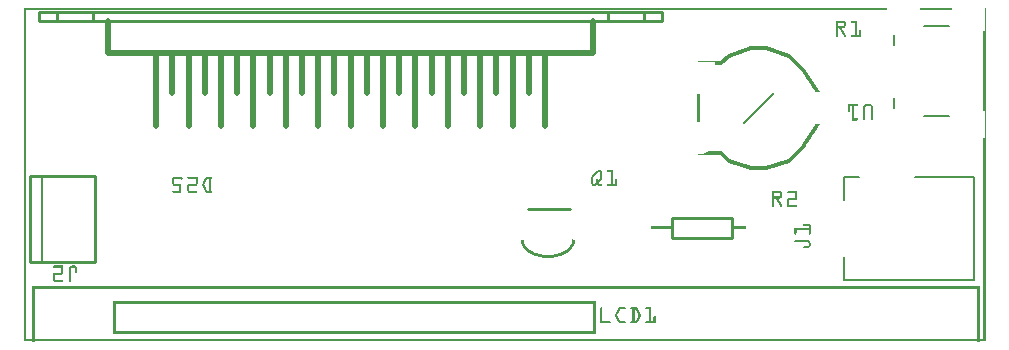
<source format=gto>
G04 MADE WITH FRITZING*
G04 WWW.FRITZING.ORG*
G04 DOUBLE SIDED*
G04 HOLES PLATED*
G04 CONTOUR ON CENTER OF CONTOUR VECTOR*
%ASAXBY*%
%FSLAX23Y23*%
%MOIN*%
%OFA0B0*%
%SFA1.0B1.0*%
%ADD10C,0.010000*%
%ADD11C,0.008000*%
%ADD12C,0.020000*%
%ADD13C,0.005000*%
%ADD14C,0.012000*%
%ADD15R,0.001000X0.001000*%
%LNSILK1*%
G90*
G70*
G54D10*
X1678Y441D02*
X1818Y441D01*
D02*
X2158Y410D02*
X2358Y410D01*
D02*
X2358Y410D02*
X2358Y344D01*
D02*
X2358Y344D02*
X2158Y344D01*
D02*
X2158Y344D02*
X2158Y410D01*
G54D11*
D02*
X2733Y548D02*
X2733Y472D01*
D02*
X3167Y548D02*
X2968Y548D01*
D02*
X2733Y548D02*
X2783Y548D01*
D02*
X3167Y206D02*
X2733Y206D01*
D02*
X2733Y206D02*
X2733Y283D01*
D02*
X3167Y206D02*
X3167Y548D01*
D02*
X3082Y750D02*
X2999Y750D01*
D02*
X2900Y778D02*
X2900Y813D01*
D02*
X2900Y987D02*
X2900Y1022D01*
D02*
X2999Y1050D02*
X3082Y1050D01*
G54D10*
D02*
X2126Y1098D02*
X2126Y1068D01*
D02*
X2126Y1068D02*
X50Y1068D01*
D02*
X50Y1068D02*
X50Y1098D01*
D02*
X50Y1098D02*
X2126Y1098D01*
D02*
X2066Y1098D02*
X2066Y1068D01*
D02*
X1946Y1098D02*
X1946Y1068D01*
D02*
X110Y1098D02*
X110Y1068D01*
D02*
X230Y1098D02*
X230Y1068D01*
G54D12*
D02*
X1896Y1068D02*
X1896Y963D01*
D02*
X1896Y963D02*
X280Y963D01*
D02*
X280Y963D02*
X280Y1068D01*
G54D10*
D02*
X280Y1068D02*
X1896Y1068D01*
G54D12*
D02*
X1736Y717D02*
X1736Y963D01*
D02*
X1628Y717D02*
X1628Y963D01*
D02*
X1520Y717D02*
X1520Y963D01*
D02*
X1412Y717D02*
X1412Y963D01*
D02*
X1304Y717D02*
X1304Y963D01*
D02*
X1196Y717D02*
X1196Y963D01*
D02*
X1088Y717D02*
X1088Y963D01*
D02*
X980Y717D02*
X980Y963D01*
D02*
X872Y717D02*
X872Y963D01*
D02*
X764Y717D02*
X764Y963D01*
D02*
X656Y717D02*
X656Y963D01*
D02*
X548Y717D02*
X548Y963D01*
D02*
X440Y717D02*
X440Y963D01*
D02*
X1682Y829D02*
X1682Y963D01*
D02*
X1574Y829D02*
X1574Y963D01*
D02*
X1466Y829D02*
X1466Y963D01*
D02*
X1358Y829D02*
X1358Y963D01*
D02*
X1250Y829D02*
X1250Y963D01*
D02*
X1142Y829D02*
X1142Y963D01*
D02*
X1034Y829D02*
X1034Y963D01*
D02*
X926Y829D02*
X926Y963D01*
D02*
X818Y829D02*
X818Y963D01*
D02*
X710Y829D02*
X710Y963D01*
D02*
X602Y829D02*
X602Y963D01*
D02*
X494Y829D02*
X494Y963D01*
G54D13*
D02*
X2498Y827D02*
X2398Y727D01*
G54D14*
D02*
X2548Y602D02*
X2598Y652D01*
D02*
X2473Y577D02*
X2548Y602D01*
D02*
X2423Y577D02*
X2473Y577D01*
D02*
X2348Y602D02*
X2423Y577D01*
D02*
X2323Y627D02*
X2348Y602D01*
D02*
X2348Y952D02*
X2423Y977D01*
D02*
X2323Y927D02*
X2348Y952D01*
D02*
X2423Y977D02*
X2473Y977D01*
D02*
X2473Y977D02*
X2548Y952D01*
D02*
X2548Y952D02*
X2598Y902D01*
G54D10*
D02*
X236Y266D02*
X236Y551D01*
D02*
X236Y551D02*
X20Y551D01*
D02*
X20Y551D02*
X20Y266D01*
D02*
X20Y266D02*
X236Y266D01*
G54D13*
D02*
X60Y551D02*
X60Y266D01*
G54D15*
X0Y1112D02*
X2877Y1112D01*
X2986Y1112D02*
X3093Y1112D01*
X3203Y1112D02*
X3204Y1112D01*
X0Y1111D02*
X2877Y1111D01*
X2986Y1111D02*
X3093Y1111D01*
X3203Y1111D02*
X3204Y1111D01*
X0Y1110D02*
X2877Y1110D01*
X2986Y1110D02*
X3093Y1110D01*
X3203Y1110D02*
X3204Y1110D01*
X0Y1109D02*
X2877Y1109D01*
X2986Y1109D02*
X3093Y1109D01*
X3203Y1109D02*
X3204Y1109D01*
X0Y1108D02*
X2877Y1108D01*
X2986Y1108D02*
X3093Y1108D01*
X3203Y1108D02*
X3204Y1108D01*
X0Y1107D02*
X2877Y1107D01*
X2986Y1107D02*
X3093Y1107D01*
X3203Y1107D02*
X3204Y1107D01*
X0Y1106D02*
X2877Y1106D01*
X2986Y1106D02*
X3093Y1106D01*
X3203Y1106D02*
X3204Y1106D01*
X0Y1105D02*
X2877Y1105D01*
X2986Y1105D02*
X3093Y1105D01*
X3203Y1105D02*
X3204Y1105D01*
X0Y1104D02*
X7Y1104D01*
X3203Y1104D02*
X3204Y1104D01*
X0Y1103D02*
X7Y1103D01*
X3203Y1103D02*
X3204Y1103D01*
X0Y1102D02*
X7Y1102D01*
X3203Y1102D02*
X3204Y1102D01*
X0Y1101D02*
X7Y1101D01*
X3203Y1101D02*
X3204Y1101D01*
X0Y1100D02*
X7Y1100D01*
X3203Y1100D02*
X3204Y1100D01*
X0Y1099D02*
X7Y1099D01*
X3203Y1099D02*
X3204Y1099D01*
X0Y1098D02*
X7Y1098D01*
X3203Y1098D02*
X3204Y1098D01*
X0Y1097D02*
X7Y1097D01*
X3203Y1097D02*
X3204Y1097D01*
X0Y1096D02*
X7Y1096D01*
X3203Y1096D02*
X3204Y1096D01*
X0Y1095D02*
X7Y1095D01*
X3203Y1095D02*
X3204Y1095D01*
X0Y1094D02*
X7Y1094D01*
X3203Y1094D02*
X3204Y1094D01*
X0Y1093D02*
X7Y1093D01*
X3203Y1093D02*
X3204Y1093D01*
X0Y1092D02*
X7Y1092D01*
X3203Y1092D02*
X3204Y1092D01*
X0Y1091D02*
X7Y1091D01*
X3203Y1091D02*
X3204Y1091D01*
X0Y1090D02*
X7Y1090D01*
X3203Y1090D02*
X3204Y1090D01*
X0Y1089D02*
X7Y1089D01*
X3203Y1089D02*
X3204Y1089D01*
X0Y1088D02*
X7Y1088D01*
X3203Y1088D02*
X3204Y1088D01*
X0Y1087D02*
X7Y1087D01*
X3203Y1087D02*
X3204Y1087D01*
X0Y1086D02*
X7Y1086D01*
X3203Y1086D02*
X3204Y1086D01*
X0Y1085D02*
X7Y1085D01*
X3203Y1085D02*
X3204Y1085D01*
X0Y1084D02*
X7Y1084D01*
X3203Y1084D02*
X3204Y1084D01*
X0Y1083D02*
X7Y1083D01*
X3203Y1083D02*
X3204Y1083D01*
X0Y1082D02*
X7Y1082D01*
X3203Y1082D02*
X3204Y1082D01*
X0Y1081D02*
X7Y1081D01*
X3203Y1081D02*
X3204Y1081D01*
X0Y1080D02*
X7Y1080D01*
X3203Y1080D02*
X3204Y1080D01*
X0Y1079D02*
X7Y1079D01*
X3203Y1079D02*
X3204Y1079D01*
X0Y1078D02*
X7Y1078D01*
X3203Y1078D02*
X3204Y1078D01*
X0Y1077D02*
X7Y1077D01*
X3203Y1077D02*
X3204Y1077D01*
X0Y1076D02*
X7Y1076D01*
X3203Y1076D02*
X3204Y1076D01*
X0Y1075D02*
X7Y1075D01*
X3203Y1075D02*
X3204Y1075D01*
X0Y1074D02*
X7Y1074D01*
X3203Y1074D02*
X3204Y1074D01*
X0Y1073D02*
X7Y1073D01*
X3203Y1073D02*
X3204Y1073D01*
X0Y1072D02*
X7Y1072D01*
X3203Y1072D02*
X3204Y1072D01*
X0Y1071D02*
X7Y1071D01*
X3203Y1071D02*
X3204Y1071D01*
X0Y1070D02*
X7Y1070D01*
X3203Y1070D02*
X3204Y1070D01*
X0Y1069D02*
X7Y1069D01*
X2705Y1069D02*
X2732Y1069D01*
X2757Y1069D02*
X2775Y1069D01*
X3203Y1069D02*
X3204Y1069D01*
X0Y1068D02*
X7Y1068D01*
X2705Y1068D02*
X2734Y1068D01*
X2756Y1068D02*
X2775Y1068D01*
X3203Y1068D02*
X3204Y1068D01*
X0Y1067D02*
X7Y1067D01*
X2705Y1067D02*
X2735Y1067D01*
X2755Y1067D02*
X2775Y1067D01*
X3203Y1067D02*
X3204Y1067D01*
X0Y1066D02*
X7Y1066D01*
X2705Y1066D02*
X2736Y1066D01*
X2755Y1066D02*
X2775Y1066D01*
X3203Y1066D02*
X3204Y1066D01*
X0Y1065D02*
X7Y1065D01*
X2705Y1065D02*
X2737Y1065D01*
X2755Y1065D02*
X2775Y1065D01*
X3203Y1065D02*
X3204Y1065D01*
X0Y1064D02*
X7Y1064D01*
X2705Y1064D02*
X2738Y1064D01*
X2756Y1064D02*
X2775Y1064D01*
X3203Y1064D02*
X3204Y1064D01*
X0Y1063D02*
X7Y1063D01*
X2705Y1063D02*
X2738Y1063D01*
X2757Y1063D02*
X2775Y1063D01*
X3203Y1063D02*
X3204Y1063D01*
X0Y1062D02*
X7Y1062D01*
X2705Y1062D02*
X2711Y1062D01*
X2731Y1062D02*
X2738Y1062D01*
X2769Y1062D02*
X2775Y1062D01*
X3203Y1062D02*
X3204Y1062D01*
X0Y1061D02*
X7Y1061D01*
X2705Y1061D02*
X2711Y1061D01*
X2732Y1061D02*
X2739Y1061D01*
X2769Y1061D02*
X2775Y1061D01*
X3203Y1061D02*
X3204Y1061D01*
X0Y1060D02*
X7Y1060D01*
X2705Y1060D02*
X2711Y1060D01*
X2733Y1060D02*
X2739Y1060D01*
X2769Y1060D02*
X2775Y1060D01*
X3203Y1060D02*
X3204Y1060D01*
X0Y1059D02*
X7Y1059D01*
X2705Y1059D02*
X2711Y1059D01*
X2733Y1059D02*
X2739Y1059D01*
X2769Y1059D02*
X2775Y1059D01*
X3203Y1059D02*
X3204Y1059D01*
X0Y1058D02*
X7Y1058D01*
X2705Y1058D02*
X2711Y1058D01*
X2733Y1058D02*
X2739Y1058D01*
X2769Y1058D02*
X2775Y1058D01*
X3203Y1058D02*
X3204Y1058D01*
X0Y1057D02*
X7Y1057D01*
X2705Y1057D02*
X2711Y1057D01*
X2733Y1057D02*
X2739Y1057D01*
X2769Y1057D02*
X2775Y1057D01*
X3203Y1057D02*
X3204Y1057D01*
X0Y1056D02*
X7Y1056D01*
X2705Y1056D02*
X2711Y1056D01*
X2733Y1056D02*
X2739Y1056D01*
X2769Y1056D02*
X2775Y1056D01*
X3203Y1056D02*
X3204Y1056D01*
X0Y1055D02*
X7Y1055D01*
X2705Y1055D02*
X2711Y1055D01*
X2733Y1055D02*
X2739Y1055D01*
X2769Y1055D02*
X2775Y1055D01*
X3203Y1055D02*
X3204Y1055D01*
X0Y1054D02*
X7Y1054D01*
X2705Y1054D02*
X2711Y1054D01*
X2732Y1054D02*
X2739Y1054D01*
X2769Y1054D02*
X2775Y1054D01*
X3203Y1054D02*
X3204Y1054D01*
X0Y1053D02*
X7Y1053D01*
X2705Y1053D02*
X2711Y1053D01*
X2732Y1053D02*
X2739Y1053D01*
X2769Y1053D02*
X2775Y1053D01*
X3203Y1053D02*
X3204Y1053D01*
X0Y1052D02*
X7Y1052D01*
X2705Y1052D02*
X2712Y1052D01*
X2730Y1052D02*
X2738Y1052D01*
X2769Y1052D02*
X2775Y1052D01*
X3203Y1052D02*
X3204Y1052D01*
X0Y1051D02*
X7Y1051D01*
X2705Y1051D02*
X2738Y1051D01*
X2769Y1051D02*
X2775Y1051D01*
X3203Y1051D02*
X3204Y1051D01*
X0Y1050D02*
X7Y1050D01*
X2705Y1050D02*
X2737Y1050D01*
X2769Y1050D02*
X2775Y1050D01*
X3203Y1050D02*
X3204Y1050D01*
X0Y1049D02*
X7Y1049D01*
X2705Y1049D02*
X2736Y1049D01*
X2769Y1049D02*
X2775Y1049D01*
X3203Y1049D02*
X3204Y1049D01*
X0Y1048D02*
X7Y1048D01*
X2705Y1048D02*
X2736Y1048D01*
X2769Y1048D02*
X2775Y1048D01*
X3203Y1048D02*
X3204Y1048D01*
X0Y1047D02*
X7Y1047D01*
X2705Y1047D02*
X2734Y1047D01*
X2769Y1047D02*
X2775Y1047D01*
X3203Y1047D02*
X3204Y1047D01*
X0Y1046D02*
X7Y1046D01*
X2705Y1046D02*
X2733Y1046D01*
X2769Y1046D02*
X2775Y1046D01*
X3203Y1046D02*
X3204Y1046D01*
X0Y1045D02*
X7Y1045D01*
X2705Y1045D02*
X2729Y1045D01*
X2769Y1045D02*
X2775Y1045D01*
X3203Y1045D02*
X3204Y1045D01*
X0Y1044D02*
X7Y1044D01*
X2705Y1044D02*
X2711Y1044D01*
X2718Y1044D02*
X2725Y1044D01*
X2769Y1044D02*
X2775Y1044D01*
X3203Y1044D02*
X3204Y1044D01*
X0Y1043D02*
X7Y1043D01*
X2705Y1043D02*
X2711Y1043D01*
X2718Y1043D02*
X2725Y1043D01*
X2769Y1043D02*
X2775Y1043D01*
X3203Y1043D02*
X3204Y1043D01*
X0Y1042D02*
X7Y1042D01*
X2705Y1042D02*
X2711Y1042D01*
X2719Y1042D02*
X2726Y1042D01*
X2769Y1042D02*
X2775Y1042D01*
X3203Y1042D02*
X3204Y1042D01*
X0Y1041D02*
X7Y1041D01*
X2705Y1041D02*
X2711Y1041D01*
X2719Y1041D02*
X2727Y1041D01*
X2769Y1041D02*
X2775Y1041D01*
X3203Y1041D02*
X3204Y1041D01*
X0Y1040D02*
X7Y1040D01*
X2705Y1040D02*
X2711Y1040D01*
X2720Y1040D02*
X2727Y1040D01*
X2769Y1040D02*
X2775Y1040D01*
X2785Y1040D02*
X2786Y1040D01*
X3203Y1040D02*
X3204Y1040D01*
X0Y1039D02*
X7Y1039D01*
X2705Y1039D02*
X2711Y1039D01*
X2721Y1039D02*
X2728Y1039D01*
X2769Y1039D02*
X2775Y1039D01*
X2784Y1039D02*
X2788Y1039D01*
X3203Y1039D02*
X3204Y1039D01*
X0Y1038D02*
X7Y1038D01*
X2705Y1038D02*
X2711Y1038D01*
X2721Y1038D02*
X2728Y1038D01*
X2769Y1038D02*
X2775Y1038D01*
X2783Y1038D02*
X2789Y1038D01*
X3203Y1038D02*
X3204Y1038D01*
X0Y1037D02*
X7Y1037D01*
X2705Y1037D02*
X2711Y1037D01*
X2722Y1037D02*
X2729Y1037D01*
X2769Y1037D02*
X2775Y1037D01*
X2783Y1037D02*
X2789Y1037D01*
X3203Y1037D02*
X3204Y1037D01*
X0Y1036D02*
X7Y1036D01*
X2705Y1036D02*
X2711Y1036D01*
X2722Y1036D02*
X2729Y1036D01*
X2769Y1036D02*
X2775Y1036D01*
X2783Y1036D02*
X2789Y1036D01*
X3203Y1036D02*
X3204Y1036D01*
X0Y1035D02*
X7Y1035D01*
X2705Y1035D02*
X2711Y1035D01*
X2723Y1035D02*
X2730Y1035D01*
X2769Y1035D02*
X2775Y1035D01*
X2783Y1035D02*
X2789Y1035D01*
X3203Y1035D02*
X3204Y1035D01*
X0Y1034D02*
X7Y1034D01*
X2705Y1034D02*
X2711Y1034D01*
X2723Y1034D02*
X2731Y1034D01*
X2769Y1034D02*
X2775Y1034D01*
X2783Y1034D02*
X2789Y1034D01*
X3203Y1034D02*
X3204Y1034D01*
X0Y1033D02*
X7Y1033D01*
X2705Y1033D02*
X2711Y1033D01*
X2724Y1033D02*
X2731Y1033D01*
X2769Y1033D02*
X2775Y1033D01*
X2783Y1033D02*
X2789Y1033D01*
X3197Y1033D02*
X3204Y1033D01*
X0Y1032D02*
X7Y1032D01*
X2705Y1032D02*
X2711Y1032D01*
X2725Y1032D02*
X2732Y1032D01*
X2769Y1032D02*
X2775Y1032D01*
X2783Y1032D02*
X2789Y1032D01*
X3197Y1032D02*
X3204Y1032D01*
X0Y1031D02*
X7Y1031D01*
X2705Y1031D02*
X2711Y1031D01*
X2725Y1031D02*
X2732Y1031D01*
X2769Y1031D02*
X2775Y1031D01*
X2783Y1031D02*
X2789Y1031D01*
X3197Y1031D02*
X3204Y1031D01*
X0Y1030D02*
X7Y1030D01*
X2705Y1030D02*
X2711Y1030D01*
X2726Y1030D02*
X2733Y1030D01*
X2769Y1030D02*
X2775Y1030D01*
X2783Y1030D02*
X2789Y1030D01*
X3197Y1030D02*
X3204Y1030D01*
X0Y1029D02*
X7Y1029D01*
X2705Y1029D02*
X2711Y1029D01*
X2726Y1029D02*
X2734Y1029D01*
X2769Y1029D02*
X2775Y1029D01*
X2783Y1029D02*
X2789Y1029D01*
X3197Y1029D02*
X3204Y1029D01*
X0Y1028D02*
X7Y1028D01*
X2705Y1028D02*
X2711Y1028D01*
X2727Y1028D02*
X2734Y1028D01*
X2769Y1028D02*
X2775Y1028D01*
X2783Y1028D02*
X2789Y1028D01*
X3197Y1028D02*
X3204Y1028D01*
X0Y1027D02*
X7Y1027D01*
X2705Y1027D02*
X2711Y1027D01*
X2728Y1027D02*
X2735Y1027D01*
X2769Y1027D02*
X2775Y1027D01*
X2783Y1027D02*
X2789Y1027D01*
X3197Y1027D02*
X3204Y1027D01*
X0Y1026D02*
X7Y1026D01*
X2705Y1026D02*
X2711Y1026D01*
X2728Y1026D02*
X2735Y1026D01*
X2769Y1026D02*
X2775Y1026D01*
X2783Y1026D02*
X2789Y1026D01*
X3197Y1026D02*
X3204Y1026D01*
X0Y1025D02*
X7Y1025D01*
X2705Y1025D02*
X2711Y1025D01*
X2729Y1025D02*
X2736Y1025D01*
X2769Y1025D02*
X2775Y1025D01*
X2783Y1025D02*
X2789Y1025D01*
X3197Y1025D02*
X3204Y1025D01*
X0Y1024D02*
X7Y1024D01*
X2705Y1024D02*
X2711Y1024D01*
X2729Y1024D02*
X2736Y1024D01*
X2769Y1024D02*
X2775Y1024D01*
X2783Y1024D02*
X2789Y1024D01*
X3197Y1024D02*
X3204Y1024D01*
X0Y1023D02*
X7Y1023D01*
X2705Y1023D02*
X2711Y1023D01*
X2730Y1023D02*
X2737Y1023D01*
X2769Y1023D02*
X2775Y1023D01*
X2783Y1023D02*
X2789Y1023D01*
X3197Y1023D02*
X3204Y1023D01*
X0Y1022D02*
X7Y1022D01*
X2705Y1022D02*
X2711Y1022D01*
X2730Y1022D02*
X2738Y1022D01*
X2757Y1022D02*
X2789Y1022D01*
X3197Y1022D02*
X3204Y1022D01*
X0Y1021D02*
X7Y1021D01*
X2705Y1021D02*
X2711Y1021D01*
X2731Y1021D02*
X2738Y1021D01*
X2756Y1021D02*
X2789Y1021D01*
X3197Y1021D02*
X3204Y1021D01*
X0Y1020D02*
X7Y1020D01*
X2705Y1020D02*
X2711Y1020D01*
X2732Y1020D02*
X2739Y1020D01*
X2755Y1020D02*
X2789Y1020D01*
X3197Y1020D02*
X3204Y1020D01*
X0Y1019D02*
X7Y1019D01*
X2705Y1019D02*
X2711Y1019D01*
X2732Y1019D02*
X2739Y1019D01*
X2755Y1019D02*
X2789Y1019D01*
X3197Y1019D02*
X3204Y1019D01*
X0Y1018D02*
X7Y1018D01*
X2705Y1018D02*
X2711Y1018D01*
X2733Y1018D02*
X2739Y1018D01*
X2755Y1018D02*
X2789Y1018D01*
X3197Y1018D02*
X3204Y1018D01*
X0Y1017D02*
X7Y1017D01*
X2706Y1017D02*
X2711Y1017D01*
X2733Y1017D02*
X2738Y1017D01*
X2756Y1017D02*
X2788Y1017D01*
X3197Y1017D02*
X3204Y1017D01*
X0Y1016D02*
X7Y1016D01*
X2707Y1016D02*
X2709Y1016D01*
X2735Y1016D02*
X2737Y1016D01*
X2757Y1016D02*
X2787Y1016D01*
X3197Y1016D02*
X3204Y1016D01*
X0Y1015D02*
X7Y1015D01*
X3197Y1015D02*
X3204Y1015D01*
X0Y1014D02*
X7Y1014D01*
X3197Y1014D02*
X3204Y1014D01*
X0Y1013D02*
X7Y1013D01*
X3197Y1013D02*
X3204Y1013D01*
X0Y1012D02*
X7Y1012D01*
X3197Y1012D02*
X3204Y1012D01*
X0Y1011D02*
X7Y1011D01*
X3197Y1011D02*
X3204Y1011D01*
X0Y1010D02*
X7Y1010D01*
X3197Y1010D02*
X3204Y1010D01*
X0Y1009D02*
X7Y1009D01*
X3197Y1009D02*
X3204Y1009D01*
X0Y1008D02*
X7Y1008D01*
X3197Y1008D02*
X3204Y1008D01*
X0Y1007D02*
X7Y1007D01*
X3197Y1007D02*
X3204Y1007D01*
X0Y1006D02*
X7Y1006D01*
X3197Y1006D02*
X3204Y1006D01*
X0Y1005D02*
X7Y1005D01*
X3197Y1005D02*
X3204Y1005D01*
X0Y1004D02*
X7Y1004D01*
X3197Y1004D02*
X3204Y1004D01*
X0Y1003D02*
X7Y1003D01*
X3197Y1003D02*
X3204Y1003D01*
X0Y1002D02*
X7Y1002D01*
X3197Y1002D02*
X3204Y1002D01*
X0Y1001D02*
X7Y1001D01*
X3197Y1001D02*
X3204Y1001D01*
X0Y1000D02*
X7Y1000D01*
X3197Y1000D02*
X3204Y1000D01*
X0Y999D02*
X7Y999D01*
X3197Y999D02*
X3204Y999D01*
X0Y998D02*
X7Y998D01*
X3197Y998D02*
X3204Y998D01*
X0Y997D02*
X7Y997D01*
X3197Y997D02*
X3204Y997D01*
X0Y996D02*
X7Y996D01*
X3197Y996D02*
X3204Y996D01*
X0Y995D02*
X7Y995D01*
X3197Y995D02*
X3204Y995D01*
X0Y994D02*
X7Y994D01*
X3197Y994D02*
X3204Y994D01*
X0Y993D02*
X7Y993D01*
X3197Y993D02*
X3204Y993D01*
X0Y992D02*
X7Y992D01*
X3197Y992D02*
X3204Y992D01*
X0Y991D02*
X7Y991D01*
X3197Y991D02*
X3204Y991D01*
X0Y990D02*
X7Y990D01*
X3197Y990D02*
X3204Y990D01*
X0Y989D02*
X7Y989D01*
X3197Y989D02*
X3204Y989D01*
X0Y988D02*
X7Y988D01*
X3197Y988D02*
X3204Y988D01*
X0Y987D02*
X7Y987D01*
X3197Y987D02*
X3204Y987D01*
X0Y986D02*
X7Y986D01*
X3197Y986D02*
X3204Y986D01*
X0Y985D02*
X7Y985D01*
X3197Y985D02*
X3204Y985D01*
X0Y984D02*
X7Y984D01*
X3197Y984D02*
X3204Y984D01*
X0Y983D02*
X7Y983D01*
X3197Y983D02*
X3204Y983D01*
X0Y982D02*
X7Y982D01*
X3197Y982D02*
X3204Y982D01*
X0Y981D02*
X7Y981D01*
X3197Y981D02*
X3204Y981D01*
X0Y980D02*
X7Y980D01*
X3197Y980D02*
X3204Y980D01*
X0Y979D02*
X7Y979D01*
X3197Y979D02*
X3204Y979D01*
X0Y978D02*
X7Y978D01*
X3197Y978D02*
X3204Y978D01*
X0Y977D02*
X7Y977D01*
X3197Y977D02*
X3204Y977D01*
X0Y976D02*
X7Y976D01*
X3197Y976D02*
X3204Y976D01*
X0Y975D02*
X7Y975D01*
X3197Y975D02*
X3204Y975D01*
X0Y974D02*
X7Y974D01*
X3197Y974D02*
X3204Y974D01*
X0Y973D02*
X7Y973D01*
X3197Y973D02*
X3204Y973D01*
X0Y972D02*
X7Y972D01*
X3197Y972D02*
X3204Y972D01*
X0Y971D02*
X7Y971D01*
X3197Y971D02*
X3204Y971D01*
X0Y970D02*
X7Y970D01*
X3197Y970D02*
X3204Y970D01*
X0Y969D02*
X7Y969D01*
X3197Y969D02*
X3204Y969D01*
X0Y968D02*
X7Y968D01*
X3197Y968D02*
X3204Y968D01*
X0Y967D02*
X7Y967D01*
X3197Y967D02*
X3204Y967D01*
X0Y966D02*
X7Y966D01*
X3197Y966D02*
X3204Y966D01*
X0Y965D02*
X7Y965D01*
X3197Y965D02*
X3204Y965D01*
X0Y964D02*
X7Y964D01*
X3197Y964D02*
X3204Y964D01*
X0Y963D02*
X7Y963D01*
X3197Y963D02*
X3204Y963D01*
X0Y962D02*
X7Y962D01*
X3197Y962D02*
X3204Y962D01*
X0Y961D02*
X7Y961D01*
X3197Y961D02*
X3204Y961D01*
X0Y960D02*
X7Y960D01*
X3197Y960D02*
X3204Y960D01*
X0Y959D02*
X7Y959D01*
X3197Y959D02*
X3204Y959D01*
X0Y958D02*
X7Y958D01*
X3197Y958D02*
X3204Y958D01*
X0Y957D02*
X7Y957D01*
X3197Y957D02*
X3204Y957D01*
X0Y956D02*
X7Y956D01*
X3197Y956D02*
X3204Y956D01*
X0Y955D02*
X7Y955D01*
X3197Y955D02*
X3204Y955D01*
X0Y954D02*
X7Y954D01*
X3197Y954D02*
X3204Y954D01*
X0Y953D02*
X7Y953D01*
X3197Y953D02*
X3204Y953D01*
X0Y952D02*
X7Y952D01*
X3197Y952D02*
X3204Y952D01*
X0Y951D02*
X7Y951D01*
X3197Y951D02*
X3204Y951D01*
X0Y950D02*
X7Y950D01*
X3197Y950D02*
X3204Y950D01*
X0Y949D02*
X7Y949D01*
X3197Y949D02*
X3204Y949D01*
X0Y948D02*
X7Y948D01*
X3197Y948D02*
X3204Y948D01*
X0Y947D02*
X7Y947D01*
X3197Y947D02*
X3204Y947D01*
X0Y946D02*
X7Y946D01*
X3197Y946D02*
X3204Y946D01*
X0Y945D02*
X7Y945D01*
X3197Y945D02*
X3204Y945D01*
X0Y944D02*
X7Y944D01*
X3197Y944D02*
X3204Y944D01*
X0Y943D02*
X7Y943D01*
X3197Y943D02*
X3204Y943D01*
X0Y942D02*
X7Y942D01*
X3197Y942D02*
X3204Y942D01*
X0Y941D02*
X7Y941D01*
X3197Y941D02*
X3204Y941D01*
X0Y940D02*
X7Y940D01*
X3197Y940D02*
X3204Y940D01*
X0Y939D02*
X7Y939D01*
X3197Y939D02*
X3204Y939D01*
X0Y938D02*
X7Y938D01*
X3197Y938D02*
X3204Y938D01*
X0Y937D02*
X7Y937D01*
X3197Y937D02*
X3204Y937D01*
X0Y936D02*
X7Y936D01*
X3197Y936D02*
X3204Y936D01*
X0Y935D02*
X7Y935D01*
X3197Y935D02*
X3204Y935D01*
X0Y934D02*
X7Y934D01*
X3197Y934D02*
X3204Y934D01*
X0Y933D02*
X7Y933D01*
X2248Y933D02*
X2322Y933D01*
X3197Y933D02*
X3204Y933D01*
X0Y932D02*
X7Y932D01*
X2303Y932D02*
X2322Y932D01*
X3197Y932D02*
X3204Y932D01*
X0Y931D02*
X7Y931D01*
X2303Y931D02*
X2322Y931D01*
X3197Y931D02*
X3204Y931D01*
X0Y930D02*
X7Y930D01*
X2303Y930D02*
X2322Y930D01*
X3197Y930D02*
X3204Y930D01*
X0Y929D02*
X7Y929D01*
X2303Y929D02*
X2322Y929D01*
X3197Y929D02*
X3204Y929D01*
X0Y928D02*
X7Y928D01*
X2303Y928D02*
X2322Y928D01*
X3197Y928D02*
X3204Y928D01*
X0Y927D02*
X7Y927D01*
X2303Y927D02*
X2322Y927D01*
X3197Y927D02*
X3204Y927D01*
X0Y926D02*
X7Y926D01*
X2303Y926D02*
X2322Y926D01*
X3197Y926D02*
X3204Y926D01*
X0Y925D02*
X7Y925D01*
X2303Y925D02*
X2322Y925D01*
X3197Y925D02*
X3204Y925D01*
X0Y924D02*
X7Y924D01*
X2303Y924D02*
X2322Y924D01*
X3197Y924D02*
X3204Y924D01*
X0Y923D02*
X7Y923D01*
X2303Y923D02*
X2322Y923D01*
X3197Y923D02*
X3204Y923D01*
X0Y922D02*
X7Y922D01*
X2303Y922D02*
X2322Y922D01*
X3197Y922D02*
X3204Y922D01*
X0Y921D02*
X7Y921D01*
X3197Y921D02*
X3204Y921D01*
X0Y920D02*
X7Y920D01*
X3197Y920D02*
X3204Y920D01*
X0Y919D02*
X7Y919D01*
X3197Y919D02*
X3204Y919D01*
X0Y918D02*
X7Y918D01*
X3197Y918D02*
X3204Y918D01*
X0Y917D02*
X7Y917D01*
X3197Y917D02*
X3204Y917D01*
X0Y916D02*
X7Y916D01*
X3197Y916D02*
X3204Y916D01*
X0Y915D02*
X7Y915D01*
X3197Y915D02*
X3204Y915D01*
X0Y914D02*
X7Y914D01*
X3197Y914D02*
X3204Y914D01*
X0Y913D02*
X7Y913D01*
X3197Y913D02*
X3204Y913D01*
X0Y912D02*
X7Y912D01*
X3197Y912D02*
X3204Y912D01*
X0Y911D02*
X7Y911D01*
X3197Y911D02*
X3204Y911D01*
X0Y910D02*
X7Y910D01*
X3197Y910D02*
X3204Y910D01*
X0Y909D02*
X7Y909D01*
X3197Y909D02*
X3204Y909D01*
X0Y908D02*
X7Y908D01*
X3197Y908D02*
X3204Y908D01*
X0Y907D02*
X7Y907D01*
X3197Y907D02*
X3204Y907D01*
X0Y906D02*
X7Y906D01*
X3197Y906D02*
X3204Y906D01*
X0Y905D02*
X7Y905D01*
X2602Y905D02*
X2603Y905D01*
X3197Y905D02*
X3204Y905D01*
X0Y904D02*
X7Y904D01*
X2600Y904D02*
X2604Y904D01*
X3197Y904D02*
X3204Y904D01*
X0Y903D02*
X7Y903D01*
X2599Y903D02*
X2605Y903D01*
X3197Y903D02*
X3204Y903D01*
X0Y902D02*
X7Y902D01*
X2597Y902D02*
X2605Y902D01*
X3197Y902D02*
X3204Y902D01*
X0Y901D02*
X7Y901D01*
X2596Y901D02*
X2606Y901D01*
X3197Y901D02*
X3204Y901D01*
X0Y900D02*
X7Y900D01*
X2594Y900D02*
X2607Y900D01*
X3197Y900D02*
X3204Y900D01*
X0Y899D02*
X7Y899D01*
X2594Y899D02*
X2607Y899D01*
X3197Y899D02*
X3204Y899D01*
X0Y898D02*
X7Y898D01*
X2594Y898D02*
X2608Y898D01*
X3197Y898D02*
X3204Y898D01*
X0Y897D02*
X7Y897D01*
X2595Y897D02*
X2609Y897D01*
X3197Y897D02*
X3204Y897D01*
X0Y896D02*
X7Y896D01*
X2596Y896D02*
X2609Y896D01*
X3197Y896D02*
X3204Y896D01*
X0Y895D02*
X7Y895D01*
X2596Y895D02*
X2610Y895D01*
X3197Y895D02*
X3204Y895D01*
X0Y894D02*
X7Y894D01*
X2597Y894D02*
X2611Y894D01*
X3197Y894D02*
X3204Y894D01*
X0Y893D02*
X7Y893D01*
X2598Y893D02*
X2611Y893D01*
X3197Y893D02*
X3204Y893D01*
X0Y892D02*
X7Y892D01*
X2598Y892D02*
X2612Y892D01*
X3197Y892D02*
X3204Y892D01*
X0Y891D02*
X7Y891D01*
X2599Y891D02*
X2613Y891D01*
X3197Y891D02*
X3204Y891D01*
X0Y890D02*
X7Y890D01*
X2600Y890D02*
X2613Y890D01*
X3197Y890D02*
X3204Y890D01*
X0Y889D02*
X7Y889D01*
X2600Y889D02*
X2614Y889D01*
X3197Y889D02*
X3204Y889D01*
X0Y888D02*
X7Y888D01*
X2601Y888D02*
X2615Y888D01*
X3197Y888D02*
X3204Y888D01*
X0Y887D02*
X7Y887D01*
X2602Y887D02*
X2615Y887D01*
X3197Y887D02*
X3204Y887D01*
X0Y886D02*
X7Y886D01*
X2602Y886D02*
X2616Y886D01*
X3197Y886D02*
X3204Y886D01*
X0Y885D02*
X7Y885D01*
X2603Y885D02*
X2617Y885D01*
X3197Y885D02*
X3204Y885D01*
X0Y884D02*
X7Y884D01*
X2604Y884D02*
X2617Y884D01*
X3197Y884D02*
X3204Y884D01*
X0Y883D02*
X7Y883D01*
X2604Y883D02*
X2618Y883D01*
X3197Y883D02*
X3204Y883D01*
X0Y882D02*
X7Y882D01*
X2605Y882D02*
X2619Y882D01*
X3197Y882D02*
X3204Y882D01*
X0Y881D02*
X7Y881D01*
X2606Y881D02*
X2619Y881D01*
X3197Y881D02*
X3204Y881D01*
X0Y880D02*
X7Y880D01*
X2606Y880D02*
X2620Y880D01*
X3197Y880D02*
X3204Y880D01*
X0Y879D02*
X7Y879D01*
X2607Y879D02*
X2621Y879D01*
X3197Y879D02*
X3204Y879D01*
X0Y878D02*
X7Y878D01*
X2608Y878D02*
X2621Y878D01*
X3197Y878D02*
X3204Y878D01*
X0Y877D02*
X7Y877D01*
X2608Y877D02*
X2622Y877D01*
X3197Y877D02*
X3204Y877D01*
X0Y876D02*
X7Y876D01*
X2609Y876D02*
X2623Y876D01*
X3197Y876D02*
X3204Y876D01*
X0Y875D02*
X7Y875D01*
X2610Y875D02*
X2623Y875D01*
X3197Y875D02*
X3204Y875D01*
X0Y874D02*
X7Y874D01*
X2610Y874D02*
X2624Y874D01*
X3197Y874D02*
X3204Y874D01*
X0Y873D02*
X7Y873D01*
X2611Y873D02*
X2625Y873D01*
X3197Y873D02*
X3204Y873D01*
X0Y872D02*
X7Y872D01*
X2612Y872D02*
X2625Y872D01*
X3197Y872D02*
X3204Y872D01*
X0Y871D02*
X7Y871D01*
X2612Y871D02*
X2626Y871D01*
X3197Y871D02*
X3204Y871D01*
X0Y870D02*
X7Y870D01*
X2613Y870D02*
X2627Y870D01*
X3197Y870D02*
X3204Y870D01*
X0Y869D02*
X7Y869D01*
X2614Y869D02*
X2627Y869D01*
X3197Y869D02*
X3204Y869D01*
X0Y868D02*
X7Y868D01*
X2614Y868D02*
X2628Y868D01*
X3197Y868D02*
X3204Y868D01*
X0Y867D02*
X7Y867D01*
X2615Y867D02*
X2629Y867D01*
X3197Y867D02*
X3204Y867D01*
X0Y866D02*
X7Y866D01*
X2616Y866D02*
X2629Y866D01*
X3197Y866D02*
X3204Y866D01*
X0Y865D02*
X7Y865D01*
X2616Y865D02*
X2630Y865D01*
X3197Y865D02*
X3204Y865D01*
X0Y864D02*
X7Y864D01*
X2617Y864D02*
X2631Y864D01*
X3197Y864D02*
X3204Y864D01*
X0Y863D02*
X7Y863D01*
X2618Y863D02*
X2631Y863D01*
X3197Y863D02*
X3204Y863D01*
X0Y862D02*
X7Y862D01*
X2618Y862D02*
X2632Y862D01*
X3197Y862D02*
X3204Y862D01*
X0Y861D02*
X7Y861D01*
X2619Y861D02*
X2633Y861D01*
X3197Y861D02*
X3204Y861D01*
X0Y860D02*
X7Y860D01*
X2620Y860D02*
X2633Y860D01*
X3197Y860D02*
X3204Y860D01*
X0Y859D02*
X7Y859D01*
X2620Y859D02*
X2634Y859D01*
X3197Y859D02*
X3204Y859D01*
X0Y858D02*
X7Y858D01*
X2621Y858D02*
X2635Y858D01*
X3197Y858D02*
X3204Y858D01*
X0Y857D02*
X7Y857D01*
X2622Y857D02*
X2635Y857D01*
X3197Y857D02*
X3204Y857D01*
X0Y856D02*
X7Y856D01*
X2622Y856D02*
X2636Y856D01*
X3197Y856D02*
X3204Y856D01*
X0Y855D02*
X7Y855D01*
X2623Y855D02*
X2637Y855D01*
X3197Y855D02*
X3204Y855D01*
X0Y854D02*
X7Y854D01*
X2624Y854D02*
X2637Y854D01*
X3197Y854D02*
X3204Y854D01*
X0Y853D02*
X7Y853D01*
X2624Y853D02*
X2638Y853D01*
X3197Y853D02*
X3204Y853D01*
X0Y852D02*
X7Y852D01*
X2625Y852D02*
X2639Y852D01*
X3197Y852D02*
X3204Y852D01*
X0Y851D02*
X7Y851D01*
X2626Y851D02*
X2639Y851D01*
X3197Y851D02*
X3204Y851D01*
X0Y850D02*
X7Y850D01*
X2626Y850D02*
X2640Y850D01*
X3197Y850D02*
X3204Y850D01*
X0Y849D02*
X7Y849D01*
X2627Y849D02*
X2641Y849D01*
X3197Y849D02*
X3204Y849D01*
X0Y848D02*
X7Y848D01*
X2628Y848D02*
X2641Y848D01*
X3197Y848D02*
X3204Y848D01*
X0Y847D02*
X7Y847D01*
X2628Y847D02*
X2642Y847D01*
X3197Y847D02*
X3204Y847D01*
X0Y846D02*
X7Y846D01*
X2629Y846D02*
X2643Y846D01*
X3197Y846D02*
X3204Y846D01*
X0Y845D02*
X7Y845D01*
X2630Y845D02*
X2643Y845D01*
X3197Y845D02*
X3204Y845D01*
X0Y844D02*
X7Y844D01*
X2630Y844D02*
X2644Y844D01*
X3197Y844D02*
X3204Y844D01*
X0Y843D02*
X7Y843D01*
X2631Y843D02*
X2645Y843D01*
X3197Y843D02*
X3204Y843D01*
X0Y842D02*
X7Y842D01*
X2632Y842D02*
X2645Y842D01*
X3197Y842D02*
X3204Y842D01*
X0Y841D02*
X7Y841D01*
X2632Y841D02*
X2646Y841D01*
X3197Y841D02*
X3204Y841D01*
X0Y840D02*
X7Y840D01*
X2633Y840D02*
X2647Y840D01*
X3197Y840D02*
X3204Y840D01*
X0Y839D02*
X7Y839D01*
X2634Y839D02*
X2647Y839D01*
X3197Y839D02*
X3204Y839D01*
X0Y838D02*
X7Y838D01*
X2634Y838D02*
X2648Y838D01*
X3197Y838D02*
X3204Y838D01*
X0Y837D02*
X7Y837D01*
X2635Y837D02*
X2649Y837D01*
X3197Y837D02*
X3204Y837D01*
X0Y836D02*
X7Y836D01*
X2636Y836D02*
X2649Y836D01*
X3197Y836D02*
X3204Y836D01*
X0Y835D02*
X7Y835D01*
X2636Y835D02*
X2650Y835D01*
X3197Y835D02*
X3204Y835D01*
X0Y834D02*
X7Y834D01*
X2637Y834D02*
X2651Y834D01*
X3197Y834D02*
X3204Y834D01*
X0Y833D02*
X7Y833D01*
X2638Y833D02*
X2651Y833D01*
X3197Y833D02*
X3204Y833D01*
X0Y832D02*
X7Y832D01*
X2638Y832D02*
X2641Y832D01*
X3197Y832D02*
X3204Y832D01*
X0Y831D02*
X7Y831D01*
X3197Y831D02*
X3204Y831D01*
X0Y830D02*
X7Y830D01*
X3197Y830D02*
X3204Y830D01*
X0Y829D02*
X7Y829D01*
X3197Y829D02*
X3204Y829D01*
X0Y828D02*
X7Y828D01*
X3197Y828D02*
X3204Y828D01*
X0Y827D02*
X7Y827D01*
X3197Y827D02*
X3204Y827D01*
X0Y826D02*
X7Y826D01*
X3197Y826D02*
X3204Y826D01*
X0Y825D02*
X7Y825D01*
X3197Y825D02*
X3204Y825D01*
X0Y824D02*
X7Y824D01*
X3197Y824D02*
X3204Y824D01*
X0Y823D02*
X7Y823D01*
X2242Y823D02*
X2253Y823D01*
X3197Y823D02*
X3204Y823D01*
X0Y822D02*
X7Y822D01*
X2242Y822D02*
X2253Y822D01*
X3197Y822D02*
X3204Y822D01*
X0Y821D02*
X7Y821D01*
X2242Y821D02*
X2253Y821D01*
X3197Y821D02*
X3204Y821D01*
X0Y820D02*
X7Y820D01*
X2242Y820D02*
X2253Y820D01*
X3197Y820D02*
X3204Y820D01*
X0Y819D02*
X7Y819D01*
X2242Y819D02*
X2253Y819D01*
X3197Y819D02*
X3204Y819D01*
X0Y818D02*
X7Y818D01*
X2242Y818D02*
X2253Y818D01*
X3197Y818D02*
X3204Y818D01*
X0Y817D02*
X7Y817D01*
X2242Y817D02*
X2253Y817D01*
X3197Y817D02*
X3204Y817D01*
X0Y816D02*
X7Y816D01*
X2242Y816D02*
X2253Y816D01*
X3197Y816D02*
X3204Y816D01*
X0Y815D02*
X7Y815D01*
X2242Y815D02*
X2253Y815D01*
X3197Y815D02*
X3204Y815D01*
X0Y814D02*
X7Y814D01*
X2242Y814D02*
X2253Y814D01*
X3197Y814D02*
X3204Y814D01*
X0Y813D02*
X7Y813D01*
X2242Y813D02*
X2253Y813D01*
X3197Y813D02*
X3204Y813D01*
X0Y812D02*
X7Y812D01*
X2242Y812D02*
X2253Y812D01*
X3197Y812D02*
X3204Y812D01*
X0Y811D02*
X7Y811D01*
X2242Y811D02*
X2253Y811D01*
X3197Y811D02*
X3204Y811D01*
X0Y810D02*
X7Y810D01*
X2242Y810D02*
X2253Y810D01*
X3197Y810D02*
X3204Y810D01*
X0Y809D02*
X7Y809D01*
X2242Y809D02*
X2253Y809D01*
X3197Y809D02*
X3204Y809D01*
X0Y808D02*
X7Y808D01*
X2242Y808D02*
X2253Y808D01*
X3197Y808D02*
X3204Y808D01*
X0Y807D02*
X7Y807D01*
X2242Y807D02*
X2253Y807D01*
X3197Y807D02*
X3204Y807D01*
X0Y806D02*
X7Y806D01*
X2242Y806D02*
X2253Y806D01*
X3197Y806D02*
X3204Y806D01*
X0Y805D02*
X7Y805D01*
X2242Y805D02*
X2253Y805D01*
X3197Y805D02*
X3204Y805D01*
X0Y804D02*
X7Y804D01*
X2242Y804D02*
X2253Y804D01*
X3197Y804D02*
X3204Y804D01*
X0Y803D02*
X7Y803D01*
X2242Y803D02*
X2253Y803D01*
X3197Y803D02*
X3204Y803D01*
X0Y802D02*
X7Y802D01*
X2242Y802D02*
X2253Y802D01*
X3197Y802D02*
X3204Y802D01*
X0Y801D02*
X7Y801D01*
X2242Y801D02*
X2253Y801D01*
X3197Y801D02*
X3204Y801D01*
X0Y800D02*
X7Y800D01*
X2242Y800D02*
X2253Y800D01*
X3197Y800D02*
X3204Y800D01*
X0Y799D02*
X7Y799D01*
X2242Y799D02*
X2253Y799D01*
X3197Y799D02*
X3204Y799D01*
X0Y798D02*
X7Y798D01*
X2242Y798D02*
X2253Y798D01*
X3197Y798D02*
X3204Y798D01*
X0Y797D02*
X7Y797D01*
X2242Y797D02*
X2253Y797D01*
X3197Y797D02*
X3204Y797D01*
X0Y796D02*
X7Y796D01*
X2242Y796D02*
X2253Y796D01*
X3197Y796D02*
X3204Y796D01*
X0Y795D02*
X7Y795D01*
X2242Y795D02*
X2253Y795D01*
X3197Y795D02*
X3204Y795D01*
X0Y794D02*
X7Y794D01*
X2242Y794D02*
X2253Y794D01*
X3197Y794D02*
X3204Y794D01*
X0Y793D02*
X7Y793D01*
X2242Y793D02*
X2253Y793D01*
X3197Y793D02*
X3204Y793D01*
X0Y792D02*
X7Y792D01*
X2242Y792D02*
X2253Y792D01*
X3197Y792D02*
X3204Y792D01*
X0Y791D02*
X7Y791D01*
X2242Y791D02*
X2253Y791D01*
X3197Y791D02*
X3204Y791D01*
X0Y790D02*
X7Y790D01*
X2242Y790D02*
X2253Y790D01*
X2747Y790D02*
X2778Y790D01*
X2802Y790D02*
X2823Y790D01*
X3197Y790D02*
X3204Y790D01*
X0Y789D02*
X7Y789D01*
X2242Y789D02*
X2253Y789D01*
X2747Y789D02*
X2779Y789D01*
X2801Y789D02*
X2825Y789D01*
X3197Y789D02*
X3204Y789D01*
X0Y788D02*
X7Y788D01*
X2242Y788D02*
X2253Y788D01*
X2746Y788D02*
X2780Y788D01*
X2800Y788D02*
X2826Y788D01*
X3197Y788D02*
X3204Y788D01*
X0Y787D02*
X7Y787D01*
X2242Y787D02*
X2253Y787D01*
X2746Y787D02*
X2780Y787D01*
X2799Y787D02*
X2827Y787D01*
X3197Y787D02*
X3204Y787D01*
X0Y786D02*
X7Y786D01*
X2242Y786D02*
X2253Y786D01*
X2746Y786D02*
X2779Y786D01*
X2798Y786D02*
X2828Y786D01*
X3197Y786D02*
X3204Y786D01*
X0Y785D02*
X7Y785D01*
X2242Y785D02*
X2253Y785D01*
X2746Y785D02*
X2779Y785D01*
X2797Y785D02*
X2829Y785D01*
X3197Y785D02*
X3204Y785D01*
X0Y784D02*
X7Y784D01*
X2242Y784D02*
X2253Y784D01*
X2746Y784D02*
X2777Y784D01*
X2797Y784D02*
X2829Y784D01*
X3197Y784D02*
X3204Y784D01*
X0Y783D02*
X7Y783D01*
X2242Y783D02*
X2253Y783D01*
X2746Y783D02*
X2752Y783D01*
X2760Y783D02*
X2766Y783D01*
X2796Y783D02*
X2804Y783D01*
X2822Y783D02*
X2829Y783D01*
X3197Y783D02*
X3204Y783D01*
X0Y782D02*
X7Y782D01*
X2242Y782D02*
X2253Y782D01*
X2746Y782D02*
X2752Y782D01*
X2760Y782D02*
X2766Y782D01*
X2796Y782D02*
X2803Y782D01*
X2823Y782D02*
X2830Y782D01*
X3197Y782D02*
X3204Y782D01*
X0Y781D02*
X7Y781D01*
X2242Y781D02*
X2253Y781D01*
X2746Y781D02*
X2752Y781D01*
X2760Y781D02*
X2766Y781D01*
X2796Y781D02*
X2802Y781D01*
X2824Y781D02*
X2830Y781D01*
X3197Y781D02*
X3204Y781D01*
X0Y780D02*
X7Y780D01*
X2242Y780D02*
X2253Y780D01*
X2746Y780D02*
X2752Y780D01*
X2760Y780D02*
X2766Y780D01*
X2796Y780D02*
X2802Y780D01*
X2824Y780D02*
X2830Y780D01*
X3197Y780D02*
X3204Y780D01*
X0Y779D02*
X7Y779D01*
X2242Y779D02*
X2253Y779D01*
X2746Y779D02*
X2752Y779D01*
X2760Y779D02*
X2766Y779D01*
X2796Y779D02*
X2802Y779D01*
X2824Y779D02*
X2830Y779D01*
X3197Y779D02*
X3204Y779D01*
X0Y778D02*
X7Y778D01*
X2242Y778D02*
X2253Y778D01*
X2746Y778D02*
X2752Y778D01*
X2760Y778D02*
X2766Y778D01*
X2796Y778D02*
X2802Y778D01*
X2824Y778D02*
X2830Y778D01*
X3197Y778D02*
X3204Y778D01*
X0Y777D02*
X7Y777D01*
X2242Y777D02*
X2253Y777D01*
X2746Y777D02*
X2752Y777D01*
X2760Y777D02*
X2766Y777D01*
X2796Y777D02*
X2802Y777D01*
X2824Y777D02*
X2830Y777D01*
X3197Y777D02*
X3204Y777D01*
X0Y776D02*
X7Y776D01*
X2242Y776D02*
X2253Y776D01*
X2746Y776D02*
X2752Y776D01*
X2760Y776D02*
X2766Y776D01*
X2796Y776D02*
X2802Y776D01*
X2824Y776D02*
X2830Y776D01*
X3197Y776D02*
X3204Y776D01*
X0Y775D02*
X7Y775D01*
X2242Y775D02*
X2253Y775D01*
X2746Y775D02*
X2752Y775D01*
X2760Y775D02*
X2766Y775D01*
X2796Y775D02*
X2802Y775D01*
X2824Y775D02*
X2830Y775D01*
X3197Y775D02*
X3204Y775D01*
X0Y774D02*
X7Y774D01*
X2242Y774D02*
X2253Y774D01*
X2746Y774D02*
X2752Y774D01*
X2760Y774D02*
X2766Y774D01*
X2796Y774D02*
X2802Y774D01*
X2824Y774D02*
X2830Y774D01*
X3197Y774D02*
X3204Y774D01*
X0Y773D02*
X7Y773D01*
X2242Y773D02*
X2253Y773D01*
X2746Y773D02*
X2752Y773D01*
X2760Y773D02*
X2766Y773D01*
X2796Y773D02*
X2802Y773D01*
X2824Y773D02*
X2830Y773D01*
X3197Y773D02*
X3204Y773D01*
X0Y772D02*
X7Y772D01*
X2242Y772D02*
X2253Y772D01*
X2746Y772D02*
X2752Y772D01*
X2760Y772D02*
X2766Y772D01*
X2796Y772D02*
X2802Y772D01*
X2824Y772D02*
X2830Y772D01*
X3197Y772D02*
X3204Y772D01*
X0Y771D02*
X7Y771D01*
X2242Y771D02*
X2253Y771D01*
X2746Y771D02*
X2752Y771D01*
X2760Y771D02*
X2766Y771D01*
X2796Y771D02*
X2802Y771D01*
X2824Y771D02*
X2830Y771D01*
X3197Y771D02*
X3204Y771D01*
X0Y770D02*
X7Y770D01*
X2242Y770D02*
X2253Y770D01*
X2746Y770D02*
X2752Y770D01*
X2760Y770D02*
X2766Y770D01*
X2796Y770D02*
X2802Y770D01*
X2824Y770D02*
X2830Y770D01*
X3197Y770D02*
X3204Y770D01*
X0Y769D02*
X7Y769D01*
X2242Y769D02*
X2253Y769D01*
X2746Y769D02*
X2752Y769D01*
X2760Y769D02*
X2766Y769D01*
X2796Y769D02*
X2802Y769D01*
X2824Y769D02*
X2830Y769D01*
X3197Y769D02*
X3204Y769D01*
X0Y768D02*
X7Y768D01*
X2242Y768D02*
X2253Y768D01*
X2747Y768D02*
X2752Y768D01*
X2760Y768D02*
X2766Y768D01*
X2796Y768D02*
X2802Y768D01*
X2824Y768D02*
X2830Y768D01*
X3202Y768D02*
X3204Y768D01*
X0Y767D02*
X7Y767D01*
X2242Y767D02*
X2253Y767D01*
X2748Y767D02*
X2751Y767D01*
X2760Y767D02*
X2766Y767D01*
X2796Y767D02*
X2802Y767D01*
X2824Y767D02*
X2830Y767D01*
X3203Y767D02*
X3204Y767D01*
X0Y766D02*
X7Y766D01*
X2242Y766D02*
X2253Y766D01*
X2760Y766D02*
X2766Y766D01*
X2796Y766D02*
X2802Y766D01*
X2824Y766D02*
X2830Y766D01*
X3203Y766D02*
X3204Y766D01*
X0Y765D02*
X7Y765D01*
X2242Y765D02*
X2253Y765D01*
X2760Y765D02*
X2766Y765D01*
X2796Y765D02*
X2802Y765D01*
X2824Y765D02*
X2830Y765D01*
X3203Y765D02*
X3204Y765D01*
X0Y764D02*
X7Y764D01*
X2242Y764D02*
X2253Y764D01*
X2760Y764D02*
X2766Y764D01*
X2796Y764D02*
X2802Y764D01*
X2824Y764D02*
X2830Y764D01*
X3203Y764D02*
X3204Y764D01*
X0Y763D02*
X7Y763D01*
X2242Y763D02*
X2253Y763D01*
X2760Y763D02*
X2766Y763D01*
X2796Y763D02*
X2802Y763D01*
X2824Y763D02*
X2830Y763D01*
X3203Y763D02*
X3204Y763D01*
X0Y762D02*
X7Y762D01*
X2242Y762D02*
X2253Y762D01*
X2760Y762D02*
X2766Y762D01*
X2796Y762D02*
X2802Y762D01*
X2824Y762D02*
X2830Y762D01*
X3203Y762D02*
X3204Y762D01*
X0Y761D02*
X7Y761D01*
X2242Y761D02*
X2253Y761D01*
X2760Y761D02*
X2766Y761D01*
X2796Y761D02*
X2802Y761D01*
X2824Y761D02*
X2830Y761D01*
X3203Y761D02*
X3204Y761D01*
X0Y760D02*
X7Y760D01*
X2242Y760D02*
X2253Y760D01*
X2760Y760D02*
X2766Y760D01*
X2796Y760D02*
X2802Y760D01*
X2824Y760D02*
X2830Y760D01*
X3203Y760D02*
X3204Y760D01*
X0Y759D02*
X7Y759D01*
X2242Y759D02*
X2253Y759D01*
X2760Y759D02*
X2766Y759D01*
X2796Y759D02*
X2802Y759D01*
X2824Y759D02*
X2830Y759D01*
X3203Y759D02*
X3204Y759D01*
X0Y758D02*
X7Y758D01*
X2242Y758D02*
X2253Y758D01*
X2760Y758D02*
X2766Y758D01*
X2796Y758D02*
X2802Y758D01*
X2824Y758D02*
X2830Y758D01*
X3203Y758D02*
X3204Y758D01*
X0Y757D02*
X7Y757D01*
X2242Y757D02*
X2253Y757D01*
X2760Y757D02*
X2766Y757D01*
X2796Y757D02*
X2802Y757D01*
X2824Y757D02*
X2830Y757D01*
X3203Y757D02*
X3204Y757D01*
X0Y756D02*
X7Y756D01*
X2242Y756D02*
X2253Y756D01*
X2760Y756D02*
X2766Y756D01*
X2796Y756D02*
X2802Y756D01*
X2824Y756D02*
X2830Y756D01*
X3203Y756D02*
X3204Y756D01*
X0Y755D02*
X7Y755D01*
X2242Y755D02*
X2253Y755D01*
X2760Y755D02*
X2766Y755D01*
X2796Y755D02*
X2802Y755D01*
X2824Y755D02*
X2830Y755D01*
X3203Y755D02*
X3204Y755D01*
X0Y754D02*
X7Y754D01*
X2242Y754D02*
X2253Y754D01*
X2760Y754D02*
X2766Y754D01*
X2796Y754D02*
X2802Y754D01*
X2824Y754D02*
X2830Y754D01*
X3203Y754D02*
X3204Y754D01*
X0Y753D02*
X7Y753D01*
X2242Y753D02*
X2253Y753D01*
X2760Y753D02*
X2766Y753D01*
X2796Y753D02*
X2802Y753D01*
X2824Y753D02*
X2830Y753D01*
X3203Y753D02*
X3204Y753D01*
X0Y752D02*
X7Y752D01*
X2242Y752D02*
X2253Y752D01*
X2760Y752D02*
X2766Y752D01*
X2796Y752D02*
X2802Y752D01*
X2824Y752D02*
X2830Y752D01*
X3203Y752D02*
X3204Y752D01*
X0Y751D02*
X7Y751D01*
X2242Y751D02*
X2253Y751D01*
X2760Y751D02*
X2766Y751D01*
X2796Y751D02*
X2802Y751D01*
X2824Y751D02*
X2830Y751D01*
X3203Y751D02*
X3204Y751D01*
X0Y750D02*
X7Y750D01*
X2242Y750D02*
X2253Y750D01*
X2760Y750D02*
X2766Y750D01*
X2796Y750D02*
X2802Y750D01*
X2824Y750D02*
X2830Y750D01*
X3203Y750D02*
X3204Y750D01*
X0Y749D02*
X7Y749D01*
X2242Y749D02*
X2253Y749D01*
X2760Y749D02*
X2766Y749D01*
X2796Y749D02*
X2802Y749D01*
X2824Y749D02*
X2830Y749D01*
X3203Y749D02*
X3204Y749D01*
X0Y748D02*
X7Y748D01*
X2242Y748D02*
X2253Y748D01*
X2760Y748D02*
X2766Y748D01*
X2796Y748D02*
X2802Y748D01*
X2824Y748D02*
X2830Y748D01*
X3203Y748D02*
X3204Y748D01*
X0Y747D02*
X7Y747D01*
X2242Y747D02*
X2253Y747D01*
X2760Y747D02*
X2766Y747D01*
X2796Y747D02*
X2802Y747D01*
X2824Y747D02*
X2830Y747D01*
X3203Y747D02*
X3204Y747D01*
X0Y746D02*
X7Y746D01*
X2242Y746D02*
X2253Y746D01*
X2760Y746D02*
X2766Y746D01*
X2796Y746D02*
X2802Y746D01*
X2824Y746D02*
X2830Y746D01*
X3203Y746D02*
X3204Y746D01*
X0Y745D02*
X7Y745D01*
X2242Y745D02*
X2253Y745D01*
X2760Y745D02*
X2766Y745D01*
X2796Y745D02*
X2802Y745D01*
X2824Y745D02*
X2830Y745D01*
X3203Y745D02*
X3204Y745D01*
X0Y744D02*
X7Y744D01*
X2242Y744D02*
X2253Y744D01*
X2760Y744D02*
X2766Y744D01*
X2796Y744D02*
X2802Y744D01*
X2824Y744D02*
X2830Y744D01*
X3203Y744D02*
X3204Y744D01*
X0Y743D02*
X7Y743D01*
X2242Y743D02*
X2253Y743D01*
X2760Y743D02*
X2778Y743D01*
X2796Y743D02*
X2802Y743D01*
X2824Y743D02*
X2830Y743D01*
X3203Y743D02*
X3204Y743D01*
X0Y742D02*
X7Y742D01*
X2242Y742D02*
X2253Y742D01*
X2760Y742D02*
X2779Y742D01*
X2796Y742D02*
X2802Y742D01*
X2824Y742D02*
X2830Y742D01*
X3203Y742D02*
X3204Y742D01*
X0Y741D02*
X7Y741D01*
X2242Y741D02*
X2253Y741D01*
X2760Y741D02*
X2780Y741D01*
X2796Y741D02*
X2802Y741D01*
X2824Y741D02*
X2830Y741D01*
X3203Y741D02*
X3204Y741D01*
X0Y740D02*
X7Y740D01*
X2242Y740D02*
X2253Y740D01*
X2760Y740D02*
X2780Y740D01*
X2796Y740D02*
X2802Y740D01*
X2824Y740D02*
X2830Y740D01*
X3203Y740D02*
X3204Y740D01*
X0Y739D02*
X7Y739D01*
X2242Y739D02*
X2253Y739D01*
X2760Y739D02*
X2779Y739D01*
X2796Y739D02*
X2802Y739D01*
X2824Y739D02*
X2829Y739D01*
X3203Y739D02*
X3204Y739D01*
X0Y738D02*
X7Y738D01*
X2242Y738D02*
X2253Y738D01*
X2760Y738D02*
X2779Y738D01*
X2797Y738D02*
X2801Y738D01*
X2825Y738D02*
X2829Y738D01*
X3203Y738D02*
X3204Y738D01*
X0Y737D02*
X7Y737D01*
X2242Y737D02*
X2253Y737D01*
X2760Y737D02*
X2777Y737D01*
X2799Y737D02*
X2800Y737D01*
X2826Y737D02*
X2827Y737D01*
X3203Y737D02*
X3204Y737D01*
X0Y736D02*
X7Y736D01*
X2242Y736D02*
X2253Y736D01*
X3203Y736D02*
X3204Y736D01*
X0Y735D02*
X7Y735D01*
X2242Y735D02*
X2253Y735D01*
X3203Y735D02*
X3204Y735D01*
X0Y734D02*
X7Y734D01*
X2242Y734D02*
X2253Y734D01*
X3203Y734D02*
X3204Y734D01*
X0Y733D02*
X7Y733D01*
X2242Y733D02*
X2253Y733D01*
X3203Y733D02*
X3204Y733D01*
X0Y732D02*
X7Y732D01*
X3203Y732D02*
X3204Y732D01*
X0Y731D02*
X7Y731D01*
X3203Y731D02*
X3204Y731D01*
X0Y730D02*
X7Y730D01*
X3203Y730D02*
X3204Y730D01*
X0Y729D02*
X7Y729D01*
X3203Y729D02*
X3204Y729D01*
X0Y728D02*
X7Y728D01*
X3203Y728D02*
X3204Y728D01*
X0Y727D02*
X7Y727D01*
X3203Y727D02*
X3204Y727D01*
X0Y726D02*
X7Y726D01*
X3203Y726D02*
X3204Y726D01*
X0Y725D02*
X7Y725D01*
X3203Y725D02*
X3204Y725D01*
X0Y724D02*
X7Y724D01*
X2638Y724D02*
X2641Y724D01*
X3203Y724D02*
X3204Y724D01*
X0Y723D02*
X7Y723D01*
X2638Y723D02*
X2651Y723D01*
X3203Y723D02*
X3204Y723D01*
X0Y722D02*
X7Y722D01*
X2637Y722D02*
X2651Y722D01*
X3203Y722D02*
X3204Y722D01*
X0Y721D02*
X7Y721D01*
X2636Y721D02*
X2650Y721D01*
X3203Y721D02*
X3204Y721D01*
X0Y720D02*
X7Y720D01*
X2636Y720D02*
X2649Y720D01*
X3203Y720D02*
X3204Y720D01*
X0Y719D02*
X7Y719D01*
X2635Y719D02*
X2649Y719D01*
X3203Y719D02*
X3204Y719D01*
X0Y718D02*
X7Y718D01*
X2634Y718D02*
X2648Y718D01*
X3203Y718D02*
X3204Y718D01*
X0Y717D02*
X7Y717D01*
X2634Y717D02*
X2647Y717D01*
X3203Y717D02*
X3204Y717D01*
X0Y716D02*
X7Y716D01*
X2633Y716D02*
X2647Y716D01*
X3203Y716D02*
X3204Y716D01*
X0Y715D02*
X7Y715D01*
X2632Y715D02*
X2646Y715D01*
X3203Y715D02*
X3204Y715D01*
X0Y714D02*
X7Y714D01*
X2632Y714D02*
X2645Y714D01*
X3203Y714D02*
X3204Y714D01*
X0Y713D02*
X7Y713D01*
X2631Y713D02*
X2645Y713D01*
X3203Y713D02*
X3204Y713D01*
X0Y712D02*
X7Y712D01*
X2630Y712D02*
X2644Y712D01*
X3203Y712D02*
X3204Y712D01*
X0Y711D02*
X7Y711D01*
X2630Y711D02*
X2643Y711D01*
X3203Y711D02*
X3204Y711D01*
X0Y710D02*
X7Y710D01*
X2629Y710D02*
X2643Y710D01*
X3203Y710D02*
X3204Y710D01*
X0Y709D02*
X7Y709D01*
X2628Y709D02*
X2642Y709D01*
X3203Y709D02*
X3204Y709D01*
X0Y708D02*
X7Y708D01*
X2628Y708D02*
X2641Y708D01*
X3203Y708D02*
X3204Y708D01*
X0Y707D02*
X7Y707D01*
X2627Y707D02*
X2641Y707D01*
X3203Y707D02*
X3204Y707D01*
X0Y706D02*
X7Y706D01*
X2626Y706D02*
X2640Y706D01*
X3203Y706D02*
X3204Y706D01*
X0Y705D02*
X7Y705D01*
X2626Y705D02*
X2639Y705D01*
X3203Y705D02*
X3204Y705D01*
X0Y704D02*
X7Y704D01*
X2625Y704D02*
X2639Y704D01*
X3203Y704D02*
X3204Y704D01*
X0Y703D02*
X7Y703D01*
X2624Y703D02*
X2638Y703D01*
X3203Y703D02*
X3204Y703D01*
X0Y702D02*
X7Y702D01*
X2624Y702D02*
X2637Y702D01*
X3203Y702D02*
X3204Y702D01*
X0Y701D02*
X7Y701D01*
X2623Y701D02*
X2637Y701D01*
X3203Y701D02*
X3204Y701D01*
X0Y700D02*
X7Y700D01*
X2622Y700D02*
X2636Y700D01*
X3203Y700D02*
X3204Y700D01*
X0Y699D02*
X7Y699D01*
X2622Y699D02*
X2635Y699D01*
X3203Y699D02*
X3204Y699D01*
X0Y698D02*
X7Y698D01*
X2621Y698D02*
X2635Y698D01*
X3203Y698D02*
X3204Y698D01*
X0Y697D02*
X7Y697D01*
X2620Y697D02*
X2634Y697D01*
X3203Y697D02*
X3204Y697D01*
X0Y696D02*
X7Y696D01*
X2620Y696D02*
X2633Y696D01*
X3203Y696D02*
X3204Y696D01*
X0Y695D02*
X7Y695D01*
X2619Y695D02*
X2633Y695D01*
X3203Y695D02*
X3204Y695D01*
X0Y694D02*
X7Y694D01*
X2618Y694D02*
X2632Y694D01*
X3203Y694D02*
X3204Y694D01*
X0Y693D02*
X7Y693D01*
X2618Y693D02*
X2631Y693D01*
X3203Y693D02*
X3204Y693D01*
X0Y692D02*
X7Y692D01*
X2617Y692D02*
X2631Y692D01*
X3203Y692D02*
X3204Y692D01*
X0Y691D02*
X7Y691D01*
X2616Y691D02*
X2630Y691D01*
X3203Y691D02*
X3204Y691D01*
X0Y690D02*
X7Y690D01*
X2616Y690D02*
X2629Y690D01*
X3203Y690D02*
X3204Y690D01*
X0Y689D02*
X7Y689D01*
X2615Y689D02*
X2629Y689D01*
X3203Y689D02*
X3204Y689D01*
X0Y688D02*
X7Y688D01*
X2614Y688D02*
X2628Y688D01*
X3203Y688D02*
X3204Y688D01*
X0Y687D02*
X7Y687D01*
X2614Y687D02*
X2627Y687D01*
X3203Y687D02*
X3204Y687D01*
X0Y686D02*
X7Y686D01*
X2613Y686D02*
X2627Y686D01*
X3203Y686D02*
X3204Y686D01*
X0Y685D02*
X7Y685D01*
X2612Y685D02*
X2626Y685D01*
X3203Y685D02*
X3204Y685D01*
X0Y684D02*
X7Y684D01*
X2612Y684D02*
X2625Y684D01*
X3203Y684D02*
X3204Y684D01*
X0Y683D02*
X7Y683D01*
X2611Y683D02*
X2625Y683D01*
X3203Y683D02*
X3204Y683D01*
X0Y682D02*
X7Y682D01*
X2610Y682D02*
X2624Y682D01*
X3203Y682D02*
X3204Y682D01*
X0Y681D02*
X7Y681D01*
X2610Y681D02*
X2623Y681D01*
X3203Y681D02*
X3204Y681D01*
X0Y680D02*
X7Y680D01*
X2609Y680D02*
X2623Y680D01*
X3203Y680D02*
X3204Y680D01*
X0Y679D02*
X7Y679D01*
X2608Y679D02*
X2622Y679D01*
X3197Y679D02*
X3204Y679D01*
X0Y678D02*
X7Y678D01*
X2608Y678D02*
X2621Y678D01*
X3197Y678D02*
X3204Y678D01*
X0Y677D02*
X7Y677D01*
X2607Y677D02*
X2621Y677D01*
X3197Y677D02*
X3204Y677D01*
X0Y676D02*
X7Y676D01*
X2606Y676D02*
X2620Y676D01*
X3197Y676D02*
X3204Y676D01*
X0Y675D02*
X7Y675D01*
X2606Y675D02*
X2619Y675D01*
X3197Y675D02*
X3204Y675D01*
X0Y674D02*
X7Y674D01*
X2605Y674D02*
X2619Y674D01*
X3197Y674D02*
X3204Y674D01*
X0Y673D02*
X7Y673D01*
X2604Y673D02*
X2618Y673D01*
X3197Y673D02*
X3204Y673D01*
X0Y672D02*
X7Y672D01*
X2604Y672D02*
X2617Y672D01*
X3197Y672D02*
X3204Y672D01*
X0Y671D02*
X7Y671D01*
X2603Y671D02*
X2617Y671D01*
X3197Y671D02*
X3204Y671D01*
X0Y670D02*
X7Y670D01*
X2602Y670D02*
X2616Y670D01*
X3197Y670D02*
X3204Y670D01*
X0Y669D02*
X7Y669D01*
X2602Y669D02*
X2615Y669D01*
X3197Y669D02*
X3204Y669D01*
X0Y668D02*
X7Y668D01*
X2601Y668D02*
X2615Y668D01*
X3197Y668D02*
X3204Y668D01*
X0Y667D02*
X7Y667D01*
X2600Y667D02*
X2614Y667D01*
X3197Y667D02*
X3204Y667D01*
X0Y666D02*
X7Y666D01*
X2600Y666D02*
X2613Y666D01*
X3197Y666D02*
X3204Y666D01*
X0Y665D02*
X7Y665D01*
X2599Y665D02*
X2613Y665D01*
X3197Y665D02*
X3204Y665D01*
X0Y664D02*
X7Y664D01*
X2598Y664D02*
X2612Y664D01*
X3197Y664D02*
X3204Y664D01*
X0Y663D02*
X7Y663D01*
X2598Y663D02*
X2611Y663D01*
X3197Y663D02*
X3204Y663D01*
X0Y662D02*
X7Y662D01*
X2597Y662D02*
X2611Y662D01*
X3197Y662D02*
X3204Y662D01*
X0Y661D02*
X7Y661D01*
X2596Y661D02*
X2610Y661D01*
X3197Y661D02*
X3204Y661D01*
X0Y660D02*
X7Y660D01*
X2596Y660D02*
X2609Y660D01*
X3197Y660D02*
X3204Y660D01*
X0Y659D02*
X7Y659D01*
X2595Y659D02*
X2609Y659D01*
X3197Y659D02*
X3204Y659D01*
X0Y658D02*
X7Y658D01*
X2594Y658D02*
X2608Y658D01*
X3197Y658D02*
X3204Y658D01*
X0Y657D02*
X7Y657D01*
X2594Y657D02*
X2607Y657D01*
X3197Y657D02*
X3204Y657D01*
X0Y656D02*
X7Y656D01*
X2594Y656D02*
X2607Y656D01*
X3197Y656D02*
X3204Y656D01*
X0Y655D02*
X7Y655D01*
X2596Y655D02*
X2606Y655D01*
X3197Y655D02*
X3204Y655D01*
X0Y654D02*
X7Y654D01*
X2597Y654D02*
X2605Y654D01*
X3197Y654D02*
X3204Y654D01*
X0Y653D02*
X7Y653D01*
X2599Y653D02*
X2605Y653D01*
X3197Y653D02*
X3204Y653D01*
X0Y652D02*
X7Y652D01*
X2600Y652D02*
X2604Y652D01*
X3197Y652D02*
X3204Y652D01*
X0Y651D02*
X7Y651D01*
X2602Y651D02*
X2603Y651D01*
X3197Y651D02*
X3204Y651D01*
X0Y650D02*
X7Y650D01*
X3197Y650D02*
X3204Y650D01*
X0Y649D02*
X7Y649D01*
X3197Y649D02*
X3204Y649D01*
X0Y648D02*
X7Y648D01*
X3197Y648D02*
X3204Y648D01*
X0Y647D02*
X7Y647D01*
X3197Y647D02*
X3204Y647D01*
X0Y646D02*
X7Y646D01*
X3197Y646D02*
X3204Y646D01*
X0Y645D02*
X7Y645D01*
X3197Y645D02*
X3204Y645D01*
X0Y644D02*
X7Y644D01*
X3197Y644D02*
X3204Y644D01*
X0Y643D02*
X7Y643D01*
X3197Y643D02*
X3204Y643D01*
X0Y642D02*
X7Y642D01*
X3197Y642D02*
X3204Y642D01*
X0Y641D02*
X7Y641D01*
X3197Y641D02*
X3204Y641D01*
X0Y640D02*
X7Y640D01*
X3197Y640D02*
X3204Y640D01*
X0Y639D02*
X7Y639D01*
X3197Y639D02*
X3204Y639D01*
X0Y638D02*
X7Y638D01*
X3197Y638D02*
X3204Y638D01*
X0Y637D02*
X7Y637D01*
X3197Y637D02*
X3204Y637D01*
X0Y636D02*
X7Y636D01*
X3197Y636D02*
X3204Y636D01*
X0Y635D02*
X7Y635D01*
X3197Y635D02*
X3204Y635D01*
X0Y634D02*
X7Y634D01*
X2280Y634D02*
X2322Y634D01*
X3197Y634D02*
X3204Y634D01*
X0Y633D02*
X7Y633D01*
X2279Y633D02*
X2322Y633D01*
X3197Y633D02*
X3204Y633D01*
X0Y632D02*
X7Y632D01*
X2277Y632D02*
X2322Y632D01*
X3197Y632D02*
X3204Y632D01*
X0Y631D02*
X7Y631D01*
X2276Y631D02*
X2322Y631D01*
X3197Y631D02*
X3204Y631D01*
X0Y630D02*
X7Y630D01*
X2274Y630D02*
X2322Y630D01*
X3197Y630D02*
X3204Y630D01*
X0Y629D02*
X7Y629D01*
X2272Y629D02*
X2322Y629D01*
X3197Y629D02*
X3204Y629D01*
X0Y628D02*
X7Y628D01*
X2270Y628D02*
X2322Y628D01*
X3197Y628D02*
X3204Y628D01*
X0Y627D02*
X7Y627D01*
X2267Y627D02*
X2322Y627D01*
X3197Y627D02*
X3204Y627D01*
X0Y626D02*
X7Y626D01*
X2264Y626D02*
X2322Y626D01*
X3197Y626D02*
X3204Y626D01*
X0Y625D02*
X7Y625D01*
X2260Y625D02*
X2322Y625D01*
X3197Y625D02*
X3204Y625D01*
X0Y624D02*
X7Y624D01*
X2254Y624D02*
X2322Y624D01*
X3197Y624D02*
X3204Y624D01*
X0Y623D02*
X7Y623D01*
X2248Y623D02*
X2322Y623D01*
X3197Y623D02*
X3204Y623D01*
X0Y622D02*
X7Y622D01*
X3197Y622D02*
X3204Y622D01*
X0Y621D02*
X7Y621D01*
X3197Y621D02*
X3204Y621D01*
X0Y620D02*
X7Y620D01*
X3197Y620D02*
X3204Y620D01*
X0Y619D02*
X7Y619D01*
X3197Y619D02*
X3204Y619D01*
X0Y618D02*
X7Y618D01*
X3197Y618D02*
X3204Y618D01*
X0Y617D02*
X7Y617D01*
X3197Y617D02*
X3204Y617D01*
X0Y616D02*
X7Y616D01*
X3197Y616D02*
X3204Y616D01*
X0Y615D02*
X7Y615D01*
X3197Y615D02*
X3204Y615D01*
X0Y614D02*
X7Y614D01*
X3197Y614D02*
X3204Y614D01*
X0Y613D02*
X7Y613D01*
X3197Y613D02*
X3204Y613D01*
X0Y612D02*
X7Y612D01*
X3197Y612D02*
X3204Y612D01*
X0Y611D02*
X7Y611D01*
X3197Y611D02*
X3204Y611D01*
X0Y610D02*
X7Y610D01*
X3197Y610D02*
X3204Y610D01*
X0Y609D02*
X7Y609D01*
X3197Y609D02*
X3204Y609D01*
X0Y608D02*
X7Y608D01*
X3197Y608D02*
X3204Y608D01*
X0Y607D02*
X7Y607D01*
X3197Y607D02*
X3204Y607D01*
X0Y606D02*
X7Y606D01*
X3197Y606D02*
X3204Y606D01*
X0Y605D02*
X7Y605D01*
X3197Y605D02*
X3204Y605D01*
X0Y604D02*
X7Y604D01*
X3197Y604D02*
X3204Y604D01*
X0Y603D02*
X7Y603D01*
X3197Y603D02*
X3204Y603D01*
X0Y602D02*
X7Y602D01*
X3197Y602D02*
X3204Y602D01*
X0Y601D02*
X7Y601D01*
X3197Y601D02*
X3204Y601D01*
X0Y600D02*
X7Y600D01*
X3197Y600D02*
X3204Y600D01*
X0Y599D02*
X7Y599D01*
X3197Y599D02*
X3204Y599D01*
X0Y598D02*
X7Y598D01*
X3197Y598D02*
X3204Y598D01*
X0Y597D02*
X7Y597D01*
X3197Y597D02*
X3204Y597D01*
X0Y596D02*
X7Y596D01*
X3197Y596D02*
X3204Y596D01*
X0Y595D02*
X7Y595D01*
X3197Y595D02*
X3204Y595D01*
X0Y594D02*
X7Y594D01*
X3197Y594D02*
X3204Y594D01*
X0Y593D02*
X7Y593D01*
X3197Y593D02*
X3204Y593D01*
X0Y592D02*
X7Y592D01*
X3197Y592D02*
X3204Y592D01*
X0Y591D02*
X7Y591D01*
X3197Y591D02*
X3204Y591D01*
X0Y590D02*
X7Y590D01*
X3197Y590D02*
X3204Y590D01*
X0Y589D02*
X7Y589D01*
X3197Y589D02*
X3204Y589D01*
X0Y588D02*
X7Y588D01*
X3197Y588D02*
X3204Y588D01*
X0Y587D02*
X7Y587D01*
X3197Y587D02*
X3204Y587D01*
X0Y586D02*
X7Y586D01*
X3197Y586D02*
X3204Y586D01*
X0Y585D02*
X7Y585D01*
X3197Y585D02*
X3204Y585D01*
X0Y584D02*
X7Y584D01*
X3197Y584D02*
X3204Y584D01*
X0Y583D02*
X7Y583D01*
X3197Y583D02*
X3204Y583D01*
X0Y582D02*
X7Y582D01*
X3197Y582D02*
X3204Y582D01*
X0Y581D02*
X7Y581D01*
X3197Y581D02*
X3204Y581D01*
X0Y580D02*
X7Y580D01*
X3197Y580D02*
X3204Y580D01*
X0Y579D02*
X7Y579D01*
X3197Y579D02*
X3204Y579D01*
X0Y578D02*
X7Y578D01*
X3197Y578D02*
X3204Y578D01*
X0Y577D02*
X7Y577D01*
X3197Y577D02*
X3204Y577D01*
X0Y576D02*
X7Y576D01*
X3197Y576D02*
X3204Y576D01*
X0Y575D02*
X7Y575D01*
X3197Y575D02*
X3204Y575D01*
X0Y574D02*
X7Y574D01*
X3197Y574D02*
X3204Y574D01*
X0Y573D02*
X7Y573D01*
X3197Y573D02*
X3204Y573D01*
X0Y572D02*
X7Y572D01*
X1916Y572D02*
X1917Y572D01*
X1944Y572D02*
X1961Y572D01*
X3197Y572D02*
X3204Y572D01*
X0Y571D02*
X7Y571D01*
X1913Y571D02*
X1920Y571D01*
X1942Y571D02*
X1961Y571D01*
X3197Y571D02*
X3204Y571D01*
X0Y570D02*
X7Y570D01*
X1912Y570D02*
X1922Y570D01*
X1942Y570D02*
X1961Y570D01*
X3197Y570D02*
X3204Y570D01*
X0Y569D02*
X7Y569D01*
X1911Y569D02*
X1923Y569D01*
X1941Y569D02*
X1961Y569D01*
X3197Y569D02*
X3204Y569D01*
X0Y568D02*
X7Y568D01*
X1909Y568D02*
X1923Y568D01*
X1941Y568D02*
X1961Y568D01*
X3197Y568D02*
X3204Y568D01*
X0Y567D02*
X7Y567D01*
X1908Y567D02*
X1924Y567D01*
X1942Y567D02*
X1961Y567D01*
X3197Y567D02*
X3204Y567D01*
X0Y566D02*
X7Y566D01*
X1907Y566D02*
X1924Y566D01*
X1942Y566D02*
X1961Y566D01*
X3197Y566D02*
X3204Y566D01*
X0Y565D02*
X7Y565D01*
X1906Y565D02*
X1925Y565D01*
X1955Y565D02*
X1961Y565D01*
X3197Y565D02*
X3204Y565D01*
X0Y564D02*
X7Y564D01*
X1905Y564D02*
X1915Y564D01*
X1919Y564D02*
X1925Y564D01*
X1955Y564D02*
X1961Y564D01*
X3197Y564D02*
X3204Y564D01*
X0Y563D02*
X7Y563D01*
X1903Y563D02*
X1913Y563D01*
X1919Y563D02*
X1925Y563D01*
X1955Y563D02*
X1961Y563D01*
X3197Y563D02*
X3204Y563D01*
X0Y562D02*
X7Y562D01*
X1902Y562D02*
X1912Y562D01*
X1919Y562D02*
X1925Y562D01*
X1955Y562D02*
X1961Y562D01*
X3197Y562D02*
X3204Y562D01*
X0Y561D02*
X7Y561D01*
X1901Y561D02*
X1911Y561D01*
X1919Y561D02*
X1925Y561D01*
X1955Y561D02*
X1961Y561D01*
X3197Y561D02*
X3204Y561D01*
X0Y560D02*
X7Y560D01*
X1900Y560D02*
X1910Y560D01*
X1919Y560D02*
X1925Y560D01*
X1955Y560D02*
X1961Y560D01*
X3197Y560D02*
X3204Y560D01*
X0Y559D02*
X7Y559D01*
X1899Y559D02*
X1909Y559D01*
X1919Y559D02*
X1925Y559D01*
X1955Y559D02*
X1961Y559D01*
X3197Y559D02*
X3204Y559D01*
X0Y558D02*
X7Y558D01*
X1898Y558D02*
X1907Y558D01*
X1919Y558D02*
X1925Y558D01*
X1955Y558D02*
X1961Y558D01*
X3197Y558D02*
X3204Y558D01*
X0Y557D02*
X7Y557D01*
X1896Y557D02*
X1906Y557D01*
X1919Y557D02*
X1925Y557D01*
X1955Y557D02*
X1961Y557D01*
X3197Y557D02*
X3204Y557D01*
X0Y556D02*
X7Y556D01*
X1895Y556D02*
X1905Y556D01*
X1919Y556D02*
X1925Y556D01*
X1955Y556D02*
X1961Y556D01*
X3197Y556D02*
X3204Y556D01*
X0Y555D02*
X7Y555D01*
X1894Y555D02*
X1904Y555D01*
X1919Y555D02*
X1925Y555D01*
X1955Y555D02*
X1961Y555D01*
X3197Y555D02*
X3204Y555D01*
X0Y554D02*
X7Y554D01*
X1894Y554D02*
X1903Y554D01*
X1919Y554D02*
X1925Y554D01*
X1955Y554D02*
X1961Y554D01*
X3197Y554D02*
X3204Y554D01*
X0Y553D02*
X7Y553D01*
X1893Y553D02*
X1901Y553D01*
X1919Y553D02*
X1925Y553D01*
X1955Y553D02*
X1961Y553D01*
X3197Y553D02*
X3204Y553D01*
X0Y552D02*
X7Y552D01*
X1892Y552D02*
X1900Y552D01*
X1919Y552D02*
X1925Y552D01*
X1955Y552D02*
X1961Y552D01*
X3197Y552D02*
X3204Y552D01*
X0Y551D02*
X7Y551D01*
X1892Y551D02*
X1899Y551D01*
X1919Y551D02*
X1925Y551D01*
X1955Y551D02*
X1961Y551D01*
X3197Y551D02*
X3204Y551D01*
X0Y550D02*
X7Y550D01*
X1892Y550D02*
X1898Y550D01*
X1919Y550D02*
X1925Y550D01*
X1955Y550D02*
X1961Y550D01*
X3197Y550D02*
X3204Y550D01*
X0Y549D02*
X7Y549D01*
X498Y549D02*
X519Y549D01*
X546Y549D02*
X578Y549D01*
X609Y549D02*
X626Y549D01*
X1892Y549D02*
X1898Y549D01*
X1919Y549D02*
X1925Y549D01*
X1955Y549D02*
X1961Y549D01*
X3197Y549D02*
X3204Y549D01*
X0Y548D02*
X7Y548D01*
X497Y548D02*
X522Y548D01*
X545Y548D02*
X578Y548D01*
X607Y548D02*
X627Y548D01*
X1891Y548D02*
X1898Y548D01*
X1919Y548D02*
X1925Y548D01*
X1955Y548D02*
X1961Y548D01*
X3197Y548D02*
X3204Y548D01*
X0Y547D02*
X7Y547D01*
X496Y547D02*
X524Y547D01*
X544Y547D02*
X578Y547D01*
X605Y547D02*
X627Y547D01*
X1891Y547D02*
X1897Y547D01*
X1919Y547D02*
X1925Y547D01*
X1955Y547D02*
X1961Y547D01*
X3197Y547D02*
X3204Y547D01*
X0Y546D02*
X7Y546D01*
X495Y546D02*
X526Y546D01*
X544Y546D02*
X578Y546D01*
X604Y546D02*
X628Y546D01*
X1891Y546D02*
X1897Y546D01*
X1919Y546D02*
X1925Y546D01*
X1955Y546D02*
X1961Y546D01*
X3197Y546D02*
X3204Y546D01*
X0Y545D02*
X7Y545D01*
X495Y545D02*
X527Y545D01*
X544Y545D02*
X578Y545D01*
X604Y545D02*
X627Y545D01*
X1891Y545D02*
X1897Y545D01*
X1919Y545D02*
X1925Y545D01*
X1955Y545D02*
X1961Y545D01*
X3197Y545D02*
X3204Y545D01*
X0Y544D02*
X7Y544D01*
X494Y544D02*
X528Y544D01*
X545Y544D02*
X578Y544D01*
X603Y544D02*
X627Y544D01*
X1891Y544D02*
X1897Y544D01*
X1919Y544D02*
X1925Y544D01*
X1955Y544D02*
X1961Y544D01*
X3197Y544D02*
X3204Y544D01*
X0Y543D02*
X7Y543D01*
X494Y543D02*
X528Y543D01*
X546Y543D02*
X578Y543D01*
X602Y543D02*
X626Y543D01*
X1891Y543D02*
X1897Y543D01*
X1919Y543D02*
X1925Y543D01*
X1955Y543D02*
X1961Y543D01*
X3197Y543D02*
X3204Y543D01*
X0Y542D02*
X7Y542D01*
X494Y542D02*
X500Y542D01*
X519Y542D02*
X527Y542D01*
X572Y542D02*
X578Y542D01*
X602Y542D02*
X609Y542D01*
X615Y542D02*
X621Y542D01*
X1891Y542D02*
X1897Y542D01*
X1907Y542D02*
X1909Y542D01*
X1919Y542D02*
X1925Y542D01*
X1955Y542D02*
X1961Y542D01*
X1970Y542D02*
X1973Y542D01*
X3197Y542D02*
X3204Y542D01*
X0Y541D02*
X7Y541D01*
X494Y541D02*
X500Y541D01*
X521Y541D02*
X527Y541D01*
X572Y541D02*
X578Y541D01*
X601Y541D02*
X608Y541D01*
X615Y541D02*
X621Y541D01*
X1891Y541D02*
X1897Y541D01*
X1906Y541D02*
X1910Y541D01*
X1918Y541D02*
X1925Y541D01*
X1955Y541D02*
X1961Y541D01*
X1969Y541D02*
X1974Y541D01*
X3197Y541D02*
X3204Y541D01*
X0Y540D02*
X7Y540D01*
X494Y540D02*
X500Y540D01*
X524Y540D02*
X526Y540D01*
X572Y540D02*
X578Y540D01*
X601Y540D02*
X608Y540D01*
X615Y540D02*
X621Y540D01*
X1891Y540D02*
X1897Y540D01*
X1905Y540D02*
X1911Y540D01*
X1917Y540D02*
X1924Y540D01*
X1955Y540D02*
X1961Y540D01*
X1969Y540D02*
X1975Y540D01*
X3197Y540D02*
X3204Y540D01*
X0Y539D02*
X7Y539D01*
X494Y539D02*
X500Y539D01*
X572Y539D02*
X578Y539D01*
X600Y539D02*
X607Y539D01*
X615Y539D02*
X621Y539D01*
X1891Y539D02*
X1897Y539D01*
X1905Y539D02*
X1911Y539D01*
X1917Y539D02*
X1924Y539D01*
X1955Y539D02*
X1961Y539D01*
X1969Y539D02*
X1975Y539D01*
X3197Y539D02*
X3204Y539D01*
X0Y538D02*
X7Y538D01*
X494Y538D02*
X500Y538D01*
X572Y538D02*
X578Y538D01*
X600Y538D02*
X607Y538D01*
X615Y538D02*
X621Y538D01*
X1891Y538D02*
X1897Y538D01*
X1905Y538D02*
X1912Y538D01*
X1916Y538D02*
X1923Y538D01*
X1955Y538D02*
X1961Y538D01*
X1969Y538D02*
X1975Y538D01*
X3197Y538D02*
X3204Y538D01*
X0Y537D02*
X7Y537D01*
X494Y537D02*
X500Y537D01*
X572Y537D02*
X578Y537D01*
X599Y537D02*
X606Y537D01*
X615Y537D02*
X621Y537D01*
X1891Y537D02*
X1897Y537D01*
X1906Y537D02*
X1912Y537D01*
X1914Y537D02*
X1923Y537D01*
X1955Y537D02*
X1961Y537D01*
X1969Y537D02*
X1975Y537D01*
X3197Y537D02*
X3204Y537D01*
X0Y536D02*
X7Y536D01*
X494Y536D02*
X500Y536D01*
X572Y536D02*
X578Y536D01*
X599Y536D02*
X606Y536D01*
X615Y536D02*
X621Y536D01*
X1891Y536D02*
X1897Y536D01*
X1906Y536D02*
X1922Y536D01*
X1955Y536D02*
X1961Y536D01*
X1969Y536D02*
X1975Y536D01*
X3197Y536D02*
X3204Y536D01*
X0Y535D02*
X7Y535D01*
X494Y535D02*
X500Y535D01*
X572Y535D02*
X578Y535D01*
X598Y535D02*
X605Y535D01*
X615Y535D02*
X621Y535D01*
X1891Y535D02*
X1897Y535D01*
X1906Y535D02*
X1921Y535D01*
X1955Y535D02*
X1961Y535D01*
X1969Y535D02*
X1975Y535D01*
X3197Y535D02*
X3204Y535D01*
X0Y534D02*
X7Y534D01*
X494Y534D02*
X500Y534D01*
X572Y534D02*
X578Y534D01*
X598Y534D02*
X605Y534D01*
X615Y534D02*
X621Y534D01*
X1891Y534D02*
X1897Y534D01*
X1907Y534D02*
X1921Y534D01*
X1955Y534D02*
X1961Y534D01*
X1969Y534D02*
X1975Y534D01*
X3197Y534D02*
X3204Y534D01*
X0Y533D02*
X7Y533D01*
X494Y533D02*
X500Y533D01*
X572Y533D02*
X578Y533D01*
X597Y533D02*
X604Y533D01*
X615Y533D02*
X621Y533D01*
X1891Y533D02*
X1897Y533D01*
X1907Y533D02*
X1920Y533D01*
X1955Y533D02*
X1961Y533D01*
X1969Y533D02*
X1975Y533D01*
X3197Y533D02*
X3204Y533D01*
X0Y532D02*
X7Y532D01*
X494Y532D02*
X500Y532D01*
X572Y532D02*
X578Y532D01*
X597Y532D02*
X604Y532D01*
X615Y532D02*
X621Y532D01*
X1891Y532D02*
X1897Y532D01*
X1908Y532D02*
X1919Y532D01*
X1955Y532D02*
X1961Y532D01*
X1969Y532D02*
X1975Y532D01*
X3197Y532D02*
X3204Y532D01*
X0Y531D02*
X7Y531D01*
X494Y531D02*
X500Y531D01*
X572Y531D02*
X578Y531D01*
X596Y531D02*
X603Y531D01*
X615Y531D02*
X621Y531D01*
X1891Y531D02*
X1897Y531D01*
X1907Y531D02*
X1917Y531D01*
X1955Y531D02*
X1961Y531D01*
X1969Y531D02*
X1975Y531D01*
X3197Y531D02*
X3204Y531D01*
X0Y530D02*
X7Y530D01*
X494Y530D02*
X500Y530D01*
X572Y530D02*
X578Y530D01*
X596Y530D02*
X603Y530D01*
X615Y530D02*
X621Y530D01*
X1891Y530D02*
X1897Y530D01*
X1906Y530D02*
X1916Y530D01*
X1955Y530D02*
X1961Y530D01*
X1969Y530D02*
X1975Y530D01*
X3197Y530D02*
X3204Y530D01*
X0Y529D02*
X7Y529D01*
X494Y529D02*
X500Y529D01*
X572Y529D02*
X578Y529D01*
X596Y529D02*
X602Y529D01*
X615Y529D02*
X621Y529D01*
X1891Y529D02*
X1897Y529D01*
X1905Y529D02*
X1915Y529D01*
X1955Y529D02*
X1961Y529D01*
X1969Y529D02*
X1975Y529D01*
X3197Y529D02*
X3204Y529D01*
X0Y528D02*
X7Y528D01*
X494Y528D02*
X500Y528D01*
X572Y528D02*
X578Y528D01*
X595Y528D02*
X602Y528D01*
X615Y528D02*
X621Y528D01*
X1891Y528D02*
X1897Y528D01*
X1904Y528D02*
X1916Y528D01*
X1955Y528D02*
X1961Y528D01*
X1969Y528D02*
X1975Y528D01*
X3197Y528D02*
X3204Y528D01*
X0Y527D02*
X7Y527D01*
X494Y527D02*
X500Y527D01*
X572Y527D02*
X578Y527D01*
X595Y527D02*
X601Y527D01*
X615Y527D02*
X621Y527D01*
X1891Y527D02*
X1897Y527D01*
X1903Y527D02*
X1916Y527D01*
X1955Y527D02*
X1961Y527D01*
X1969Y527D02*
X1975Y527D01*
X3197Y527D02*
X3204Y527D01*
X0Y526D02*
X7Y526D01*
X494Y526D02*
X501Y526D01*
X571Y526D02*
X578Y526D01*
X595Y526D02*
X601Y526D01*
X615Y526D02*
X621Y526D01*
X1891Y526D02*
X1897Y526D01*
X1902Y526D02*
X1916Y526D01*
X1955Y526D02*
X1961Y526D01*
X1969Y526D02*
X1975Y526D01*
X3197Y526D02*
X3204Y526D01*
X0Y525D02*
X7Y525D01*
X494Y525D02*
X521Y525D01*
X548Y525D02*
X578Y525D01*
X594Y525D02*
X601Y525D01*
X615Y525D02*
X621Y525D01*
X1891Y525D02*
X1898Y525D01*
X1900Y525D02*
X1917Y525D01*
X1955Y525D02*
X1961Y525D01*
X1968Y525D02*
X1975Y525D01*
X3197Y525D02*
X3204Y525D01*
X0Y524D02*
X7Y524D01*
X494Y524D02*
X521Y524D01*
X546Y524D02*
X577Y524D01*
X594Y524D02*
X600Y524D01*
X615Y524D02*
X621Y524D01*
X1892Y524D02*
X1909Y524D01*
X1911Y524D02*
X1924Y524D01*
X1942Y524D02*
X1975Y524D01*
X3197Y524D02*
X3204Y524D01*
X0Y523D02*
X7Y523D01*
X495Y523D02*
X521Y523D01*
X545Y523D02*
X577Y523D01*
X594Y523D02*
X600Y523D01*
X615Y523D02*
X621Y523D01*
X1892Y523D02*
X1908Y523D01*
X1911Y523D02*
X1924Y523D01*
X1942Y523D02*
X1975Y523D01*
X3197Y523D02*
X3204Y523D01*
X0Y522D02*
X7Y522D01*
X495Y522D02*
X521Y522D01*
X545Y522D02*
X576Y522D01*
X594Y522D02*
X600Y522D01*
X615Y522D02*
X621Y522D01*
X1893Y522D02*
X1907Y522D01*
X1911Y522D02*
X1925Y522D01*
X1941Y522D02*
X1975Y522D01*
X3197Y522D02*
X3204Y522D01*
X0Y521D02*
X7Y521D01*
X496Y521D02*
X521Y521D01*
X544Y521D02*
X575Y521D01*
X594Y521D02*
X600Y521D01*
X615Y521D02*
X621Y521D01*
X1893Y521D02*
X1905Y521D01*
X1912Y521D02*
X1925Y521D01*
X1941Y521D02*
X1975Y521D01*
X3197Y521D02*
X3204Y521D01*
X0Y520D02*
X7Y520D01*
X498Y520D02*
X521Y520D01*
X544Y520D02*
X574Y520D01*
X594Y520D02*
X601Y520D01*
X615Y520D02*
X621Y520D01*
X1894Y520D02*
X1904Y520D01*
X1912Y520D02*
X1924Y520D01*
X1942Y520D02*
X1974Y520D01*
X3197Y520D02*
X3204Y520D01*
X0Y519D02*
X7Y519D01*
X501Y519D02*
X521Y519D01*
X544Y519D02*
X551Y519D01*
X595Y519D02*
X601Y519D01*
X615Y519D02*
X621Y519D01*
X1896Y519D02*
X1903Y519D01*
X1913Y519D02*
X1924Y519D01*
X1942Y519D02*
X1974Y519D01*
X3197Y519D02*
X3204Y519D01*
X0Y518D02*
X7Y518D01*
X515Y518D02*
X521Y518D01*
X544Y518D02*
X550Y518D01*
X595Y518D02*
X601Y518D01*
X615Y518D02*
X621Y518D01*
X1899Y518D02*
X1899Y518D01*
X1913Y518D02*
X1922Y518D01*
X1944Y518D02*
X1972Y518D01*
X3197Y518D02*
X3204Y518D01*
X0Y517D02*
X7Y517D01*
X515Y517D02*
X521Y517D01*
X544Y517D02*
X550Y517D01*
X595Y517D02*
X602Y517D01*
X615Y517D02*
X621Y517D01*
X3197Y517D02*
X3204Y517D01*
X0Y516D02*
X7Y516D01*
X515Y516D02*
X521Y516D01*
X544Y516D02*
X550Y516D01*
X596Y516D02*
X602Y516D01*
X615Y516D02*
X621Y516D01*
X3197Y516D02*
X3204Y516D01*
X0Y515D02*
X7Y515D01*
X515Y515D02*
X521Y515D01*
X544Y515D02*
X550Y515D01*
X596Y515D02*
X603Y515D01*
X615Y515D02*
X621Y515D01*
X3197Y515D02*
X3204Y515D01*
X0Y514D02*
X7Y514D01*
X515Y514D02*
X521Y514D01*
X544Y514D02*
X550Y514D01*
X597Y514D02*
X603Y514D01*
X615Y514D02*
X621Y514D01*
X3197Y514D02*
X3204Y514D01*
X0Y513D02*
X7Y513D01*
X515Y513D02*
X521Y513D01*
X544Y513D02*
X550Y513D01*
X597Y513D02*
X604Y513D01*
X615Y513D02*
X621Y513D01*
X3197Y513D02*
X3204Y513D01*
X0Y512D02*
X7Y512D01*
X515Y512D02*
X521Y512D01*
X544Y512D02*
X550Y512D01*
X598Y512D02*
X604Y512D01*
X615Y512D02*
X621Y512D01*
X3197Y512D02*
X3204Y512D01*
X0Y511D02*
X7Y511D01*
X515Y511D02*
X521Y511D01*
X544Y511D02*
X550Y511D01*
X598Y511D02*
X605Y511D01*
X615Y511D02*
X621Y511D01*
X3197Y511D02*
X3204Y511D01*
X0Y510D02*
X7Y510D01*
X515Y510D02*
X521Y510D01*
X544Y510D02*
X550Y510D01*
X599Y510D02*
X605Y510D01*
X615Y510D02*
X621Y510D01*
X3197Y510D02*
X3204Y510D01*
X0Y509D02*
X7Y509D01*
X515Y509D02*
X521Y509D01*
X544Y509D02*
X550Y509D01*
X599Y509D02*
X606Y509D01*
X615Y509D02*
X621Y509D01*
X3197Y509D02*
X3204Y509D01*
X0Y508D02*
X7Y508D01*
X515Y508D02*
X521Y508D01*
X544Y508D02*
X550Y508D01*
X600Y508D02*
X606Y508D01*
X615Y508D02*
X621Y508D01*
X3197Y508D02*
X3204Y508D01*
X0Y507D02*
X7Y507D01*
X515Y507D02*
X521Y507D01*
X544Y507D02*
X550Y507D01*
X600Y507D02*
X607Y507D01*
X615Y507D02*
X621Y507D01*
X3197Y507D02*
X3204Y507D01*
X0Y506D02*
X7Y506D01*
X515Y506D02*
X521Y506D01*
X544Y506D02*
X550Y506D01*
X601Y506D02*
X607Y506D01*
X615Y506D02*
X621Y506D01*
X3197Y506D02*
X3204Y506D01*
X0Y505D02*
X7Y505D01*
X515Y505D02*
X521Y505D01*
X544Y505D02*
X550Y505D01*
X601Y505D02*
X608Y505D01*
X615Y505D02*
X621Y505D01*
X3197Y505D02*
X3204Y505D01*
X0Y504D02*
X7Y504D01*
X515Y504D02*
X521Y504D01*
X544Y504D02*
X550Y504D01*
X602Y504D02*
X608Y504D01*
X615Y504D02*
X621Y504D01*
X3197Y504D02*
X3204Y504D01*
X0Y503D02*
X7Y503D01*
X515Y503D02*
X521Y503D01*
X544Y503D02*
X550Y503D01*
X602Y503D02*
X609Y503D01*
X615Y503D02*
X621Y503D01*
X3197Y503D02*
X3204Y503D01*
X0Y502D02*
X7Y502D01*
X496Y502D02*
X521Y502D01*
X544Y502D02*
X576Y502D01*
X603Y502D02*
X626Y502D01*
X3197Y502D02*
X3204Y502D01*
X0Y501D02*
X7Y501D01*
X495Y501D02*
X521Y501D01*
X544Y501D02*
X577Y501D01*
X603Y501D02*
X627Y501D01*
X2494Y501D02*
X2518Y501D01*
X2547Y501D02*
X2572Y501D01*
X3197Y501D02*
X3204Y501D01*
X0Y500D02*
X7Y500D01*
X494Y500D02*
X521Y500D01*
X545Y500D02*
X577Y500D01*
X604Y500D02*
X627Y500D01*
X2494Y500D02*
X2521Y500D01*
X2545Y500D02*
X2574Y500D01*
X3197Y500D02*
X3204Y500D01*
X0Y499D02*
X7Y499D01*
X494Y499D02*
X521Y499D01*
X545Y499D02*
X578Y499D01*
X605Y499D02*
X628Y499D01*
X2494Y499D02*
X2523Y499D01*
X2544Y499D02*
X2575Y499D01*
X3197Y499D02*
X3204Y499D01*
X0Y498D02*
X7Y498D01*
X494Y498D02*
X521Y498D01*
X546Y498D02*
X578Y498D01*
X606Y498D02*
X628Y498D01*
X2494Y498D02*
X2524Y498D01*
X2544Y498D02*
X2576Y498D01*
X3197Y498D02*
X3204Y498D01*
X0Y497D02*
X7Y497D01*
X495Y497D02*
X521Y497D01*
X547Y497D02*
X577Y497D01*
X607Y497D02*
X627Y497D01*
X2494Y497D02*
X2525Y497D01*
X2544Y497D02*
X2577Y497D01*
X3197Y497D02*
X3204Y497D01*
X0Y496D02*
X7Y496D01*
X496Y496D02*
X521Y496D01*
X548Y496D02*
X576Y496D01*
X609Y496D02*
X626Y496D01*
X2494Y496D02*
X2526Y496D01*
X2544Y496D02*
X2577Y496D01*
X3197Y496D02*
X3204Y496D01*
X0Y495D02*
X7Y495D01*
X2494Y495D02*
X2526Y495D01*
X2545Y495D02*
X2577Y495D01*
X3197Y495D02*
X3204Y495D01*
X0Y494D02*
X7Y494D01*
X2494Y494D02*
X2500Y494D01*
X2518Y494D02*
X2527Y494D01*
X2571Y494D02*
X2577Y494D01*
X3197Y494D02*
X3204Y494D01*
X0Y493D02*
X7Y493D01*
X2494Y493D02*
X2500Y493D01*
X2520Y493D02*
X2527Y493D01*
X2571Y493D02*
X2577Y493D01*
X3197Y493D02*
X3204Y493D01*
X0Y492D02*
X7Y492D01*
X2494Y492D02*
X2500Y492D01*
X2521Y492D02*
X2527Y492D01*
X2571Y492D02*
X2577Y492D01*
X3197Y492D02*
X3204Y492D01*
X0Y491D02*
X7Y491D01*
X2494Y491D02*
X2500Y491D01*
X2521Y491D02*
X2527Y491D01*
X2571Y491D02*
X2577Y491D01*
X3197Y491D02*
X3204Y491D01*
X0Y490D02*
X7Y490D01*
X2494Y490D02*
X2500Y490D01*
X2521Y490D02*
X2527Y490D01*
X2571Y490D02*
X2577Y490D01*
X3197Y490D02*
X3204Y490D01*
X0Y489D02*
X7Y489D01*
X2494Y489D02*
X2500Y489D01*
X2521Y489D02*
X2527Y489D01*
X2571Y489D02*
X2577Y489D01*
X3197Y489D02*
X3204Y489D01*
X0Y488D02*
X7Y488D01*
X2494Y488D02*
X2500Y488D01*
X2521Y488D02*
X2527Y488D01*
X2571Y488D02*
X2577Y488D01*
X3197Y488D02*
X3204Y488D01*
X0Y487D02*
X7Y487D01*
X2494Y487D02*
X2500Y487D01*
X2521Y487D02*
X2527Y487D01*
X2571Y487D02*
X2577Y487D01*
X3197Y487D02*
X3204Y487D01*
X0Y486D02*
X7Y486D01*
X2494Y486D02*
X2500Y486D01*
X2521Y486D02*
X2527Y486D01*
X2571Y486D02*
X2577Y486D01*
X3197Y486D02*
X3204Y486D01*
X0Y485D02*
X7Y485D01*
X2494Y485D02*
X2500Y485D01*
X2521Y485D02*
X2527Y485D01*
X2571Y485D02*
X2577Y485D01*
X3197Y485D02*
X3204Y485D01*
X0Y484D02*
X7Y484D01*
X2494Y484D02*
X2500Y484D01*
X2519Y484D02*
X2527Y484D01*
X2571Y484D02*
X2577Y484D01*
X3197Y484D02*
X3204Y484D01*
X0Y483D02*
X7Y483D01*
X2494Y483D02*
X2527Y483D01*
X2571Y483D02*
X2577Y483D01*
X3197Y483D02*
X3204Y483D01*
X0Y482D02*
X7Y482D01*
X2494Y482D02*
X2526Y482D01*
X2571Y482D02*
X2577Y482D01*
X3197Y482D02*
X3204Y482D01*
X0Y481D02*
X7Y481D01*
X2494Y481D02*
X2525Y481D01*
X2571Y481D02*
X2577Y481D01*
X3197Y481D02*
X3204Y481D01*
X0Y480D02*
X7Y480D01*
X2494Y480D02*
X2525Y480D01*
X2571Y480D02*
X2577Y480D01*
X3197Y480D02*
X3204Y480D01*
X0Y479D02*
X7Y479D01*
X2494Y479D02*
X2524Y479D01*
X2571Y479D02*
X2577Y479D01*
X3197Y479D02*
X3204Y479D01*
X0Y478D02*
X7Y478D01*
X2494Y478D02*
X2522Y478D01*
X2571Y478D02*
X2577Y478D01*
X3197Y478D02*
X3204Y478D01*
X0Y477D02*
X7Y477D01*
X2494Y477D02*
X2520Y477D01*
X2548Y477D02*
X2577Y477D01*
X3197Y477D02*
X3204Y477D01*
X0Y476D02*
X7Y476D01*
X2494Y476D02*
X2500Y476D01*
X2506Y476D02*
X2513Y476D01*
X2546Y476D02*
X2577Y476D01*
X3197Y476D02*
X3204Y476D01*
X0Y475D02*
X7Y475D01*
X2494Y475D02*
X2500Y475D01*
X2506Y475D02*
X2514Y475D01*
X2545Y475D02*
X2577Y475D01*
X3197Y475D02*
X3204Y475D01*
X0Y474D02*
X7Y474D01*
X2494Y474D02*
X2500Y474D01*
X2507Y474D02*
X2514Y474D01*
X2545Y474D02*
X2576Y474D01*
X3197Y474D02*
X3204Y474D01*
X0Y473D02*
X7Y473D01*
X2494Y473D02*
X2500Y473D01*
X2508Y473D02*
X2515Y473D01*
X2544Y473D02*
X2575Y473D01*
X3197Y473D02*
X3204Y473D01*
X0Y472D02*
X7Y472D01*
X2494Y472D02*
X2500Y472D01*
X2508Y472D02*
X2515Y472D01*
X2544Y472D02*
X2574Y472D01*
X3197Y472D02*
X3204Y472D01*
X0Y471D02*
X7Y471D01*
X2494Y471D02*
X2500Y471D01*
X2509Y471D02*
X2516Y471D01*
X2544Y471D02*
X2573Y471D01*
X3197Y471D02*
X3204Y471D01*
X0Y470D02*
X7Y470D01*
X2494Y470D02*
X2500Y470D01*
X2509Y470D02*
X2517Y470D01*
X2544Y470D02*
X2550Y470D01*
X3197Y470D02*
X3204Y470D01*
X0Y469D02*
X7Y469D01*
X2494Y469D02*
X2500Y469D01*
X2510Y469D02*
X2517Y469D01*
X2544Y469D02*
X2550Y469D01*
X3197Y469D02*
X3204Y469D01*
X0Y468D02*
X7Y468D01*
X2494Y468D02*
X2500Y468D01*
X2510Y468D02*
X2518Y468D01*
X2544Y468D02*
X2550Y468D01*
X3197Y468D02*
X3204Y468D01*
X0Y467D02*
X7Y467D01*
X2494Y467D02*
X2500Y467D01*
X2511Y467D02*
X2518Y467D01*
X2544Y467D02*
X2550Y467D01*
X3197Y467D02*
X3204Y467D01*
X0Y466D02*
X7Y466D01*
X2494Y466D02*
X2500Y466D01*
X2512Y466D02*
X2519Y466D01*
X2544Y466D02*
X2550Y466D01*
X3197Y466D02*
X3204Y466D01*
X0Y465D02*
X7Y465D01*
X2494Y465D02*
X2500Y465D01*
X2512Y465D02*
X2519Y465D01*
X2544Y465D02*
X2550Y465D01*
X3197Y465D02*
X3204Y465D01*
X0Y464D02*
X7Y464D01*
X2494Y464D02*
X2500Y464D01*
X2513Y464D02*
X2520Y464D01*
X2544Y464D02*
X2550Y464D01*
X3197Y464D02*
X3204Y464D01*
X0Y463D02*
X7Y463D01*
X2494Y463D02*
X2500Y463D01*
X2513Y463D02*
X2521Y463D01*
X2544Y463D02*
X2550Y463D01*
X3197Y463D02*
X3204Y463D01*
X0Y462D02*
X7Y462D01*
X2494Y462D02*
X2500Y462D01*
X2514Y462D02*
X2521Y462D01*
X2544Y462D02*
X2550Y462D01*
X3197Y462D02*
X3204Y462D01*
X0Y461D02*
X7Y461D01*
X2494Y461D02*
X2500Y461D01*
X2515Y461D02*
X2522Y461D01*
X2544Y461D02*
X2550Y461D01*
X3197Y461D02*
X3204Y461D01*
X0Y460D02*
X7Y460D01*
X2494Y460D02*
X2500Y460D01*
X2515Y460D02*
X2522Y460D01*
X2544Y460D02*
X2550Y460D01*
X3197Y460D02*
X3204Y460D01*
X0Y459D02*
X7Y459D01*
X2494Y459D02*
X2500Y459D01*
X2516Y459D02*
X2523Y459D01*
X2544Y459D02*
X2550Y459D01*
X3197Y459D02*
X3204Y459D01*
X0Y458D02*
X7Y458D01*
X2494Y458D02*
X2500Y458D01*
X2516Y458D02*
X2524Y458D01*
X2544Y458D02*
X2550Y458D01*
X3197Y458D02*
X3204Y458D01*
X0Y457D02*
X7Y457D01*
X2494Y457D02*
X2500Y457D01*
X2517Y457D02*
X2524Y457D01*
X2544Y457D02*
X2550Y457D01*
X3197Y457D02*
X3204Y457D01*
X0Y456D02*
X7Y456D01*
X2494Y456D02*
X2500Y456D01*
X2517Y456D02*
X2525Y456D01*
X2544Y456D02*
X2550Y456D01*
X3197Y456D02*
X3204Y456D01*
X0Y455D02*
X7Y455D01*
X2494Y455D02*
X2500Y455D01*
X2518Y455D02*
X2525Y455D01*
X2544Y455D02*
X2550Y455D01*
X3197Y455D02*
X3204Y455D01*
X0Y454D02*
X7Y454D01*
X2494Y454D02*
X2500Y454D01*
X2519Y454D02*
X2526Y454D01*
X2544Y454D02*
X2574Y454D01*
X3197Y454D02*
X3204Y454D01*
X0Y453D02*
X7Y453D01*
X2494Y453D02*
X2500Y453D01*
X2519Y453D02*
X2526Y453D01*
X2544Y453D02*
X2576Y453D01*
X3197Y453D02*
X3204Y453D01*
X0Y452D02*
X7Y452D01*
X2494Y452D02*
X2500Y452D01*
X2520Y452D02*
X2527Y452D01*
X2544Y452D02*
X2577Y452D01*
X3197Y452D02*
X3204Y452D01*
X0Y451D02*
X7Y451D01*
X2494Y451D02*
X2500Y451D01*
X2520Y451D02*
X2527Y451D01*
X2544Y451D02*
X2577Y451D01*
X3197Y451D02*
X3204Y451D01*
X0Y450D02*
X7Y450D01*
X2494Y450D02*
X2500Y450D01*
X2521Y450D02*
X2527Y450D01*
X2544Y450D02*
X2577Y450D01*
X3197Y450D02*
X3204Y450D01*
X0Y449D02*
X7Y449D01*
X2494Y449D02*
X2499Y449D01*
X2522Y449D02*
X2527Y449D01*
X2544Y449D02*
X2577Y449D01*
X3197Y449D02*
X3204Y449D01*
X0Y448D02*
X7Y448D01*
X2495Y448D02*
X2499Y448D01*
X2522Y448D02*
X2526Y448D01*
X2544Y448D02*
X2576Y448D01*
X3197Y448D02*
X3204Y448D01*
X0Y447D02*
X7Y447D01*
X3197Y447D02*
X3204Y447D01*
X0Y446D02*
X7Y446D01*
X3197Y446D02*
X3204Y446D01*
X0Y445D02*
X7Y445D01*
X3197Y445D02*
X3204Y445D01*
X0Y444D02*
X7Y444D01*
X3197Y444D02*
X3204Y444D01*
X0Y443D02*
X7Y443D01*
X3197Y443D02*
X3204Y443D01*
X0Y442D02*
X7Y442D01*
X3197Y442D02*
X3204Y442D01*
X0Y441D02*
X7Y441D01*
X3197Y441D02*
X3204Y441D01*
X0Y440D02*
X7Y440D01*
X3197Y440D02*
X3204Y440D01*
X0Y439D02*
X7Y439D01*
X3197Y439D02*
X3204Y439D01*
X0Y438D02*
X7Y438D01*
X3197Y438D02*
X3204Y438D01*
X0Y437D02*
X7Y437D01*
X3197Y437D02*
X3204Y437D01*
X0Y436D02*
X7Y436D01*
X3197Y436D02*
X3204Y436D01*
X0Y435D02*
X7Y435D01*
X3197Y435D02*
X3204Y435D01*
X0Y434D02*
X7Y434D01*
X3197Y434D02*
X3204Y434D01*
X0Y433D02*
X7Y433D01*
X3197Y433D02*
X3204Y433D01*
X0Y432D02*
X7Y432D01*
X3197Y432D02*
X3204Y432D01*
X0Y431D02*
X7Y431D01*
X3197Y431D02*
X3204Y431D01*
X0Y430D02*
X7Y430D01*
X3197Y430D02*
X3204Y430D01*
X0Y429D02*
X7Y429D01*
X3197Y429D02*
X3204Y429D01*
X0Y428D02*
X7Y428D01*
X3197Y428D02*
X3204Y428D01*
X0Y427D02*
X7Y427D01*
X3197Y427D02*
X3204Y427D01*
X0Y426D02*
X7Y426D01*
X3197Y426D02*
X3204Y426D01*
X0Y425D02*
X7Y425D01*
X3197Y425D02*
X3204Y425D01*
X0Y424D02*
X7Y424D01*
X3197Y424D02*
X3204Y424D01*
X0Y423D02*
X7Y423D01*
X3197Y423D02*
X3204Y423D01*
X0Y422D02*
X7Y422D01*
X3197Y422D02*
X3204Y422D01*
X0Y421D02*
X7Y421D01*
X3197Y421D02*
X3204Y421D01*
X0Y420D02*
X7Y420D01*
X3197Y420D02*
X3204Y420D01*
X0Y419D02*
X7Y419D01*
X3197Y419D02*
X3204Y419D01*
X0Y418D02*
X7Y418D01*
X3197Y418D02*
X3204Y418D01*
X0Y417D02*
X7Y417D01*
X3197Y417D02*
X3204Y417D01*
X0Y416D02*
X7Y416D01*
X3197Y416D02*
X3204Y416D01*
X0Y415D02*
X7Y415D01*
X3197Y415D02*
X3204Y415D01*
X0Y414D02*
X7Y414D01*
X3197Y414D02*
X3204Y414D01*
X0Y413D02*
X7Y413D01*
X3197Y413D02*
X3204Y413D01*
X0Y412D02*
X7Y412D01*
X3197Y412D02*
X3204Y412D01*
X0Y411D02*
X7Y411D01*
X3197Y411D02*
X3204Y411D01*
X0Y410D02*
X7Y410D01*
X3197Y410D02*
X3204Y410D01*
X0Y409D02*
X7Y409D01*
X3197Y409D02*
X3204Y409D01*
X0Y408D02*
X7Y408D01*
X3197Y408D02*
X3204Y408D01*
X0Y407D02*
X7Y407D01*
X3197Y407D02*
X3204Y407D01*
X0Y406D02*
X7Y406D01*
X3197Y406D02*
X3204Y406D01*
X0Y405D02*
X7Y405D01*
X3197Y405D02*
X3204Y405D01*
X0Y404D02*
X7Y404D01*
X3197Y404D02*
X3204Y404D01*
X0Y403D02*
X7Y403D01*
X3197Y403D02*
X3204Y403D01*
X0Y402D02*
X7Y402D01*
X3197Y402D02*
X3204Y402D01*
X0Y401D02*
X7Y401D01*
X3197Y401D02*
X3204Y401D01*
X0Y400D02*
X7Y400D01*
X3197Y400D02*
X3204Y400D01*
X0Y399D02*
X7Y399D01*
X3197Y399D02*
X3204Y399D01*
X0Y398D02*
X7Y398D01*
X3197Y398D02*
X3204Y398D01*
X0Y397D02*
X7Y397D01*
X3197Y397D02*
X3204Y397D01*
X0Y396D02*
X7Y396D01*
X3197Y396D02*
X3204Y396D01*
X0Y395D02*
X7Y395D01*
X3197Y395D02*
X3204Y395D01*
X0Y394D02*
X7Y394D01*
X3197Y394D02*
X3204Y394D01*
X0Y393D02*
X7Y393D01*
X3197Y393D02*
X3204Y393D01*
X0Y392D02*
X7Y392D01*
X3197Y392D02*
X3204Y392D01*
X0Y391D02*
X7Y391D01*
X2599Y391D02*
X2618Y391D01*
X3197Y391D02*
X3204Y391D01*
X0Y390D02*
X7Y390D01*
X2598Y390D02*
X2620Y390D01*
X3197Y390D02*
X3204Y390D01*
X0Y389D02*
X7Y389D01*
X2597Y389D02*
X2620Y389D01*
X3197Y389D02*
X3204Y389D01*
X0Y388D02*
X7Y388D01*
X2597Y388D02*
X2621Y388D01*
X3197Y388D02*
X3204Y388D01*
X0Y387D02*
X7Y387D01*
X2597Y387D02*
X2621Y387D01*
X3197Y387D02*
X3204Y387D01*
X0Y386D02*
X7Y386D01*
X2597Y386D02*
X2621Y386D01*
X3197Y386D02*
X3204Y386D01*
X0Y385D02*
X7Y385D01*
X2598Y385D02*
X2621Y385D01*
X3197Y385D02*
X3204Y385D01*
X0Y384D02*
X7Y384D01*
X2614Y384D02*
X2621Y384D01*
X3197Y384D02*
X3204Y384D01*
X0Y383D02*
X7Y383D01*
X2091Y383D02*
X2157Y383D01*
X2358Y383D02*
X2405Y383D01*
X2615Y383D02*
X2621Y383D01*
X3197Y383D02*
X3204Y383D01*
X0Y382D02*
X7Y382D01*
X2091Y382D02*
X2157Y382D01*
X2358Y382D02*
X2405Y382D01*
X2615Y382D02*
X2621Y382D01*
X3197Y382D02*
X3204Y382D01*
X0Y381D02*
X7Y381D01*
X2091Y381D02*
X2157Y381D01*
X2358Y381D02*
X2405Y381D01*
X2615Y381D02*
X2621Y381D01*
X3197Y381D02*
X3204Y381D01*
X0Y380D02*
X7Y380D01*
X2091Y380D02*
X2157Y380D01*
X2358Y380D02*
X2405Y380D01*
X2615Y380D02*
X2621Y380D01*
X3197Y380D02*
X3204Y380D01*
X0Y379D02*
X7Y379D01*
X2091Y379D02*
X2157Y379D01*
X2358Y379D02*
X2405Y379D01*
X2615Y379D02*
X2621Y379D01*
X3197Y379D02*
X3204Y379D01*
X0Y378D02*
X7Y378D01*
X2091Y378D02*
X2157Y378D01*
X2358Y378D02*
X2405Y378D01*
X2615Y378D02*
X2621Y378D01*
X3197Y378D02*
X3204Y378D01*
X0Y377D02*
X7Y377D01*
X2091Y377D02*
X2157Y377D01*
X2358Y377D02*
X2405Y377D01*
X2567Y377D02*
X2621Y377D01*
X3197Y377D02*
X3204Y377D01*
X0Y376D02*
X7Y376D01*
X2091Y376D02*
X2157Y376D01*
X2358Y376D02*
X2405Y376D01*
X2567Y376D02*
X2621Y376D01*
X3197Y376D02*
X3204Y376D01*
X0Y375D02*
X7Y375D01*
X2091Y375D02*
X2157Y375D01*
X2358Y375D02*
X2405Y375D01*
X2567Y375D02*
X2621Y375D01*
X3197Y375D02*
X3204Y375D01*
X0Y374D02*
X7Y374D01*
X2091Y374D02*
X2157Y374D01*
X2358Y374D02*
X2405Y374D01*
X2567Y374D02*
X2621Y374D01*
X3197Y374D02*
X3204Y374D01*
X0Y373D02*
X7Y373D01*
X2567Y373D02*
X2621Y373D01*
X3197Y373D02*
X3204Y373D01*
X0Y372D02*
X7Y372D01*
X2567Y372D02*
X2621Y372D01*
X3197Y372D02*
X3204Y372D01*
X0Y371D02*
X7Y371D01*
X2567Y371D02*
X2621Y371D01*
X3197Y371D02*
X3204Y371D01*
X0Y370D02*
X7Y370D01*
X2567Y370D02*
X2574Y370D01*
X2615Y370D02*
X2621Y370D01*
X3197Y370D02*
X3204Y370D01*
X0Y369D02*
X7Y369D01*
X2567Y369D02*
X2574Y369D01*
X2615Y369D02*
X2621Y369D01*
X3197Y369D02*
X3204Y369D01*
X0Y368D02*
X7Y368D01*
X2567Y368D02*
X2574Y368D01*
X2615Y368D02*
X2621Y368D01*
X3197Y368D02*
X3204Y368D01*
X0Y367D02*
X7Y367D01*
X2567Y367D02*
X2574Y367D01*
X2615Y367D02*
X2621Y367D01*
X3197Y367D02*
X3204Y367D01*
X0Y366D02*
X7Y366D01*
X2567Y366D02*
X2574Y366D01*
X2615Y366D02*
X2621Y366D01*
X3197Y366D02*
X3204Y366D01*
X0Y365D02*
X7Y365D01*
X2567Y365D02*
X2574Y365D01*
X2615Y365D02*
X2621Y365D01*
X3197Y365D02*
X3204Y365D01*
X0Y364D02*
X7Y364D01*
X2567Y364D02*
X2574Y364D01*
X2615Y364D02*
X2621Y364D01*
X3197Y364D02*
X3204Y364D01*
X0Y363D02*
X7Y363D01*
X2567Y363D02*
X2574Y363D01*
X2615Y363D02*
X2621Y363D01*
X3197Y363D02*
X3204Y363D01*
X0Y362D02*
X7Y362D01*
X2567Y362D02*
X2574Y362D01*
X2615Y362D02*
X2621Y362D01*
X3197Y362D02*
X3204Y362D01*
X0Y361D02*
X7Y361D01*
X2567Y361D02*
X2574Y361D01*
X2615Y361D02*
X2621Y361D01*
X3197Y361D02*
X3204Y361D01*
X0Y360D02*
X7Y360D01*
X2568Y360D02*
X2573Y360D01*
X2615Y360D02*
X2621Y360D01*
X3197Y360D02*
X3204Y360D01*
X0Y359D02*
X7Y359D01*
X2568Y359D02*
X2573Y359D01*
X2615Y359D02*
X2620Y359D01*
X3197Y359D02*
X3204Y359D01*
X0Y358D02*
X7Y358D01*
X2568Y358D02*
X2573Y358D01*
X2616Y358D02*
X2620Y358D01*
X3197Y358D02*
X3204Y358D01*
X0Y357D02*
X7Y357D01*
X2570Y357D02*
X2571Y357D01*
X2617Y357D02*
X2618Y357D01*
X3197Y357D02*
X3204Y357D01*
X0Y356D02*
X7Y356D01*
X3197Y356D02*
X3204Y356D01*
X0Y355D02*
X7Y355D01*
X3197Y355D02*
X3204Y355D01*
X0Y354D02*
X7Y354D01*
X3197Y354D02*
X3204Y354D01*
X0Y353D02*
X7Y353D01*
X3197Y353D02*
X3204Y353D01*
X0Y352D02*
X7Y352D01*
X3197Y352D02*
X3204Y352D01*
X0Y351D02*
X7Y351D01*
X3197Y351D02*
X3204Y351D01*
X0Y350D02*
X7Y350D01*
X3197Y350D02*
X3204Y350D01*
X0Y349D02*
X7Y349D01*
X3197Y349D02*
X3204Y349D01*
X0Y348D02*
X7Y348D01*
X3197Y348D02*
X3204Y348D01*
X0Y347D02*
X7Y347D01*
X3197Y347D02*
X3204Y347D01*
X0Y346D02*
X7Y346D01*
X3197Y346D02*
X3204Y346D01*
X0Y345D02*
X7Y345D01*
X3197Y345D02*
X3204Y345D01*
X0Y344D02*
X7Y344D01*
X3197Y344D02*
X3204Y344D01*
X0Y343D02*
X7Y343D01*
X3197Y343D02*
X3204Y343D01*
X0Y342D02*
X7Y342D01*
X3197Y342D02*
X3204Y342D01*
X0Y341D02*
X7Y341D01*
X3197Y341D02*
X3204Y341D01*
X0Y340D02*
X7Y340D01*
X1828Y340D02*
X1829Y340D01*
X3197Y340D02*
X3204Y340D01*
X0Y339D02*
X7Y339D01*
X1664Y339D02*
X1664Y339D01*
X1827Y339D02*
X1832Y339D01*
X3197Y339D02*
X3204Y339D01*
X0Y338D02*
X7Y338D01*
X1661Y338D02*
X1665Y338D01*
X1826Y338D02*
X1834Y338D01*
X3197Y338D02*
X3204Y338D01*
X0Y337D02*
X7Y337D01*
X1658Y337D02*
X1665Y337D01*
X1826Y337D02*
X1835Y337D01*
X2569Y337D02*
X2614Y337D01*
X3197Y337D02*
X3204Y337D01*
X0Y336D02*
X7Y336D01*
X1656Y336D02*
X1665Y336D01*
X1826Y336D02*
X1835Y336D01*
X2568Y336D02*
X2616Y336D01*
X3197Y336D02*
X3204Y336D01*
X0Y335D02*
X7Y335D01*
X1656Y335D02*
X1665Y335D01*
X1826Y335D02*
X1835Y335D01*
X2568Y335D02*
X2617Y335D01*
X3197Y335D02*
X3204Y335D01*
X0Y334D02*
X7Y334D01*
X1656Y334D02*
X1665Y334D01*
X1826Y334D02*
X1835Y334D01*
X2568Y334D02*
X2618Y334D01*
X3197Y334D02*
X3204Y334D01*
X0Y333D02*
X7Y333D01*
X1656Y333D02*
X1666Y333D01*
X1826Y333D02*
X1835Y333D01*
X2568Y333D02*
X2619Y333D01*
X3197Y333D02*
X3204Y333D01*
X0Y332D02*
X7Y332D01*
X1657Y332D02*
X1666Y332D01*
X1826Y332D02*
X1835Y332D01*
X2568Y332D02*
X2620Y332D01*
X3197Y332D02*
X3204Y332D01*
X0Y331D02*
X7Y331D01*
X1657Y331D02*
X1666Y331D01*
X1826Y331D02*
X1835Y331D01*
X2570Y331D02*
X2620Y331D01*
X3197Y331D02*
X3204Y331D01*
X0Y330D02*
X7Y330D01*
X1657Y330D02*
X1666Y330D01*
X1825Y330D02*
X1834Y330D01*
X2613Y330D02*
X2620Y330D01*
X3197Y330D02*
X3204Y330D01*
X0Y329D02*
X7Y329D01*
X1657Y329D02*
X1666Y329D01*
X1825Y329D02*
X1834Y329D01*
X2614Y329D02*
X2621Y329D01*
X3197Y329D02*
X3204Y329D01*
X0Y328D02*
X7Y328D01*
X1657Y328D02*
X1667Y328D01*
X1825Y328D02*
X1834Y328D01*
X2614Y328D02*
X2621Y328D01*
X3197Y328D02*
X3204Y328D01*
X0Y327D02*
X7Y327D01*
X1657Y327D02*
X1667Y327D01*
X1825Y327D02*
X1834Y327D01*
X2615Y327D02*
X2621Y327D01*
X3197Y327D02*
X3204Y327D01*
X0Y326D02*
X7Y326D01*
X1658Y326D02*
X1667Y326D01*
X1824Y326D02*
X1834Y326D01*
X2615Y326D02*
X2621Y326D01*
X3197Y326D02*
X3204Y326D01*
X0Y325D02*
X7Y325D01*
X1658Y325D02*
X1668Y325D01*
X1824Y325D02*
X1833Y325D01*
X2615Y325D02*
X2621Y325D01*
X3197Y325D02*
X3204Y325D01*
X0Y324D02*
X7Y324D01*
X1658Y324D02*
X1668Y324D01*
X1823Y324D02*
X1833Y324D01*
X2615Y324D02*
X2621Y324D01*
X3197Y324D02*
X3204Y324D01*
X0Y323D02*
X7Y323D01*
X1659Y323D02*
X1668Y323D01*
X1823Y323D02*
X1832Y323D01*
X2615Y323D02*
X2621Y323D01*
X3197Y323D02*
X3204Y323D01*
X0Y322D02*
X7Y322D01*
X1659Y322D02*
X1669Y322D01*
X1822Y322D02*
X1832Y322D01*
X2615Y322D02*
X2621Y322D01*
X3197Y322D02*
X3204Y322D01*
X0Y321D02*
X7Y321D01*
X1660Y321D02*
X1669Y321D01*
X1822Y321D02*
X1832Y321D01*
X2615Y321D02*
X2621Y321D01*
X3197Y321D02*
X3204Y321D01*
X0Y320D02*
X7Y320D01*
X1660Y320D02*
X1670Y320D01*
X1821Y320D02*
X1831Y320D01*
X2615Y320D02*
X2621Y320D01*
X3197Y320D02*
X3204Y320D01*
X0Y319D02*
X7Y319D01*
X1661Y319D02*
X1671Y319D01*
X1821Y319D02*
X1831Y319D01*
X2614Y319D02*
X2621Y319D01*
X3197Y319D02*
X3204Y319D01*
X0Y318D02*
X7Y318D01*
X1661Y318D02*
X1671Y318D01*
X1820Y318D02*
X1830Y318D01*
X2613Y318D02*
X2620Y318D01*
X3197Y318D02*
X3204Y318D01*
X0Y317D02*
X7Y317D01*
X1662Y317D02*
X1672Y317D01*
X1819Y317D02*
X1830Y317D01*
X2600Y317D02*
X2620Y317D01*
X3197Y317D02*
X3204Y317D01*
X0Y316D02*
X7Y316D01*
X1662Y316D02*
X1673Y316D01*
X1818Y316D02*
X1829Y316D01*
X2598Y316D02*
X2620Y316D01*
X3197Y316D02*
X3204Y316D01*
X0Y315D02*
X7Y315D01*
X1663Y315D02*
X1674Y315D01*
X1818Y315D02*
X1829Y315D01*
X2597Y315D02*
X2619Y315D01*
X3197Y315D02*
X3204Y315D01*
X0Y314D02*
X7Y314D01*
X1663Y314D02*
X1675Y314D01*
X1817Y314D02*
X1828Y314D01*
X2597Y314D02*
X2618Y314D01*
X3197Y314D02*
X3204Y314D01*
X0Y313D02*
X7Y313D01*
X1664Y313D02*
X1676Y313D01*
X1816Y313D02*
X1827Y313D01*
X2597Y313D02*
X2617Y313D01*
X3197Y313D02*
X3204Y313D01*
X0Y312D02*
X7Y312D01*
X1665Y312D02*
X1677Y312D01*
X1815Y312D02*
X1827Y312D01*
X2597Y312D02*
X2616Y312D01*
X3197Y312D02*
X3204Y312D01*
X0Y311D02*
X7Y311D01*
X1666Y311D02*
X1678Y311D01*
X1814Y311D02*
X1826Y311D01*
X2598Y311D02*
X2614Y311D01*
X3197Y311D02*
X3204Y311D01*
X0Y310D02*
X7Y310D01*
X1666Y310D02*
X1679Y310D01*
X1813Y310D02*
X1825Y310D01*
X3197Y310D02*
X3204Y310D01*
X0Y309D02*
X7Y309D01*
X1667Y309D02*
X1680Y309D01*
X1811Y309D02*
X1824Y309D01*
X3197Y309D02*
X3204Y309D01*
X0Y308D02*
X7Y308D01*
X1668Y308D02*
X1681Y308D01*
X1810Y308D02*
X1823Y308D01*
X3197Y308D02*
X3204Y308D01*
X0Y307D02*
X7Y307D01*
X1669Y307D02*
X1682Y307D01*
X1809Y307D02*
X1822Y307D01*
X3197Y307D02*
X3204Y307D01*
X0Y306D02*
X7Y306D01*
X1670Y306D02*
X1684Y306D01*
X1807Y306D02*
X1822Y306D01*
X3197Y306D02*
X3204Y306D01*
X0Y305D02*
X7Y305D01*
X1671Y305D02*
X1685Y305D01*
X1806Y305D02*
X1821Y305D01*
X3197Y305D02*
X3204Y305D01*
X0Y304D02*
X7Y304D01*
X1672Y304D02*
X1687Y304D01*
X1805Y304D02*
X1820Y304D01*
X3197Y304D02*
X3204Y304D01*
X0Y303D02*
X7Y303D01*
X1673Y303D02*
X1688Y303D01*
X1803Y303D02*
X1819Y303D01*
X3197Y303D02*
X3204Y303D01*
X0Y302D02*
X7Y302D01*
X1674Y302D02*
X1690Y302D01*
X1801Y302D02*
X1817Y302D01*
X3197Y302D02*
X3204Y302D01*
X0Y301D02*
X7Y301D01*
X1675Y301D02*
X1692Y301D01*
X1799Y301D02*
X1816Y301D01*
X3197Y301D02*
X3204Y301D01*
X0Y300D02*
X7Y300D01*
X1676Y300D02*
X1694Y300D01*
X1798Y300D02*
X1815Y300D01*
X3197Y300D02*
X3204Y300D01*
X0Y299D02*
X7Y299D01*
X1678Y299D02*
X1696Y299D01*
X1795Y299D02*
X1814Y299D01*
X3197Y299D02*
X3204Y299D01*
X0Y298D02*
X7Y298D01*
X1679Y298D02*
X1698Y298D01*
X1793Y298D02*
X1812Y298D01*
X3197Y298D02*
X3204Y298D01*
X0Y297D02*
X7Y297D01*
X1680Y297D02*
X1700Y297D01*
X1791Y297D02*
X1811Y297D01*
X3197Y297D02*
X3204Y297D01*
X0Y296D02*
X7Y296D01*
X1682Y296D02*
X1703Y296D01*
X1788Y296D02*
X1810Y296D01*
X3197Y296D02*
X3204Y296D01*
X0Y295D02*
X7Y295D01*
X1683Y295D02*
X1706Y295D01*
X1786Y295D02*
X1808Y295D01*
X3197Y295D02*
X3204Y295D01*
X0Y294D02*
X7Y294D01*
X1685Y294D02*
X1709Y294D01*
X1783Y294D02*
X1806Y294D01*
X3197Y294D02*
X3204Y294D01*
X0Y293D02*
X7Y293D01*
X1687Y293D02*
X1712Y293D01*
X1779Y293D02*
X1805Y293D01*
X3197Y293D02*
X3204Y293D01*
X0Y292D02*
X7Y292D01*
X1689Y292D02*
X1716Y292D01*
X1775Y292D02*
X1803Y292D01*
X3197Y292D02*
X3204Y292D01*
X0Y291D02*
X7Y291D01*
X1690Y291D02*
X1721Y291D01*
X1771Y291D02*
X1801Y291D01*
X3197Y291D02*
X3204Y291D01*
X0Y290D02*
X7Y290D01*
X1693Y290D02*
X1727Y290D01*
X1765Y290D02*
X1799Y290D01*
X3197Y290D02*
X3204Y290D01*
X0Y289D02*
X7Y289D01*
X1695Y289D02*
X1736Y289D01*
X1755Y289D02*
X1797Y289D01*
X3197Y289D02*
X3204Y289D01*
X0Y288D02*
X7Y288D01*
X1697Y288D02*
X1794Y288D01*
X3197Y288D02*
X3204Y288D01*
X0Y287D02*
X7Y287D01*
X1700Y287D02*
X1792Y287D01*
X3197Y287D02*
X3204Y287D01*
X0Y286D02*
X7Y286D01*
X1702Y286D02*
X1789Y286D01*
X3197Y286D02*
X3204Y286D01*
X0Y285D02*
X7Y285D01*
X1705Y285D02*
X1786Y285D01*
X3197Y285D02*
X3204Y285D01*
X0Y284D02*
X7Y284D01*
X1709Y284D02*
X1783Y284D01*
X3197Y284D02*
X3204Y284D01*
X0Y283D02*
X7Y283D01*
X1712Y283D02*
X1779Y283D01*
X3197Y283D02*
X3204Y283D01*
X0Y282D02*
X7Y282D01*
X1716Y282D02*
X1775Y282D01*
X3197Y282D02*
X3204Y282D01*
X0Y281D02*
X7Y281D01*
X1721Y281D02*
X1770Y281D01*
X3197Y281D02*
X3204Y281D01*
X0Y280D02*
X7Y280D01*
X1727Y280D02*
X1764Y280D01*
X3197Y280D02*
X3204Y280D01*
X0Y279D02*
X7Y279D01*
X1737Y279D02*
X1755Y279D01*
X3197Y279D02*
X3204Y279D01*
X0Y278D02*
X7Y278D01*
X3197Y278D02*
X3204Y278D01*
X0Y277D02*
X7Y277D01*
X3197Y277D02*
X3204Y277D01*
X0Y276D02*
X7Y276D01*
X3197Y276D02*
X3204Y276D01*
X0Y275D02*
X7Y275D01*
X3197Y275D02*
X3204Y275D01*
X0Y274D02*
X7Y274D01*
X3197Y274D02*
X3204Y274D01*
X0Y273D02*
X7Y273D01*
X3197Y273D02*
X3204Y273D01*
X0Y272D02*
X7Y272D01*
X3197Y272D02*
X3204Y272D01*
X0Y271D02*
X7Y271D01*
X3197Y271D02*
X3204Y271D01*
X0Y270D02*
X7Y270D01*
X3197Y270D02*
X3204Y270D01*
X0Y269D02*
X7Y269D01*
X3197Y269D02*
X3204Y269D01*
X0Y268D02*
X7Y268D01*
X3197Y268D02*
X3204Y268D01*
X0Y267D02*
X7Y267D01*
X3197Y267D02*
X3204Y267D01*
X0Y266D02*
X7Y266D01*
X3197Y266D02*
X3204Y266D01*
X0Y265D02*
X7Y265D01*
X3197Y265D02*
X3204Y265D01*
X0Y264D02*
X7Y264D01*
X3197Y264D02*
X3204Y264D01*
X0Y263D02*
X7Y263D01*
X3197Y263D02*
X3204Y263D01*
X0Y262D02*
X7Y262D01*
X3197Y262D02*
X3204Y262D01*
X0Y261D02*
X7Y261D01*
X3197Y261D02*
X3204Y261D01*
X0Y260D02*
X7Y260D01*
X3197Y260D02*
X3204Y260D01*
X0Y259D02*
X7Y259D01*
X3197Y259D02*
X3204Y259D01*
X0Y258D02*
X7Y258D01*
X3197Y258D02*
X3204Y258D01*
X0Y257D02*
X7Y257D01*
X3197Y257D02*
X3204Y257D01*
X0Y256D02*
X7Y256D01*
X3197Y256D02*
X3204Y256D01*
X0Y255D02*
X7Y255D01*
X3197Y255D02*
X3204Y255D01*
X0Y254D02*
X7Y254D01*
X3197Y254D02*
X3204Y254D01*
X0Y253D02*
X7Y253D01*
X99Y253D02*
X130Y253D01*
X159Y253D02*
X168Y253D01*
X3197Y253D02*
X3204Y253D01*
X0Y252D02*
X7Y252D01*
X97Y252D02*
X130Y252D01*
X156Y252D02*
X171Y252D01*
X3197Y252D02*
X3204Y252D01*
X0Y251D02*
X7Y251D01*
X97Y251D02*
X130Y251D01*
X154Y251D02*
X172Y251D01*
X3197Y251D02*
X3204Y251D01*
X0Y250D02*
X7Y250D01*
X96Y250D02*
X130Y250D01*
X153Y250D02*
X173Y250D01*
X3197Y250D02*
X3204Y250D01*
X0Y249D02*
X7Y249D01*
X97Y249D02*
X130Y249D01*
X152Y249D02*
X174Y249D01*
X3197Y249D02*
X3204Y249D01*
X0Y248D02*
X7Y248D01*
X97Y248D02*
X130Y248D01*
X151Y248D02*
X175Y248D01*
X3197Y248D02*
X3204Y248D01*
X0Y247D02*
X7Y247D01*
X98Y247D02*
X130Y247D01*
X151Y247D02*
X176Y247D01*
X3197Y247D02*
X3204Y247D01*
X0Y246D02*
X7Y246D01*
X124Y246D02*
X130Y246D01*
X150Y246D02*
X159Y246D01*
X168Y246D02*
X176Y246D01*
X3197Y246D02*
X3204Y246D01*
X0Y245D02*
X7Y245D01*
X124Y245D02*
X130Y245D01*
X150Y245D02*
X157Y245D01*
X170Y245D02*
X176Y245D01*
X3197Y245D02*
X3204Y245D01*
X0Y244D02*
X7Y244D01*
X124Y244D02*
X130Y244D01*
X150Y244D02*
X156Y244D01*
X170Y244D02*
X176Y244D01*
X3197Y244D02*
X3204Y244D01*
X0Y243D02*
X7Y243D01*
X124Y243D02*
X130Y243D01*
X150Y243D02*
X156Y243D01*
X170Y243D02*
X177Y243D01*
X3197Y243D02*
X3204Y243D01*
X0Y242D02*
X7Y242D01*
X124Y242D02*
X130Y242D01*
X150Y242D02*
X156Y242D01*
X171Y242D02*
X177Y242D01*
X3197Y242D02*
X3204Y242D01*
X0Y241D02*
X7Y241D01*
X124Y241D02*
X130Y241D01*
X150Y241D02*
X156Y241D01*
X171Y241D02*
X177Y241D01*
X3197Y241D02*
X3204Y241D01*
X0Y240D02*
X7Y240D01*
X124Y240D02*
X130Y240D01*
X150Y240D02*
X156Y240D01*
X171Y240D02*
X177Y240D01*
X3197Y240D02*
X3204Y240D01*
X0Y239D02*
X7Y239D01*
X124Y239D02*
X130Y239D01*
X150Y239D02*
X156Y239D01*
X171Y239D02*
X177Y239D01*
X3197Y239D02*
X3204Y239D01*
X0Y238D02*
X7Y238D01*
X124Y238D02*
X130Y238D01*
X150Y238D02*
X156Y238D01*
X171Y238D02*
X177Y238D01*
X3197Y238D02*
X3204Y238D01*
X0Y237D02*
X7Y237D01*
X124Y237D02*
X130Y237D01*
X150Y237D02*
X156Y237D01*
X171Y237D02*
X177Y237D01*
X3197Y237D02*
X3204Y237D01*
X0Y236D02*
X7Y236D01*
X124Y236D02*
X130Y236D01*
X150Y236D02*
X156Y236D01*
X171Y236D02*
X177Y236D01*
X3197Y236D02*
X3204Y236D01*
X0Y235D02*
X7Y235D01*
X124Y235D02*
X130Y235D01*
X150Y235D02*
X156Y235D01*
X171Y235D02*
X177Y235D01*
X3197Y235D02*
X3204Y235D01*
X0Y234D02*
X7Y234D01*
X124Y234D02*
X130Y234D01*
X150Y234D02*
X156Y234D01*
X171Y234D02*
X177Y234D01*
X3197Y234D02*
X3204Y234D01*
X0Y233D02*
X7Y233D01*
X124Y233D02*
X130Y233D01*
X150Y233D02*
X156Y233D01*
X171Y233D02*
X177Y233D01*
X3197Y233D02*
X3204Y233D01*
X0Y232D02*
X7Y232D01*
X124Y232D02*
X130Y232D01*
X150Y232D02*
X156Y232D01*
X171Y232D02*
X177Y232D01*
X3197Y232D02*
X3204Y232D01*
X0Y231D02*
X7Y231D01*
X124Y231D02*
X130Y231D01*
X150Y231D02*
X156Y231D01*
X171Y231D02*
X176Y231D01*
X3197Y231D02*
X3204Y231D01*
X0Y230D02*
X7Y230D01*
X124Y230D02*
X130Y230D01*
X150Y230D02*
X156Y230D01*
X171Y230D02*
X176Y230D01*
X3197Y230D02*
X3204Y230D01*
X0Y229D02*
X7Y229D01*
X101Y229D02*
X130Y229D01*
X150Y229D02*
X156Y229D01*
X172Y229D02*
X175Y229D01*
X3197Y229D02*
X3204Y229D01*
X0Y228D02*
X7Y228D01*
X99Y228D02*
X130Y228D01*
X150Y228D02*
X156Y228D01*
X3197Y228D02*
X3204Y228D01*
X0Y227D02*
X7Y227D01*
X98Y227D02*
X129Y227D01*
X150Y227D02*
X156Y227D01*
X3197Y227D02*
X3204Y227D01*
X0Y226D02*
X7Y226D01*
X97Y226D02*
X129Y226D01*
X150Y226D02*
X156Y226D01*
X3197Y226D02*
X3204Y226D01*
X0Y225D02*
X7Y225D01*
X97Y225D02*
X128Y225D01*
X150Y225D02*
X156Y225D01*
X3197Y225D02*
X3204Y225D01*
X0Y224D02*
X7Y224D01*
X97Y224D02*
X127Y224D01*
X150Y224D02*
X156Y224D01*
X3197Y224D02*
X3204Y224D01*
X0Y223D02*
X7Y223D01*
X96Y223D02*
X125Y223D01*
X150Y223D02*
X156Y223D01*
X3197Y223D02*
X3204Y223D01*
X0Y222D02*
X7Y222D01*
X96Y222D02*
X102Y222D01*
X150Y222D02*
X156Y222D01*
X3197Y222D02*
X3204Y222D01*
X0Y221D02*
X7Y221D01*
X96Y221D02*
X102Y221D01*
X150Y221D02*
X156Y221D01*
X3197Y221D02*
X3204Y221D01*
X0Y220D02*
X7Y220D01*
X96Y220D02*
X102Y220D01*
X150Y220D02*
X156Y220D01*
X3197Y220D02*
X3204Y220D01*
X0Y219D02*
X7Y219D01*
X96Y219D02*
X102Y219D01*
X150Y219D02*
X156Y219D01*
X3197Y219D02*
X3204Y219D01*
X0Y218D02*
X7Y218D01*
X96Y218D02*
X102Y218D01*
X150Y218D02*
X156Y218D01*
X3197Y218D02*
X3204Y218D01*
X0Y217D02*
X7Y217D01*
X96Y217D02*
X102Y217D01*
X150Y217D02*
X156Y217D01*
X3197Y217D02*
X3204Y217D01*
X0Y216D02*
X7Y216D01*
X96Y216D02*
X102Y216D01*
X150Y216D02*
X156Y216D01*
X3197Y216D02*
X3204Y216D01*
X0Y215D02*
X7Y215D01*
X96Y215D02*
X102Y215D01*
X150Y215D02*
X156Y215D01*
X3197Y215D02*
X3204Y215D01*
X0Y214D02*
X7Y214D01*
X96Y214D02*
X102Y214D01*
X150Y214D02*
X156Y214D01*
X3197Y214D02*
X3204Y214D01*
X0Y213D02*
X7Y213D01*
X96Y213D02*
X102Y213D01*
X150Y213D02*
X156Y213D01*
X3197Y213D02*
X3204Y213D01*
X0Y212D02*
X7Y212D01*
X96Y212D02*
X102Y212D01*
X150Y212D02*
X156Y212D01*
X3197Y212D02*
X3204Y212D01*
X0Y211D02*
X7Y211D01*
X96Y211D02*
X102Y211D01*
X150Y211D02*
X156Y211D01*
X3197Y211D02*
X3204Y211D01*
X0Y210D02*
X7Y210D01*
X96Y210D02*
X102Y210D01*
X150Y210D02*
X156Y210D01*
X3197Y210D02*
X3204Y210D01*
X0Y209D02*
X7Y209D01*
X96Y209D02*
X102Y209D01*
X150Y209D02*
X156Y209D01*
X3197Y209D02*
X3204Y209D01*
X0Y208D02*
X7Y208D01*
X96Y208D02*
X102Y208D01*
X150Y208D02*
X156Y208D01*
X3197Y208D02*
X3204Y208D01*
X0Y207D02*
X7Y207D01*
X96Y207D02*
X102Y207D01*
X150Y207D02*
X156Y207D01*
X3197Y207D02*
X3204Y207D01*
X0Y206D02*
X7Y206D01*
X96Y206D02*
X127Y206D01*
X150Y206D02*
X156Y206D01*
X3197Y206D02*
X3204Y206D01*
X0Y205D02*
X7Y205D01*
X96Y205D02*
X129Y205D01*
X150Y205D02*
X156Y205D01*
X3197Y205D02*
X3204Y205D01*
X0Y204D02*
X7Y204D01*
X97Y204D02*
X130Y204D01*
X150Y204D02*
X156Y204D01*
X3197Y204D02*
X3204Y204D01*
X0Y203D02*
X7Y203D01*
X97Y203D02*
X130Y203D01*
X150Y203D02*
X156Y203D01*
X3197Y203D02*
X3204Y203D01*
X0Y202D02*
X7Y202D01*
X98Y202D02*
X130Y202D01*
X150Y202D02*
X156Y202D01*
X3197Y202D02*
X3204Y202D01*
X0Y201D02*
X7Y201D01*
X99Y201D02*
X130Y201D01*
X150Y201D02*
X155Y201D01*
X3197Y201D02*
X3204Y201D01*
X0Y200D02*
X7Y200D01*
X100Y200D02*
X129Y200D01*
X151Y200D02*
X155Y200D01*
X3197Y200D02*
X3204Y200D01*
X0Y199D02*
X7Y199D01*
X3197Y199D02*
X3204Y199D01*
X0Y198D02*
X7Y198D01*
X3197Y198D02*
X3204Y198D01*
X0Y197D02*
X7Y197D01*
X3197Y197D02*
X3204Y197D01*
X0Y196D02*
X7Y196D01*
X3197Y196D02*
X3204Y196D01*
X0Y195D02*
X7Y195D01*
X3197Y195D02*
X3204Y195D01*
X0Y194D02*
X7Y194D01*
X3197Y194D02*
X3204Y194D01*
X0Y193D02*
X7Y193D01*
X3197Y193D02*
X3204Y193D01*
X0Y192D02*
X7Y192D01*
X3197Y192D02*
X3204Y192D01*
X0Y191D02*
X7Y191D01*
X3197Y191D02*
X3204Y191D01*
X0Y190D02*
X7Y190D01*
X3197Y190D02*
X3204Y190D01*
X0Y189D02*
X7Y189D01*
X3197Y189D02*
X3204Y189D01*
X0Y188D02*
X7Y188D01*
X3197Y188D02*
X3204Y188D01*
X0Y187D02*
X7Y187D01*
X3197Y187D02*
X3204Y187D01*
X0Y186D02*
X7Y186D01*
X3197Y186D02*
X3204Y186D01*
X0Y185D02*
X7Y185D01*
X3197Y185D02*
X3204Y185D01*
X0Y184D02*
X7Y184D01*
X3197Y184D02*
X3204Y184D01*
X0Y183D02*
X7Y183D01*
X28Y183D02*
X3187Y183D01*
X3197Y183D02*
X3204Y183D01*
X0Y182D02*
X7Y182D01*
X28Y182D02*
X3187Y182D01*
X3197Y182D02*
X3204Y182D01*
X0Y181D02*
X7Y181D01*
X28Y181D02*
X3187Y181D01*
X3197Y181D02*
X3204Y181D01*
X0Y180D02*
X7Y180D01*
X28Y180D02*
X3187Y180D01*
X3197Y180D02*
X3204Y180D01*
X0Y179D02*
X7Y179D01*
X28Y179D02*
X3187Y179D01*
X3197Y179D02*
X3204Y179D01*
X0Y178D02*
X7Y178D01*
X28Y178D02*
X3187Y178D01*
X3197Y178D02*
X3204Y178D01*
X0Y177D02*
X7Y177D01*
X28Y177D02*
X3187Y177D01*
X3197Y177D02*
X3204Y177D01*
X0Y176D02*
X7Y176D01*
X28Y176D02*
X3187Y176D01*
X3197Y176D02*
X3204Y176D01*
X0Y175D02*
X7Y175D01*
X28Y175D02*
X3187Y175D01*
X3197Y175D02*
X3204Y175D01*
X0Y174D02*
X7Y174D01*
X28Y174D02*
X3187Y174D01*
X3197Y174D02*
X3204Y174D01*
X0Y173D02*
X7Y173D01*
X28Y173D02*
X37Y173D01*
X3178Y173D02*
X3187Y173D01*
X3197Y173D02*
X3204Y173D01*
X0Y172D02*
X7Y172D01*
X28Y172D02*
X37Y172D01*
X3178Y172D02*
X3187Y172D01*
X3197Y172D02*
X3204Y172D01*
X0Y171D02*
X7Y171D01*
X28Y171D02*
X37Y171D01*
X3178Y171D02*
X3187Y171D01*
X3197Y171D02*
X3204Y171D01*
X0Y170D02*
X7Y170D01*
X28Y170D02*
X37Y170D01*
X3178Y170D02*
X3187Y170D01*
X3197Y170D02*
X3204Y170D01*
X0Y169D02*
X7Y169D01*
X28Y169D02*
X37Y169D01*
X3178Y169D02*
X3187Y169D01*
X3197Y169D02*
X3204Y169D01*
X0Y168D02*
X7Y168D01*
X28Y168D02*
X37Y168D01*
X3178Y168D02*
X3187Y168D01*
X3197Y168D02*
X3204Y168D01*
X0Y167D02*
X7Y167D01*
X28Y167D02*
X37Y167D01*
X3178Y167D02*
X3187Y167D01*
X3197Y167D02*
X3204Y167D01*
X0Y166D02*
X7Y166D01*
X28Y166D02*
X37Y166D01*
X3178Y166D02*
X3187Y166D01*
X3197Y166D02*
X3204Y166D01*
X0Y165D02*
X7Y165D01*
X28Y165D02*
X37Y165D01*
X3178Y165D02*
X3187Y165D01*
X3197Y165D02*
X3204Y165D01*
X0Y164D02*
X7Y164D01*
X28Y164D02*
X37Y164D01*
X3178Y164D02*
X3187Y164D01*
X3197Y164D02*
X3204Y164D01*
X0Y163D02*
X7Y163D01*
X28Y163D02*
X37Y163D01*
X3178Y163D02*
X3187Y163D01*
X3197Y163D02*
X3204Y163D01*
X0Y162D02*
X7Y162D01*
X28Y162D02*
X37Y162D01*
X3178Y162D02*
X3187Y162D01*
X3197Y162D02*
X3204Y162D01*
X0Y161D02*
X7Y161D01*
X28Y161D02*
X37Y161D01*
X3178Y161D02*
X3187Y161D01*
X3197Y161D02*
X3204Y161D01*
X0Y160D02*
X7Y160D01*
X28Y160D02*
X37Y160D01*
X3178Y160D02*
X3187Y160D01*
X3197Y160D02*
X3204Y160D01*
X0Y159D02*
X7Y159D01*
X28Y159D02*
X37Y159D01*
X3178Y159D02*
X3187Y159D01*
X3197Y159D02*
X3204Y159D01*
X0Y158D02*
X7Y158D01*
X28Y158D02*
X37Y158D01*
X3178Y158D02*
X3187Y158D01*
X3197Y158D02*
X3204Y158D01*
X0Y157D02*
X7Y157D01*
X28Y157D02*
X37Y157D01*
X3178Y157D02*
X3187Y157D01*
X3197Y157D02*
X3204Y157D01*
X0Y156D02*
X7Y156D01*
X28Y156D02*
X37Y156D01*
X3178Y156D02*
X3187Y156D01*
X3197Y156D02*
X3204Y156D01*
X0Y155D02*
X7Y155D01*
X28Y155D02*
X37Y155D01*
X3178Y155D02*
X3187Y155D01*
X3197Y155D02*
X3204Y155D01*
X0Y154D02*
X7Y154D01*
X28Y154D02*
X37Y154D01*
X3178Y154D02*
X3187Y154D01*
X3197Y154D02*
X3204Y154D01*
X0Y153D02*
X7Y153D01*
X28Y153D02*
X37Y153D01*
X3178Y153D02*
X3187Y153D01*
X3197Y153D02*
X3204Y153D01*
X0Y152D02*
X7Y152D01*
X28Y152D02*
X37Y152D01*
X3178Y152D02*
X3187Y152D01*
X3197Y152D02*
X3204Y152D01*
X0Y151D02*
X7Y151D01*
X28Y151D02*
X37Y151D01*
X3178Y151D02*
X3187Y151D01*
X3197Y151D02*
X3204Y151D01*
X0Y150D02*
X7Y150D01*
X28Y150D02*
X37Y150D01*
X3178Y150D02*
X3187Y150D01*
X3197Y150D02*
X3204Y150D01*
X0Y149D02*
X7Y149D01*
X28Y149D02*
X37Y149D01*
X3178Y149D02*
X3187Y149D01*
X3197Y149D02*
X3204Y149D01*
X0Y148D02*
X7Y148D01*
X28Y148D02*
X37Y148D01*
X3178Y148D02*
X3187Y148D01*
X3197Y148D02*
X3204Y148D01*
X0Y147D02*
X7Y147D01*
X28Y147D02*
X37Y147D01*
X3178Y147D02*
X3187Y147D01*
X3197Y147D02*
X3204Y147D01*
X0Y146D02*
X7Y146D01*
X28Y146D02*
X37Y146D01*
X3178Y146D02*
X3187Y146D01*
X3197Y146D02*
X3204Y146D01*
X0Y145D02*
X7Y145D01*
X28Y145D02*
X37Y145D01*
X3178Y145D02*
X3187Y145D01*
X3197Y145D02*
X3204Y145D01*
X0Y144D02*
X7Y144D01*
X28Y144D02*
X37Y144D01*
X3178Y144D02*
X3187Y144D01*
X3197Y144D02*
X3204Y144D01*
X0Y143D02*
X7Y143D01*
X28Y143D02*
X37Y143D01*
X3178Y143D02*
X3187Y143D01*
X3197Y143D02*
X3204Y143D01*
X0Y142D02*
X7Y142D01*
X28Y142D02*
X37Y142D01*
X3178Y142D02*
X3187Y142D01*
X3197Y142D02*
X3204Y142D01*
X0Y141D02*
X7Y141D01*
X28Y141D02*
X37Y141D01*
X3178Y141D02*
X3187Y141D01*
X3197Y141D02*
X3204Y141D01*
X0Y140D02*
X7Y140D01*
X28Y140D02*
X37Y140D01*
X3178Y140D02*
X3187Y140D01*
X3197Y140D02*
X3204Y140D01*
X0Y139D02*
X7Y139D01*
X28Y139D02*
X37Y139D01*
X3178Y139D02*
X3187Y139D01*
X3197Y139D02*
X3204Y139D01*
X0Y138D02*
X7Y138D01*
X28Y138D02*
X37Y138D01*
X3178Y138D02*
X3187Y138D01*
X3197Y138D02*
X3204Y138D01*
X0Y137D02*
X7Y137D01*
X28Y137D02*
X37Y137D01*
X3178Y137D02*
X3187Y137D01*
X3197Y137D02*
X3204Y137D01*
X0Y136D02*
X7Y136D01*
X28Y136D02*
X37Y136D01*
X3178Y136D02*
X3187Y136D01*
X3197Y136D02*
X3204Y136D01*
X0Y135D02*
X7Y135D01*
X28Y135D02*
X37Y135D01*
X3178Y135D02*
X3187Y135D01*
X3197Y135D02*
X3204Y135D01*
X0Y134D02*
X7Y134D01*
X28Y134D02*
X37Y134D01*
X3178Y134D02*
X3187Y134D01*
X3197Y134D02*
X3204Y134D01*
X0Y133D02*
X7Y133D01*
X28Y133D02*
X37Y133D01*
X298Y133D02*
X1907Y133D01*
X3178Y133D02*
X3187Y133D01*
X3197Y133D02*
X3204Y133D01*
X0Y132D02*
X7Y132D01*
X28Y132D02*
X37Y132D01*
X298Y132D02*
X1907Y132D01*
X3178Y132D02*
X3187Y132D01*
X3197Y132D02*
X3204Y132D01*
X0Y131D02*
X7Y131D01*
X28Y131D02*
X37Y131D01*
X298Y131D02*
X1907Y131D01*
X3178Y131D02*
X3187Y131D01*
X3197Y131D02*
X3204Y131D01*
X0Y130D02*
X7Y130D01*
X28Y130D02*
X37Y130D01*
X298Y130D02*
X1907Y130D01*
X3178Y130D02*
X3187Y130D01*
X3197Y130D02*
X3204Y130D01*
X0Y129D02*
X7Y129D01*
X28Y129D02*
X37Y129D01*
X298Y129D02*
X1907Y129D01*
X3178Y129D02*
X3187Y129D01*
X3197Y129D02*
X3204Y129D01*
X0Y128D02*
X7Y128D01*
X28Y128D02*
X37Y128D01*
X298Y128D02*
X1907Y128D01*
X3178Y128D02*
X3187Y128D01*
X3197Y128D02*
X3204Y128D01*
X0Y127D02*
X7Y127D01*
X28Y127D02*
X37Y127D01*
X298Y127D02*
X1907Y127D01*
X3178Y127D02*
X3187Y127D01*
X3197Y127D02*
X3204Y127D01*
X0Y126D02*
X7Y126D01*
X28Y126D02*
X37Y126D01*
X298Y126D02*
X1907Y126D01*
X3178Y126D02*
X3187Y126D01*
X3197Y126D02*
X3204Y126D01*
X0Y125D02*
X7Y125D01*
X28Y125D02*
X37Y125D01*
X298Y125D02*
X1907Y125D01*
X3178Y125D02*
X3187Y125D01*
X3197Y125D02*
X3204Y125D01*
X0Y124D02*
X7Y124D01*
X28Y124D02*
X37Y124D01*
X298Y124D02*
X1907Y124D01*
X3178Y124D02*
X3187Y124D01*
X3197Y124D02*
X3204Y124D01*
X0Y123D02*
X7Y123D01*
X28Y123D02*
X37Y123D01*
X298Y123D02*
X307Y123D01*
X1898Y123D02*
X1907Y123D01*
X3178Y123D02*
X3187Y123D01*
X3197Y123D02*
X3204Y123D01*
X0Y122D02*
X7Y122D01*
X28Y122D02*
X37Y122D01*
X298Y122D02*
X307Y122D01*
X1898Y122D02*
X1907Y122D01*
X3178Y122D02*
X3187Y122D01*
X3197Y122D02*
X3204Y122D01*
X0Y121D02*
X7Y121D01*
X28Y121D02*
X37Y121D01*
X298Y121D02*
X304Y121D01*
X1898Y121D02*
X1907Y121D01*
X3178Y121D02*
X3187Y121D01*
X3197Y121D02*
X3204Y121D01*
X0Y120D02*
X7Y120D01*
X28Y120D02*
X37Y120D01*
X298Y120D02*
X304Y120D01*
X1898Y120D02*
X1907Y120D01*
X3178Y120D02*
X3187Y120D01*
X3197Y120D02*
X3204Y120D01*
X0Y119D02*
X7Y119D01*
X28Y119D02*
X37Y119D01*
X298Y119D02*
X304Y119D01*
X1898Y119D02*
X1907Y119D01*
X3178Y119D02*
X3187Y119D01*
X3197Y119D02*
X3204Y119D01*
X0Y118D02*
X7Y118D01*
X28Y118D02*
X37Y118D01*
X298Y118D02*
X304Y118D01*
X1898Y118D02*
X1907Y118D01*
X3178Y118D02*
X3187Y118D01*
X3197Y118D02*
X3204Y118D01*
X0Y117D02*
X7Y117D01*
X28Y117D02*
X37Y117D01*
X298Y117D02*
X304Y117D01*
X1898Y117D02*
X1907Y117D01*
X3178Y117D02*
X3187Y117D01*
X3197Y117D02*
X3204Y117D01*
X0Y116D02*
X7Y116D01*
X28Y116D02*
X37Y116D01*
X298Y116D02*
X304Y116D01*
X1898Y116D02*
X1907Y116D01*
X3178Y116D02*
X3187Y116D01*
X3197Y116D02*
X3204Y116D01*
X0Y115D02*
X7Y115D01*
X28Y115D02*
X37Y115D01*
X298Y115D02*
X304Y115D01*
X1898Y115D02*
X1907Y115D01*
X3178Y115D02*
X3187Y115D01*
X3197Y115D02*
X3204Y115D01*
X0Y114D02*
X7Y114D01*
X28Y114D02*
X37Y114D01*
X298Y114D02*
X304Y114D01*
X1898Y114D02*
X1907Y114D01*
X1923Y114D02*
X1924Y114D01*
X1987Y114D02*
X2002Y114D01*
X2023Y114D02*
X2038Y114D01*
X2073Y114D02*
X2090Y114D01*
X3178Y114D02*
X3187Y114D01*
X3197Y114D02*
X3204Y114D01*
X0Y113D02*
X7Y113D01*
X28Y113D02*
X37Y113D01*
X298Y113D02*
X304Y113D01*
X1898Y113D02*
X1907Y113D01*
X1922Y113D02*
X1926Y113D01*
X1984Y113D02*
X2003Y113D01*
X2022Y113D02*
X2041Y113D01*
X2072Y113D02*
X2090Y113D01*
X3178Y113D02*
X3187Y113D01*
X3197Y113D02*
X3204Y113D01*
X0Y112D02*
X7Y112D01*
X28Y112D02*
X37Y112D01*
X298Y112D02*
X304Y112D01*
X1898Y112D02*
X1907Y112D01*
X1921Y112D02*
X1926Y112D01*
X1982Y112D02*
X2004Y112D01*
X2021Y112D02*
X2042Y112D01*
X2071Y112D02*
X2090Y112D01*
X3178Y112D02*
X3187Y112D01*
X3197Y112D02*
X3204Y112D01*
X0Y111D02*
X7Y111D01*
X28Y111D02*
X37Y111D01*
X298Y111D02*
X304Y111D01*
X1898Y111D02*
X1907Y111D01*
X1921Y111D02*
X1927Y111D01*
X1981Y111D02*
X2004Y111D01*
X2021Y111D02*
X2043Y111D01*
X2071Y111D02*
X2090Y111D01*
X3178Y111D02*
X3187Y111D01*
X3197Y111D02*
X3204Y111D01*
X0Y110D02*
X7Y110D01*
X28Y110D02*
X37Y110D01*
X298Y110D02*
X304Y110D01*
X1898Y110D02*
X1907Y110D01*
X1921Y110D02*
X1927Y110D01*
X1980Y110D02*
X2004Y110D01*
X2021Y110D02*
X2044Y110D01*
X2071Y110D02*
X2090Y110D01*
X3178Y110D02*
X3187Y110D01*
X3197Y110D02*
X3204Y110D01*
X0Y109D02*
X7Y109D01*
X28Y109D02*
X37Y109D01*
X298Y109D02*
X304Y109D01*
X1898Y109D02*
X1907Y109D01*
X1921Y109D02*
X1927Y109D01*
X1980Y109D02*
X2004Y109D01*
X2021Y109D02*
X2045Y109D01*
X2071Y109D02*
X2090Y109D01*
X3178Y109D02*
X3187Y109D01*
X3197Y109D02*
X3204Y109D01*
X0Y108D02*
X7Y108D01*
X28Y108D02*
X37Y108D01*
X298Y108D02*
X304Y108D01*
X1898Y108D02*
X1907Y108D01*
X1921Y108D02*
X1927Y108D01*
X1979Y108D02*
X2003Y108D01*
X2022Y108D02*
X2046Y108D01*
X2072Y108D02*
X2090Y108D01*
X3178Y108D02*
X3187Y108D01*
X3197Y108D02*
X3204Y108D01*
X0Y107D02*
X7Y107D01*
X28Y107D02*
X37Y107D01*
X298Y107D02*
X304Y107D01*
X1898Y107D02*
X1907Y107D01*
X1921Y107D02*
X1927Y107D01*
X1979Y107D02*
X1987Y107D01*
X2027Y107D02*
X2034Y107D01*
X2038Y107D02*
X2046Y107D01*
X2084Y107D02*
X2090Y107D01*
X3178Y107D02*
X3187Y107D01*
X3197Y107D02*
X3204Y107D01*
X0Y106D02*
X7Y106D01*
X28Y106D02*
X37Y106D01*
X298Y106D02*
X304Y106D01*
X1898Y106D02*
X1907Y106D01*
X1921Y106D02*
X1927Y106D01*
X1978Y106D02*
X1985Y106D01*
X2028Y106D02*
X2034Y106D01*
X2040Y106D02*
X2047Y106D01*
X2084Y106D02*
X2090Y106D01*
X3178Y106D02*
X3187Y106D01*
X3197Y106D02*
X3204Y106D01*
X0Y105D02*
X7Y105D01*
X28Y105D02*
X37Y105D01*
X298Y105D02*
X304Y105D01*
X1898Y105D02*
X1907Y105D01*
X1921Y105D02*
X1927Y105D01*
X1978Y105D02*
X1985Y105D01*
X2028Y105D02*
X2034Y105D01*
X2040Y105D02*
X2047Y105D01*
X2084Y105D02*
X2090Y105D01*
X3178Y105D02*
X3187Y105D01*
X3197Y105D02*
X3204Y105D01*
X0Y104D02*
X7Y104D01*
X28Y104D02*
X37Y104D01*
X298Y104D02*
X304Y104D01*
X1898Y104D02*
X1907Y104D01*
X1921Y104D02*
X1927Y104D01*
X1977Y104D02*
X1984Y104D01*
X2028Y104D02*
X2034Y104D01*
X2041Y104D02*
X2048Y104D01*
X2084Y104D02*
X2090Y104D01*
X3178Y104D02*
X3187Y104D01*
X3197Y104D02*
X3204Y104D01*
X0Y103D02*
X7Y103D01*
X28Y103D02*
X37Y103D01*
X298Y103D02*
X304Y103D01*
X1898Y103D02*
X1907Y103D01*
X1921Y103D02*
X1927Y103D01*
X1977Y103D02*
X1984Y103D01*
X2028Y103D02*
X2034Y103D01*
X2041Y103D02*
X2048Y103D01*
X2084Y103D02*
X2090Y103D01*
X3178Y103D02*
X3187Y103D01*
X3197Y103D02*
X3204Y103D01*
X0Y102D02*
X7Y102D01*
X28Y102D02*
X37Y102D01*
X298Y102D02*
X304Y102D01*
X1898Y102D02*
X1907Y102D01*
X1921Y102D02*
X1927Y102D01*
X1976Y102D02*
X1983Y102D01*
X2028Y102D02*
X2034Y102D01*
X2042Y102D02*
X2049Y102D01*
X2084Y102D02*
X2090Y102D01*
X3178Y102D02*
X3187Y102D01*
X3197Y102D02*
X3204Y102D01*
X0Y101D02*
X7Y101D01*
X28Y101D02*
X37Y101D01*
X298Y101D02*
X304Y101D01*
X1898Y101D02*
X1907Y101D01*
X1921Y101D02*
X1927Y101D01*
X1976Y101D02*
X1983Y101D01*
X2028Y101D02*
X2034Y101D01*
X2042Y101D02*
X2049Y101D01*
X2084Y101D02*
X2090Y101D01*
X3178Y101D02*
X3187Y101D01*
X3197Y101D02*
X3204Y101D01*
X0Y100D02*
X7Y100D01*
X28Y100D02*
X37Y100D01*
X298Y100D02*
X304Y100D01*
X1898Y100D02*
X1907Y100D01*
X1921Y100D02*
X1927Y100D01*
X1975Y100D02*
X1982Y100D01*
X2028Y100D02*
X2034Y100D01*
X2043Y100D02*
X2050Y100D01*
X2084Y100D02*
X2090Y100D01*
X3178Y100D02*
X3187Y100D01*
X3197Y100D02*
X3204Y100D01*
X0Y99D02*
X7Y99D01*
X28Y99D02*
X37Y99D01*
X298Y99D02*
X304Y99D01*
X1898Y99D02*
X1907Y99D01*
X1921Y99D02*
X1927Y99D01*
X1975Y99D02*
X1982Y99D01*
X2028Y99D02*
X2034Y99D01*
X2043Y99D02*
X2050Y99D01*
X2084Y99D02*
X2090Y99D01*
X3178Y99D02*
X3187Y99D01*
X3197Y99D02*
X3204Y99D01*
X0Y98D02*
X7Y98D01*
X28Y98D02*
X37Y98D01*
X298Y98D02*
X304Y98D01*
X1898Y98D02*
X1907Y98D01*
X1921Y98D02*
X1927Y98D01*
X1974Y98D02*
X1981Y98D01*
X2028Y98D02*
X2034Y98D01*
X2044Y98D02*
X2051Y98D01*
X2084Y98D02*
X2090Y98D01*
X3178Y98D02*
X3187Y98D01*
X3197Y98D02*
X3204Y98D01*
X0Y97D02*
X7Y97D01*
X28Y97D02*
X37Y97D01*
X298Y97D02*
X304Y97D01*
X1898Y97D02*
X1907Y97D01*
X1921Y97D02*
X1927Y97D01*
X1974Y97D02*
X1981Y97D01*
X2028Y97D02*
X2034Y97D01*
X2044Y97D02*
X2051Y97D01*
X2084Y97D02*
X2090Y97D01*
X3178Y97D02*
X3187Y97D01*
X3197Y97D02*
X3204Y97D01*
X0Y96D02*
X7Y96D01*
X28Y96D02*
X37Y96D01*
X298Y96D02*
X304Y96D01*
X1898Y96D02*
X1907Y96D01*
X1921Y96D02*
X1927Y96D01*
X1973Y96D02*
X1980Y96D01*
X2028Y96D02*
X2034Y96D01*
X2045Y96D02*
X2052Y96D01*
X2084Y96D02*
X2090Y96D01*
X3178Y96D02*
X3187Y96D01*
X3197Y96D02*
X3204Y96D01*
X0Y95D02*
X7Y95D01*
X28Y95D02*
X37Y95D01*
X298Y95D02*
X304Y95D01*
X1898Y95D02*
X1907Y95D01*
X1921Y95D02*
X1927Y95D01*
X1973Y95D02*
X1980Y95D01*
X2028Y95D02*
X2034Y95D01*
X2045Y95D02*
X2052Y95D01*
X2084Y95D02*
X2090Y95D01*
X3178Y95D02*
X3187Y95D01*
X3197Y95D02*
X3204Y95D01*
X0Y94D02*
X7Y94D01*
X28Y94D02*
X37Y94D01*
X298Y94D02*
X304Y94D01*
X1898Y94D02*
X1907Y94D01*
X1921Y94D02*
X1927Y94D01*
X1972Y94D02*
X1979Y94D01*
X2028Y94D02*
X2034Y94D01*
X2046Y94D02*
X2053Y94D01*
X2084Y94D02*
X2090Y94D01*
X3178Y94D02*
X3187Y94D01*
X3197Y94D02*
X3204Y94D01*
X0Y93D02*
X7Y93D01*
X28Y93D02*
X37Y93D01*
X298Y93D02*
X304Y93D01*
X1898Y93D02*
X1907Y93D01*
X1921Y93D02*
X1927Y93D01*
X1972Y93D02*
X1979Y93D01*
X2028Y93D02*
X2034Y93D01*
X2046Y93D02*
X2053Y93D01*
X2084Y93D02*
X2090Y93D01*
X3178Y93D02*
X3187Y93D01*
X3197Y93D02*
X3204Y93D01*
X0Y92D02*
X7Y92D01*
X28Y92D02*
X37Y92D01*
X298Y92D02*
X304Y92D01*
X1898Y92D02*
X1907Y92D01*
X1921Y92D02*
X1927Y92D01*
X1972Y92D02*
X1978Y92D01*
X2028Y92D02*
X2034Y92D01*
X2047Y92D02*
X2053Y92D01*
X2084Y92D02*
X2090Y92D01*
X3178Y92D02*
X3187Y92D01*
X3197Y92D02*
X3204Y92D01*
X0Y91D02*
X7Y91D01*
X28Y91D02*
X37Y91D01*
X298Y91D02*
X304Y91D01*
X1898Y91D02*
X1907Y91D01*
X1921Y91D02*
X1927Y91D01*
X1971Y91D02*
X1978Y91D01*
X2028Y91D02*
X2034Y91D01*
X2047Y91D02*
X2054Y91D01*
X2084Y91D02*
X2090Y91D01*
X3178Y91D02*
X3187Y91D01*
X3197Y91D02*
X3204Y91D01*
X0Y90D02*
X7Y90D01*
X28Y90D02*
X37Y90D01*
X298Y90D02*
X304Y90D01*
X1898Y90D02*
X1907Y90D01*
X1921Y90D02*
X1927Y90D01*
X1971Y90D02*
X1977Y90D01*
X2028Y90D02*
X2034Y90D01*
X2048Y90D02*
X2054Y90D01*
X2084Y90D02*
X2090Y90D01*
X3178Y90D02*
X3187Y90D01*
X3197Y90D02*
X3204Y90D01*
X0Y89D02*
X7Y89D01*
X28Y89D02*
X37Y89D01*
X298Y89D02*
X304Y89D01*
X1898Y89D02*
X1907Y89D01*
X1921Y89D02*
X1927Y89D01*
X1971Y89D02*
X1977Y89D01*
X2028Y89D02*
X2034Y89D01*
X2048Y89D02*
X2054Y89D01*
X2084Y89D02*
X2090Y89D01*
X3178Y89D02*
X3187Y89D01*
X3197Y89D02*
X3204Y89D01*
X0Y88D02*
X7Y88D01*
X28Y88D02*
X37Y88D01*
X298Y88D02*
X304Y88D01*
X1898Y88D02*
X1907Y88D01*
X1921Y88D02*
X1927Y88D01*
X1971Y88D02*
X1977Y88D01*
X2028Y88D02*
X2034Y88D01*
X2048Y88D02*
X2054Y88D01*
X2084Y88D02*
X2090Y88D01*
X3178Y88D02*
X3187Y88D01*
X3197Y88D02*
X3204Y88D01*
X0Y87D02*
X7Y87D01*
X28Y87D02*
X37Y87D01*
X298Y87D02*
X304Y87D01*
X1898Y87D02*
X1907Y87D01*
X1921Y87D02*
X1927Y87D01*
X1971Y87D02*
X1977Y87D01*
X2028Y87D02*
X2034Y87D01*
X2048Y87D02*
X2054Y87D01*
X2084Y87D02*
X2090Y87D01*
X3178Y87D02*
X3187Y87D01*
X3197Y87D02*
X3204Y87D01*
X0Y86D02*
X7Y86D01*
X28Y86D02*
X37Y86D01*
X298Y86D02*
X304Y86D01*
X1898Y86D02*
X1907Y86D01*
X1921Y86D02*
X1927Y86D01*
X1971Y86D02*
X1977Y86D01*
X2028Y86D02*
X2034Y86D01*
X2048Y86D02*
X2054Y86D01*
X2084Y86D02*
X2090Y86D01*
X3178Y86D02*
X3187Y86D01*
X3197Y86D02*
X3204Y86D01*
X0Y85D02*
X7Y85D01*
X28Y85D02*
X37Y85D01*
X298Y85D02*
X304Y85D01*
X1898Y85D02*
X1907Y85D01*
X1921Y85D02*
X1927Y85D01*
X1971Y85D02*
X1977Y85D01*
X2028Y85D02*
X2034Y85D01*
X2048Y85D02*
X2054Y85D01*
X2084Y85D02*
X2090Y85D01*
X3178Y85D02*
X3187Y85D01*
X3197Y85D02*
X3204Y85D01*
X0Y84D02*
X7Y84D01*
X28Y84D02*
X37Y84D01*
X298Y84D02*
X304Y84D01*
X1898Y84D02*
X1907Y84D01*
X1921Y84D02*
X1927Y84D01*
X1971Y84D02*
X1977Y84D01*
X2028Y84D02*
X2034Y84D01*
X2048Y84D02*
X2054Y84D01*
X2084Y84D02*
X2090Y84D01*
X2100Y84D02*
X2103Y84D01*
X3178Y84D02*
X3187Y84D01*
X3197Y84D02*
X3204Y84D01*
X0Y83D02*
X7Y83D01*
X28Y83D02*
X37Y83D01*
X298Y83D02*
X304Y83D01*
X1898Y83D02*
X1907Y83D01*
X1921Y83D02*
X1927Y83D01*
X1971Y83D02*
X1978Y83D01*
X2028Y83D02*
X2034Y83D01*
X2047Y83D02*
X2054Y83D01*
X2084Y83D02*
X2090Y83D01*
X2099Y83D02*
X2104Y83D01*
X3178Y83D02*
X3187Y83D01*
X3197Y83D02*
X3204Y83D01*
X0Y82D02*
X7Y82D01*
X28Y82D02*
X37Y82D01*
X298Y82D02*
X304Y82D01*
X1898Y82D02*
X1907Y82D01*
X1921Y82D02*
X1927Y82D01*
X1972Y82D02*
X1978Y82D01*
X2028Y82D02*
X2034Y82D01*
X2047Y82D02*
X2053Y82D01*
X2084Y82D02*
X2090Y82D01*
X2098Y82D02*
X2104Y82D01*
X3178Y82D02*
X3187Y82D01*
X3197Y82D02*
X3204Y82D01*
X0Y81D02*
X7Y81D01*
X28Y81D02*
X37Y81D01*
X298Y81D02*
X304Y81D01*
X1898Y81D02*
X1907Y81D01*
X1921Y81D02*
X1927Y81D01*
X1972Y81D02*
X1979Y81D01*
X2028Y81D02*
X2034Y81D01*
X2046Y81D02*
X2053Y81D01*
X2084Y81D02*
X2090Y81D01*
X2098Y81D02*
X2104Y81D01*
X3178Y81D02*
X3187Y81D01*
X3197Y81D02*
X3204Y81D01*
X0Y80D02*
X7Y80D01*
X28Y80D02*
X37Y80D01*
X298Y80D02*
X304Y80D01*
X1898Y80D02*
X1907Y80D01*
X1921Y80D02*
X1927Y80D01*
X1972Y80D02*
X1979Y80D01*
X2028Y80D02*
X2034Y80D01*
X2046Y80D02*
X2053Y80D01*
X2084Y80D02*
X2090Y80D01*
X2098Y80D02*
X2104Y80D01*
X3178Y80D02*
X3187Y80D01*
X3197Y80D02*
X3204Y80D01*
X0Y79D02*
X7Y79D01*
X28Y79D02*
X37Y79D01*
X298Y79D02*
X304Y79D01*
X1898Y79D02*
X1907Y79D01*
X1921Y79D02*
X1927Y79D01*
X1973Y79D02*
X1980Y79D01*
X2028Y79D02*
X2034Y79D01*
X2045Y79D02*
X2052Y79D01*
X2084Y79D02*
X2090Y79D01*
X2098Y79D02*
X2104Y79D01*
X3178Y79D02*
X3187Y79D01*
X3197Y79D02*
X3204Y79D01*
X0Y78D02*
X7Y78D01*
X28Y78D02*
X37Y78D01*
X298Y78D02*
X304Y78D01*
X1898Y78D02*
X1907Y78D01*
X1921Y78D02*
X1927Y78D01*
X1973Y78D02*
X1980Y78D01*
X2028Y78D02*
X2034Y78D01*
X2045Y78D02*
X2052Y78D01*
X2084Y78D02*
X2090Y78D01*
X2098Y78D02*
X2104Y78D01*
X3178Y78D02*
X3187Y78D01*
X3197Y78D02*
X3204Y78D01*
X0Y77D02*
X7Y77D01*
X28Y77D02*
X37Y77D01*
X298Y77D02*
X304Y77D01*
X1898Y77D02*
X1907Y77D01*
X1921Y77D02*
X1927Y77D01*
X1974Y77D02*
X1981Y77D01*
X2028Y77D02*
X2034Y77D01*
X2044Y77D02*
X2051Y77D01*
X2084Y77D02*
X2090Y77D01*
X2098Y77D02*
X2104Y77D01*
X3178Y77D02*
X3187Y77D01*
X3197Y77D02*
X3204Y77D01*
X0Y76D02*
X7Y76D01*
X28Y76D02*
X37Y76D01*
X298Y76D02*
X304Y76D01*
X1898Y76D02*
X1907Y76D01*
X1921Y76D02*
X1927Y76D01*
X1974Y76D02*
X1981Y76D01*
X2028Y76D02*
X2034Y76D01*
X2044Y76D02*
X2051Y76D01*
X2084Y76D02*
X2090Y76D01*
X2098Y76D02*
X2104Y76D01*
X3178Y76D02*
X3187Y76D01*
X3197Y76D02*
X3204Y76D01*
X0Y75D02*
X7Y75D01*
X28Y75D02*
X37Y75D01*
X298Y75D02*
X304Y75D01*
X1898Y75D02*
X1907Y75D01*
X1921Y75D02*
X1927Y75D01*
X1975Y75D02*
X1982Y75D01*
X2028Y75D02*
X2034Y75D01*
X2043Y75D02*
X2050Y75D01*
X2084Y75D02*
X2090Y75D01*
X2098Y75D02*
X2104Y75D01*
X3178Y75D02*
X3187Y75D01*
X3197Y75D02*
X3204Y75D01*
X0Y74D02*
X7Y74D01*
X28Y74D02*
X37Y74D01*
X298Y74D02*
X304Y74D01*
X1898Y74D02*
X1907Y74D01*
X1921Y74D02*
X1927Y74D01*
X1975Y74D02*
X1982Y74D01*
X2028Y74D02*
X2034Y74D01*
X2043Y74D02*
X2050Y74D01*
X2084Y74D02*
X2090Y74D01*
X2098Y74D02*
X2104Y74D01*
X3178Y74D02*
X3187Y74D01*
X3197Y74D02*
X3204Y74D01*
X0Y73D02*
X7Y73D01*
X28Y73D02*
X37Y73D01*
X298Y73D02*
X304Y73D01*
X1898Y73D02*
X1907Y73D01*
X1921Y73D02*
X1927Y73D01*
X1976Y73D02*
X1983Y73D01*
X2028Y73D02*
X2034Y73D01*
X2042Y73D02*
X2049Y73D01*
X2084Y73D02*
X2090Y73D01*
X2098Y73D02*
X2104Y73D01*
X3178Y73D02*
X3187Y73D01*
X3197Y73D02*
X3204Y73D01*
X0Y72D02*
X7Y72D01*
X28Y72D02*
X37Y72D01*
X298Y72D02*
X304Y72D01*
X1898Y72D02*
X1907Y72D01*
X1921Y72D02*
X1927Y72D01*
X1976Y72D02*
X1983Y72D01*
X2028Y72D02*
X2034Y72D01*
X2042Y72D02*
X2049Y72D01*
X2084Y72D02*
X2090Y72D01*
X2098Y72D02*
X2104Y72D01*
X3178Y72D02*
X3187Y72D01*
X3197Y72D02*
X3204Y72D01*
X0Y71D02*
X7Y71D01*
X28Y71D02*
X37Y71D01*
X298Y71D02*
X304Y71D01*
X1898Y71D02*
X1907Y71D01*
X1921Y71D02*
X1927Y71D01*
X1977Y71D02*
X1984Y71D01*
X2028Y71D02*
X2034Y71D01*
X2041Y71D02*
X2048Y71D01*
X2084Y71D02*
X2090Y71D01*
X2098Y71D02*
X2104Y71D01*
X3178Y71D02*
X3187Y71D01*
X3197Y71D02*
X3204Y71D01*
X0Y70D02*
X7Y70D01*
X28Y70D02*
X37Y70D01*
X298Y70D02*
X304Y70D01*
X1898Y70D02*
X1907Y70D01*
X1921Y70D02*
X1927Y70D01*
X1977Y70D02*
X1984Y70D01*
X2028Y70D02*
X2034Y70D01*
X2041Y70D02*
X2048Y70D01*
X2084Y70D02*
X2090Y70D01*
X2098Y70D02*
X2104Y70D01*
X3178Y70D02*
X3187Y70D01*
X3197Y70D02*
X3204Y70D01*
X0Y69D02*
X7Y69D01*
X28Y69D02*
X37Y69D01*
X298Y69D02*
X304Y69D01*
X1898Y69D02*
X1907Y69D01*
X1921Y69D02*
X1927Y69D01*
X1978Y69D02*
X1985Y69D01*
X2028Y69D02*
X2034Y69D01*
X2040Y69D02*
X2047Y69D01*
X2084Y69D02*
X2090Y69D01*
X2098Y69D02*
X2104Y69D01*
X3178Y69D02*
X3187Y69D01*
X3197Y69D02*
X3204Y69D01*
X0Y68D02*
X7Y68D01*
X28Y68D02*
X37Y68D01*
X298Y68D02*
X304Y68D01*
X1898Y68D02*
X1907Y68D01*
X1921Y68D02*
X1927Y68D01*
X1978Y68D02*
X1986Y68D01*
X2028Y68D02*
X2034Y68D01*
X2039Y68D02*
X2047Y68D01*
X2084Y68D02*
X2090Y68D01*
X2098Y68D02*
X2104Y68D01*
X3178Y68D02*
X3187Y68D01*
X3197Y68D02*
X3204Y68D01*
X0Y67D02*
X7Y67D01*
X28Y67D02*
X37Y67D01*
X298Y67D02*
X304Y67D01*
X1898Y67D02*
X1907Y67D01*
X1921Y67D02*
X1951Y67D01*
X1979Y67D02*
X2001Y67D01*
X2024Y67D02*
X2046Y67D01*
X2074Y67D02*
X2104Y67D01*
X3178Y67D02*
X3187Y67D01*
X3197Y67D02*
X3204Y67D01*
X0Y66D02*
X7Y66D01*
X28Y66D02*
X37Y66D01*
X298Y66D02*
X304Y66D01*
X1898Y66D02*
X1907Y66D01*
X1921Y66D02*
X1953Y66D01*
X1979Y66D02*
X2003Y66D01*
X2022Y66D02*
X2046Y66D01*
X2072Y66D02*
X2104Y66D01*
X3178Y66D02*
X3187Y66D01*
X3197Y66D02*
X3204Y66D01*
X0Y65D02*
X7Y65D01*
X28Y65D02*
X37Y65D01*
X298Y65D02*
X304Y65D01*
X1898Y65D02*
X1907Y65D01*
X1921Y65D02*
X1954Y65D01*
X1980Y65D02*
X2004Y65D01*
X2021Y65D02*
X2045Y65D01*
X2071Y65D02*
X2104Y65D01*
X3178Y65D02*
X3187Y65D01*
X3197Y65D02*
X3204Y65D01*
X0Y64D02*
X7Y64D01*
X28Y64D02*
X37Y64D01*
X298Y64D02*
X304Y64D01*
X1898Y64D02*
X1907Y64D01*
X1921Y64D02*
X1954Y64D01*
X1981Y64D02*
X2004Y64D01*
X2021Y64D02*
X2044Y64D01*
X2071Y64D02*
X2104Y64D01*
X3178Y64D02*
X3187Y64D01*
X3197Y64D02*
X3204Y64D01*
X0Y63D02*
X7Y63D01*
X28Y63D02*
X37Y63D01*
X298Y63D02*
X304Y63D01*
X1898Y63D02*
X1907Y63D01*
X1921Y63D02*
X1954Y63D01*
X1982Y63D02*
X2004Y63D01*
X2021Y63D02*
X2043Y63D01*
X2071Y63D02*
X2104Y63D01*
X3178Y63D02*
X3187Y63D01*
X3197Y63D02*
X3204Y63D01*
X0Y62D02*
X7Y62D01*
X28Y62D02*
X37Y62D01*
X298Y62D02*
X304Y62D01*
X1898Y62D02*
X1907Y62D01*
X1921Y62D02*
X1954Y62D01*
X1983Y62D02*
X2004Y62D01*
X2021Y62D02*
X2042Y62D01*
X2071Y62D02*
X2104Y62D01*
X3178Y62D02*
X3187Y62D01*
X3197Y62D02*
X3204Y62D01*
X0Y61D02*
X7Y61D01*
X28Y61D02*
X37Y61D01*
X298Y61D02*
X304Y61D01*
X1898Y61D02*
X1907Y61D01*
X1921Y61D02*
X1953Y61D01*
X1985Y61D02*
X2003Y61D01*
X2022Y61D02*
X2040Y61D01*
X2072Y61D02*
X2103Y61D01*
X3178Y61D02*
X3187Y61D01*
X3197Y61D02*
X3204Y61D01*
X0Y60D02*
X7Y60D01*
X28Y60D02*
X37Y60D01*
X298Y60D02*
X304Y60D01*
X1898Y60D02*
X1907Y60D01*
X3178Y60D02*
X3187Y60D01*
X3197Y60D02*
X3204Y60D01*
X0Y59D02*
X7Y59D01*
X28Y59D02*
X37Y59D01*
X298Y59D02*
X304Y59D01*
X1898Y59D02*
X1907Y59D01*
X3178Y59D02*
X3187Y59D01*
X3197Y59D02*
X3204Y59D01*
X0Y58D02*
X7Y58D01*
X28Y58D02*
X37Y58D01*
X298Y58D02*
X304Y58D01*
X1898Y58D02*
X1907Y58D01*
X3178Y58D02*
X3187Y58D01*
X3197Y58D02*
X3204Y58D01*
X0Y57D02*
X7Y57D01*
X28Y57D02*
X37Y57D01*
X298Y57D02*
X304Y57D01*
X1898Y57D02*
X1907Y57D01*
X3178Y57D02*
X3187Y57D01*
X3197Y57D02*
X3204Y57D01*
X0Y56D02*
X7Y56D01*
X28Y56D02*
X37Y56D01*
X298Y56D02*
X304Y56D01*
X1898Y56D02*
X1907Y56D01*
X3178Y56D02*
X3187Y56D01*
X3197Y56D02*
X3204Y56D01*
X0Y55D02*
X7Y55D01*
X28Y55D02*
X37Y55D01*
X298Y55D02*
X304Y55D01*
X1898Y55D02*
X1907Y55D01*
X3178Y55D02*
X3187Y55D01*
X3197Y55D02*
X3204Y55D01*
X0Y54D02*
X7Y54D01*
X28Y54D02*
X37Y54D01*
X298Y54D02*
X304Y54D01*
X1898Y54D02*
X1907Y54D01*
X3178Y54D02*
X3187Y54D01*
X3197Y54D02*
X3204Y54D01*
X0Y53D02*
X7Y53D01*
X28Y53D02*
X37Y53D01*
X298Y53D02*
X304Y53D01*
X1898Y53D02*
X1907Y53D01*
X3178Y53D02*
X3187Y53D01*
X3197Y53D02*
X3204Y53D01*
X0Y52D02*
X7Y52D01*
X28Y52D02*
X37Y52D01*
X298Y52D02*
X304Y52D01*
X1898Y52D02*
X1907Y52D01*
X3178Y52D02*
X3187Y52D01*
X3197Y52D02*
X3204Y52D01*
X0Y51D02*
X7Y51D01*
X28Y51D02*
X37Y51D01*
X298Y51D02*
X304Y51D01*
X1898Y51D02*
X1907Y51D01*
X3178Y51D02*
X3187Y51D01*
X3197Y51D02*
X3204Y51D01*
X0Y50D02*
X7Y50D01*
X28Y50D02*
X37Y50D01*
X298Y50D02*
X304Y50D01*
X1898Y50D02*
X1907Y50D01*
X3178Y50D02*
X3187Y50D01*
X3197Y50D02*
X3204Y50D01*
X0Y49D02*
X7Y49D01*
X28Y49D02*
X37Y49D01*
X298Y49D02*
X304Y49D01*
X1898Y49D02*
X1907Y49D01*
X3178Y49D02*
X3187Y49D01*
X3197Y49D02*
X3204Y49D01*
X0Y48D02*
X7Y48D01*
X28Y48D02*
X37Y48D01*
X298Y48D02*
X304Y48D01*
X1898Y48D02*
X1907Y48D01*
X3178Y48D02*
X3187Y48D01*
X3197Y48D02*
X3204Y48D01*
X0Y47D02*
X7Y47D01*
X28Y47D02*
X37Y47D01*
X298Y47D02*
X304Y47D01*
X1898Y47D02*
X1907Y47D01*
X3178Y47D02*
X3187Y47D01*
X3197Y47D02*
X3204Y47D01*
X0Y46D02*
X7Y46D01*
X28Y46D02*
X37Y46D01*
X298Y46D02*
X304Y46D01*
X1898Y46D02*
X1907Y46D01*
X3178Y46D02*
X3187Y46D01*
X3197Y46D02*
X3204Y46D01*
X0Y45D02*
X7Y45D01*
X28Y45D02*
X37Y45D01*
X298Y45D02*
X304Y45D01*
X1898Y45D02*
X1907Y45D01*
X3178Y45D02*
X3187Y45D01*
X3197Y45D02*
X3204Y45D01*
X0Y44D02*
X7Y44D01*
X28Y44D02*
X37Y44D01*
X298Y44D02*
X304Y44D01*
X1898Y44D02*
X1907Y44D01*
X3178Y44D02*
X3187Y44D01*
X3197Y44D02*
X3204Y44D01*
X0Y43D02*
X7Y43D01*
X28Y43D02*
X37Y43D01*
X298Y43D02*
X304Y43D01*
X1898Y43D02*
X1907Y43D01*
X3178Y43D02*
X3187Y43D01*
X3197Y43D02*
X3204Y43D01*
X0Y42D02*
X7Y42D01*
X28Y42D02*
X37Y42D01*
X298Y42D02*
X304Y42D01*
X1898Y42D02*
X1907Y42D01*
X3178Y42D02*
X3187Y42D01*
X3197Y42D02*
X3204Y42D01*
X0Y41D02*
X7Y41D01*
X28Y41D02*
X37Y41D01*
X298Y41D02*
X304Y41D01*
X1898Y41D02*
X1907Y41D01*
X3178Y41D02*
X3187Y41D01*
X3197Y41D02*
X3204Y41D01*
X0Y40D02*
X7Y40D01*
X28Y40D02*
X37Y40D01*
X298Y40D02*
X304Y40D01*
X1898Y40D02*
X1907Y40D01*
X3178Y40D02*
X3187Y40D01*
X3197Y40D02*
X3204Y40D01*
X0Y39D02*
X7Y39D01*
X28Y39D02*
X37Y39D01*
X298Y39D02*
X304Y39D01*
X1898Y39D02*
X1907Y39D01*
X3178Y39D02*
X3187Y39D01*
X3197Y39D02*
X3204Y39D01*
X0Y38D02*
X7Y38D01*
X28Y38D02*
X37Y38D01*
X298Y38D02*
X304Y38D01*
X1898Y38D02*
X1907Y38D01*
X3178Y38D02*
X3187Y38D01*
X3197Y38D02*
X3204Y38D01*
X0Y37D02*
X7Y37D01*
X28Y37D02*
X37Y37D01*
X298Y37D02*
X305Y37D01*
X1898Y37D02*
X1907Y37D01*
X3178Y37D02*
X3187Y37D01*
X3197Y37D02*
X3204Y37D01*
X0Y36D02*
X7Y36D01*
X28Y36D02*
X37Y36D01*
X298Y36D02*
X307Y36D01*
X1898Y36D02*
X1907Y36D01*
X3178Y36D02*
X3187Y36D01*
X3197Y36D02*
X3204Y36D01*
X0Y35D02*
X7Y35D01*
X28Y35D02*
X37Y35D01*
X298Y35D02*
X307Y35D01*
X1898Y35D02*
X1907Y35D01*
X3178Y35D02*
X3187Y35D01*
X3197Y35D02*
X3204Y35D01*
X0Y34D02*
X7Y34D01*
X28Y34D02*
X37Y34D01*
X298Y34D02*
X308Y34D01*
X1898Y34D02*
X1907Y34D01*
X3178Y34D02*
X3187Y34D01*
X3197Y34D02*
X3204Y34D01*
X0Y33D02*
X7Y33D01*
X28Y33D02*
X37Y33D01*
X298Y33D02*
X1907Y33D01*
X3178Y33D02*
X3187Y33D01*
X3197Y33D02*
X3204Y33D01*
X0Y32D02*
X7Y32D01*
X28Y32D02*
X37Y32D01*
X298Y32D02*
X1907Y32D01*
X3178Y32D02*
X3187Y32D01*
X3197Y32D02*
X3204Y32D01*
X0Y31D02*
X7Y31D01*
X28Y31D02*
X37Y31D01*
X298Y31D02*
X1907Y31D01*
X3178Y31D02*
X3187Y31D01*
X3197Y31D02*
X3204Y31D01*
X0Y30D02*
X7Y30D01*
X28Y30D02*
X37Y30D01*
X298Y30D02*
X1907Y30D01*
X3178Y30D02*
X3187Y30D01*
X3197Y30D02*
X3204Y30D01*
X0Y29D02*
X7Y29D01*
X28Y29D02*
X37Y29D01*
X298Y29D02*
X1907Y29D01*
X3178Y29D02*
X3187Y29D01*
X3197Y29D02*
X3204Y29D01*
X0Y28D02*
X7Y28D01*
X28Y28D02*
X37Y28D01*
X298Y28D02*
X1907Y28D01*
X3178Y28D02*
X3187Y28D01*
X3197Y28D02*
X3204Y28D01*
X0Y27D02*
X7Y27D01*
X28Y27D02*
X37Y27D01*
X298Y27D02*
X1907Y27D01*
X3178Y27D02*
X3187Y27D01*
X3197Y27D02*
X3204Y27D01*
X0Y26D02*
X7Y26D01*
X28Y26D02*
X37Y26D01*
X298Y26D02*
X1907Y26D01*
X3178Y26D02*
X3187Y26D01*
X3197Y26D02*
X3204Y26D01*
X0Y25D02*
X7Y25D01*
X28Y25D02*
X37Y25D01*
X298Y25D02*
X1907Y25D01*
X3178Y25D02*
X3187Y25D01*
X3197Y25D02*
X3204Y25D01*
X0Y24D02*
X7Y24D01*
X28Y24D02*
X37Y24D01*
X299Y24D02*
X1907Y24D01*
X3178Y24D02*
X3187Y24D01*
X3197Y24D02*
X3204Y24D01*
X0Y23D02*
X7Y23D01*
X28Y23D02*
X37Y23D01*
X3178Y23D02*
X3187Y23D01*
X3197Y23D02*
X3204Y23D01*
X0Y22D02*
X7Y22D01*
X28Y22D02*
X37Y22D01*
X3178Y22D02*
X3187Y22D01*
X3197Y22D02*
X3204Y22D01*
X0Y21D02*
X7Y21D01*
X28Y21D02*
X37Y21D01*
X3178Y21D02*
X3187Y21D01*
X3197Y21D02*
X3204Y21D01*
X0Y20D02*
X7Y20D01*
X28Y20D02*
X37Y20D01*
X3178Y20D02*
X3187Y20D01*
X3197Y20D02*
X3204Y20D01*
X0Y19D02*
X7Y19D01*
X28Y19D02*
X37Y19D01*
X3178Y19D02*
X3187Y19D01*
X3197Y19D02*
X3204Y19D01*
X0Y18D02*
X7Y18D01*
X28Y18D02*
X37Y18D01*
X3178Y18D02*
X3187Y18D01*
X3197Y18D02*
X3204Y18D01*
X0Y17D02*
X7Y17D01*
X28Y17D02*
X37Y17D01*
X3178Y17D02*
X3187Y17D01*
X3197Y17D02*
X3204Y17D01*
X0Y16D02*
X7Y16D01*
X28Y16D02*
X37Y16D01*
X3178Y16D02*
X3187Y16D01*
X3197Y16D02*
X3204Y16D01*
X0Y15D02*
X7Y15D01*
X28Y15D02*
X37Y15D01*
X3178Y15D02*
X3187Y15D01*
X3197Y15D02*
X3204Y15D01*
X0Y14D02*
X7Y14D01*
X28Y14D02*
X37Y14D01*
X3178Y14D02*
X3187Y14D01*
X3197Y14D02*
X3204Y14D01*
X0Y13D02*
X7Y13D01*
X28Y13D02*
X37Y13D01*
X3178Y13D02*
X3187Y13D01*
X3197Y13D02*
X3204Y13D01*
X0Y12D02*
X7Y12D01*
X28Y12D02*
X37Y12D01*
X3178Y12D02*
X3187Y12D01*
X3197Y12D02*
X3204Y12D01*
X0Y11D02*
X7Y11D01*
X28Y11D02*
X37Y11D01*
X3178Y11D02*
X3187Y11D01*
X3197Y11D02*
X3204Y11D01*
X0Y10D02*
X7Y10D01*
X28Y10D02*
X37Y10D01*
X3178Y10D02*
X3187Y10D01*
X3197Y10D02*
X3204Y10D01*
X0Y9D02*
X3204Y9D01*
X0Y8D02*
X3204Y8D01*
X0Y7D02*
X3204Y7D01*
X0Y6D02*
X3204Y6D01*
X0Y5D02*
X3204Y5D01*
X0Y4D02*
X3204Y4D01*
X0Y3D02*
X3204Y3D01*
X0Y2D02*
X3204Y2D01*
X28Y1D02*
X37Y1D01*
X3178Y1D02*
X3187Y1D01*
X28Y0D02*
X37Y0D01*
X3178Y0D02*
X3187Y0D01*
D02*
G04 End of Silk1*
M02*
</source>
